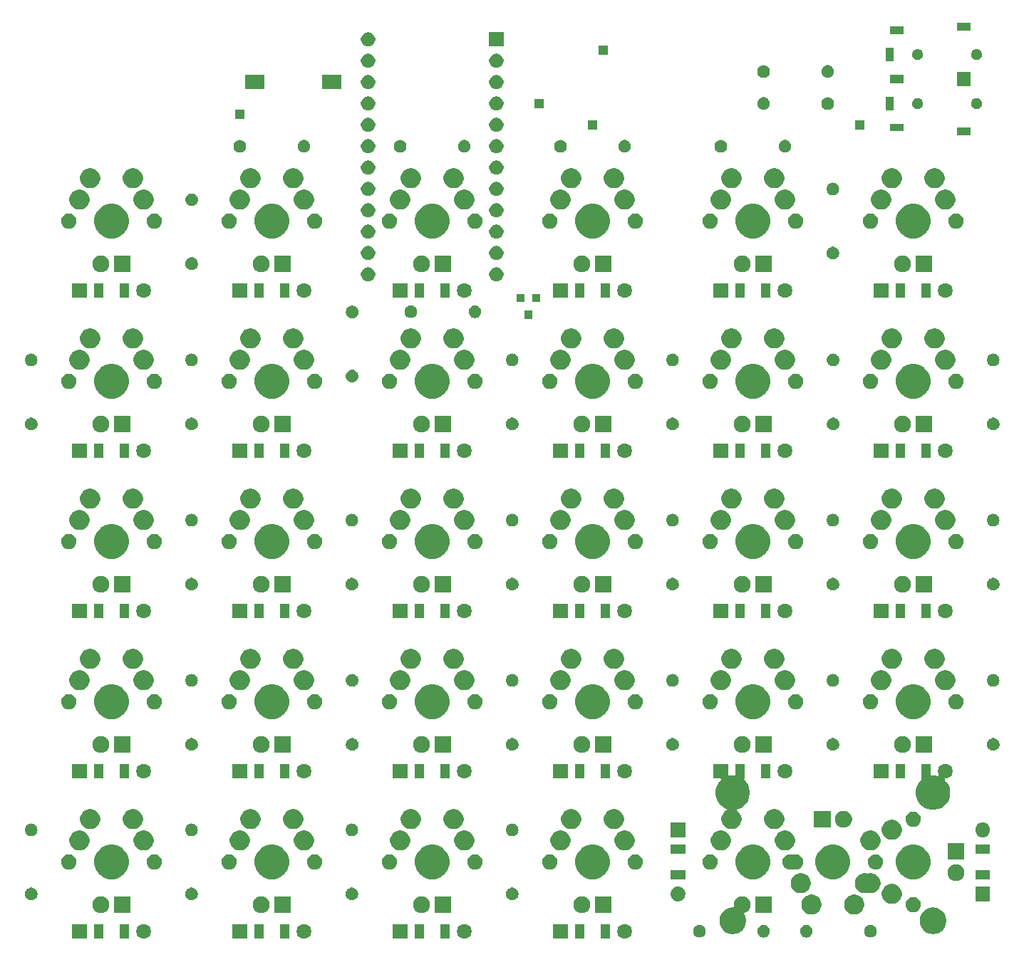
<source format=gbr>
G04 #@! TF.GenerationSoftware,KiCad,Pcbnew,(5.1.0)-1*
G04 #@! TF.CreationDate,2019-04-03T00:52:31+07:00*
G04 #@! TF.ProjectId,Nyquist,4e797175-6973-4742-9e6b-696361645f70,rev?*
G04 #@! TF.SameCoordinates,Original*
G04 #@! TF.FileFunction,Soldermask,Bot*
G04 #@! TF.FilePolarity,Negative*
%FSLAX46Y46*%
G04 Gerber Fmt 4.6, Leading zero omitted, Abs format (unit mm)*
G04 Created by KiCad (PCBNEW (5.1.0)-1) date 2019-04-03 00:52:31*
%MOMM*%
%LPD*%
G04 APERTURE LIST*
%ADD10C,0.100000*%
G04 APERTURE END LIST*
D10*
G36*
X69456500Y-129781500D02*
G01*
X67703500Y-129781500D01*
X67703500Y-128028500D01*
X69456500Y-128028500D01*
X69456500Y-129781500D01*
X69456500Y-129781500D01*
G37*
G36*
X126606500Y-129781500D02*
G01*
X124853500Y-129781500D01*
X124853500Y-128028500D01*
X126606500Y-128028500D01*
X126606500Y-129781500D01*
X126606500Y-129781500D01*
G37*
G36*
X114470997Y-128045342D02*
G01*
X114555666Y-128062183D01*
X114621738Y-128089551D01*
X114715177Y-128128255D01*
X114858736Y-128224178D01*
X114980822Y-128346264D01*
X115076745Y-128489823D01*
X115142817Y-128649335D01*
X115175180Y-128812033D01*
X115176500Y-128818672D01*
X115176500Y-128991328D01*
X115142817Y-129160666D01*
X115140841Y-129165436D01*
X115076745Y-129320177D01*
X114980822Y-129463736D01*
X114858736Y-129585822D01*
X114715177Y-129681745D01*
X114621738Y-129720449D01*
X114555666Y-129747817D01*
X114470997Y-129764659D01*
X114386329Y-129781500D01*
X114213671Y-129781500D01*
X114129003Y-129764659D01*
X114044334Y-129747817D01*
X113978262Y-129720449D01*
X113884823Y-129681745D01*
X113741264Y-129585822D01*
X113619178Y-129463736D01*
X113523255Y-129320177D01*
X113459159Y-129165436D01*
X113457183Y-129160666D01*
X113423500Y-128991328D01*
X113423500Y-128818672D01*
X113424821Y-128812033D01*
X113457183Y-128649335D01*
X113523255Y-128489823D01*
X113619178Y-128346264D01*
X113741264Y-128224178D01*
X113884823Y-128128255D01*
X113978262Y-128089551D01*
X114044334Y-128062183D01*
X114129003Y-128045342D01*
X114213671Y-128028500D01*
X114386329Y-128028500D01*
X114470997Y-128045342D01*
X114470997Y-128045342D01*
G37*
G36*
X107556500Y-129781500D02*
G01*
X105803500Y-129781500D01*
X105803500Y-128028500D01*
X107556500Y-128028500D01*
X107556500Y-129781500D01*
X107556500Y-129781500D01*
G37*
G36*
X88506500Y-129781500D02*
G01*
X86753500Y-129781500D01*
X86753500Y-128028500D01*
X88506500Y-128028500D01*
X88506500Y-129781500D01*
X88506500Y-129781500D01*
G37*
G36*
X133520997Y-128045342D02*
G01*
X133605666Y-128062183D01*
X133671738Y-128089551D01*
X133765177Y-128128255D01*
X133908736Y-128224178D01*
X134030822Y-128346264D01*
X134126745Y-128489823D01*
X134192817Y-128649335D01*
X134225180Y-128812033D01*
X134226500Y-128818672D01*
X134226500Y-128991328D01*
X134192817Y-129160666D01*
X134190841Y-129165436D01*
X134126745Y-129320177D01*
X134030822Y-129463736D01*
X133908736Y-129585822D01*
X133765177Y-129681745D01*
X133671738Y-129720449D01*
X133605666Y-129747817D01*
X133520997Y-129764659D01*
X133436329Y-129781500D01*
X133263671Y-129781500D01*
X133179003Y-129764659D01*
X133094334Y-129747817D01*
X133028262Y-129720449D01*
X132934823Y-129681745D01*
X132791264Y-129585822D01*
X132669178Y-129463736D01*
X132573255Y-129320177D01*
X132509159Y-129165436D01*
X132507183Y-129160666D01*
X132473500Y-128991328D01*
X132473500Y-128818672D01*
X132474821Y-128812033D01*
X132507183Y-128649335D01*
X132573255Y-128489823D01*
X132669178Y-128346264D01*
X132791264Y-128224178D01*
X132934823Y-128128255D01*
X133028262Y-128089551D01*
X133094334Y-128062183D01*
X133179003Y-128045342D01*
X133263671Y-128028500D01*
X133436329Y-128028500D01*
X133520997Y-128045342D01*
X133520997Y-128045342D01*
G37*
G36*
X95420997Y-128045342D02*
G01*
X95505666Y-128062183D01*
X95571738Y-128089551D01*
X95665177Y-128128255D01*
X95808736Y-128224178D01*
X95930822Y-128346264D01*
X96026745Y-128489823D01*
X96092817Y-128649335D01*
X96125180Y-128812033D01*
X96126500Y-128818672D01*
X96126500Y-128991328D01*
X96092817Y-129160666D01*
X96090841Y-129165436D01*
X96026745Y-129320177D01*
X95930822Y-129463736D01*
X95808736Y-129585822D01*
X95665177Y-129681745D01*
X95571738Y-129720449D01*
X95505666Y-129747817D01*
X95420997Y-129764659D01*
X95336329Y-129781500D01*
X95163671Y-129781500D01*
X95079003Y-129764659D01*
X94994334Y-129747817D01*
X94928262Y-129720449D01*
X94834823Y-129681745D01*
X94691264Y-129585822D01*
X94569178Y-129463736D01*
X94473255Y-129320177D01*
X94409159Y-129165436D01*
X94407183Y-129160666D01*
X94373500Y-128991328D01*
X94373500Y-128818672D01*
X94374821Y-128812033D01*
X94407183Y-128649335D01*
X94473255Y-128489823D01*
X94569178Y-128346264D01*
X94691264Y-128224178D01*
X94834823Y-128128255D01*
X94928262Y-128089551D01*
X94994334Y-128062183D01*
X95079003Y-128045342D01*
X95163671Y-128028500D01*
X95336329Y-128028500D01*
X95420997Y-128045342D01*
X95420997Y-128045342D01*
G37*
G36*
X76370997Y-128045342D02*
G01*
X76455666Y-128062183D01*
X76521738Y-128089551D01*
X76615177Y-128128255D01*
X76758736Y-128224178D01*
X76880822Y-128346264D01*
X76976745Y-128489823D01*
X77042817Y-128649335D01*
X77075180Y-128812033D01*
X77076500Y-128818672D01*
X77076500Y-128991328D01*
X77042817Y-129160666D01*
X77040841Y-129165436D01*
X76976745Y-129320177D01*
X76880822Y-129463736D01*
X76758736Y-129585822D01*
X76615177Y-129681745D01*
X76521738Y-129720449D01*
X76455666Y-129747817D01*
X76370997Y-129764659D01*
X76286329Y-129781500D01*
X76113671Y-129781500D01*
X76029003Y-129764659D01*
X75944334Y-129747817D01*
X75878262Y-129720449D01*
X75784823Y-129681745D01*
X75641264Y-129585822D01*
X75519178Y-129463736D01*
X75423255Y-129320177D01*
X75359159Y-129165436D01*
X75357183Y-129160666D01*
X75323500Y-128991328D01*
X75323500Y-128818672D01*
X75324821Y-128812033D01*
X75357183Y-128649335D01*
X75423255Y-128489823D01*
X75519178Y-128346264D01*
X75641264Y-128224178D01*
X75784823Y-128128255D01*
X75878262Y-128089551D01*
X75944334Y-128062183D01*
X76029003Y-128045342D01*
X76113671Y-128028500D01*
X76286329Y-128028500D01*
X76370997Y-128045342D01*
X76370997Y-128045342D01*
G37*
G36*
X93491000Y-129756000D02*
G01*
X92389000Y-129756000D01*
X92389000Y-128054000D01*
X93491000Y-128054000D01*
X93491000Y-129756000D01*
X93491000Y-129756000D01*
G37*
G36*
X128591000Y-129756000D02*
G01*
X127489000Y-129756000D01*
X127489000Y-128054000D01*
X128591000Y-128054000D01*
X128591000Y-129756000D01*
X128591000Y-129756000D01*
G37*
G36*
X131591000Y-129756000D02*
G01*
X130489000Y-129756000D01*
X130489000Y-128054000D01*
X131591000Y-128054000D01*
X131591000Y-129756000D01*
X131591000Y-129756000D01*
G37*
G36*
X109541000Y-129756000D02*
G01*
X108439000Y-129756000D01*
X108439000Y-128054000D01*
X109541000Y-128054000D01*
X109541000Y-129756000D01*
X109541000Y-129756000D01*
G37*
G36*
X71441000Y-129756000D02*
G01*
X70339000Y-129756000D01*
X70339000Y-128054000D01*
X71441000Y-128054000D01*
X71441000Y-129756000D01*
X71441000Y-129756000D01*
G37*
G36*
X74441000Y-129756000D02*
G01*
X73339000Y-129756000D01*
X73339000Y-128054000D01*
X74441000Y-128054000D01*
X74441000Y-129756000D01*
X74441000Y-129756000D01*
G37*
G36*
X90491000Y-129756000D02*
G01*
X89389000Y-129756000D01*
X89389000Y-128054000D01*
X90491000Y-128054000D01*
X90491000Y-129756000D01*
X90491000Y-129756000D01*
G37*
G36*
X112541000Y-129756000D02*
G01*
X111439000Y-129756000D01*
X111439000Y-128054000D01*
X112541000Y-128054000D01*
X112541000Y-129756000D01*
X112541000Y-129756000D01*
G37*
G36*
X142313665Y-128138622D02*
G01*
X142387222Y-128145867D01*
X142528786Y-128188810D01*
X142659252Y-128258546D01*
X142689040Y-128282992D01*
X142773607Y-128352393D01*
X142843008Y-128436960D01*
X142867454Y-128466748D01*
X142937190Y-128597214D01*
X142980133Y-128738778D01*
X142994633Y-128886000D01*
X142980133Y-129033222D01*
X142937190Y-129174786D01*
X142867454Y-129305252D01*
X142843008Y-129335040D01*
X142773607Y-129419607D01*
X142713004Y-129469341D01*
X142659252Y-129513454D01*
X142528786Y-129583190D01*
X142387222Y-129626133D01*
X142313665Y-129633378D01*
X142276888Y-129637000D01*
X142203112Y-129637000D01*
X142166335Y-129633378D01*
X142092778Y-129626133D01*
X141951214Y-129583190D01*
X141820748Y-129513454D01*
X141766996Y-129469341D01*
X141706393Y-129419607D01*
X141636992Y-129335040D01*
X141612546Y-129305252D01*
X141542810Y-129174786D01*
X141499867Y-129033222D01*
X141485367Y-128886000D01*
X141499867Y-128738778D01*
X141542810Y-128597214D01*
X141612546Y-128466748D01*
X141636992Y-128436960D01*
X141706393Y-128352393D01*
X141790960Y-128282992D01*
X141820748Y-128258546D01*
X141951214Y-128188810D01*
X142092778Y-128145867D01*
X142166335Y-128138622D01*
X142203112Y-128135000D01*
X142276888Y-128135000D01*
X142313665Y-128138622D01*
X142313665Y-128138622D01*
G37*
G36*
X162633665Y-128138622D02*
G01*
X162707222Y-128145867D01*
X162848786Y-128188810D01*
X162979252Y-128258546D01*
X163009040Y-128282992D01*
X163093607Y-128352393D01*
X163163008Y-128436960D01*
X163187454Y-128466748D01*
X163257190Y-128597214D01*
X163300133Y-128738778D01*
X163314633Y-128886000D01*
X163300133Y-129033222D01*
X163257190Y-129174786D01*
X163187454Y-129305252D01*
X163163008Y-129335040D01*
X163093607Y-129419607D01*
X163033004Y-129469341D01*
X162979252Y-129513454D01*
X162848786Y-129583190D01*
X162707222Y-129626133D01*
X162633665Y-129633378D01*
X162596888Y-129637000D01*
X162523112Y-129637000D01*
X162486335Y-129633378D01*
X162412778Y-129626133D01*
X162271214Y-129583190D01*
X162140748Y-129513454D01*
X162086996Y-129469341D01*
X162026393Y-129419607D01*
X161956992Y-129335040D01*
X161932546Y-129305252D01*
X161862810Y-129174786D01*
X161819867Y-129033222D01*
X161805367Y-128886000D01*
X161819867Y-128738778D01*
X161862810Y-128597214D01*
X161932546Y-128466748D01*
X161956992Y-128436960D01*
X162026393Y-128352393D01*
X162110960Y-128282992D01*
X162140748Y-128258546D01*
X162271214Y-128188810D01*
X162412778Y-128145867D01*
X162486335Y-128138622D01*
X162523112Y-128135000D01*
X162596888Y-128135000D01*
X162633665Y-128138622D01*
X162633665Y-128138622D01*
G37*
G36*
X155159059Y-128163860D02*
G01*
X155219294Y-128188810D01*
X155295732Y-128220472D01*
X155418735Y-128302660D01*
X155523340Y-128407265D01*
X155605528Y-128530268D01*
X155605529Y-128530270D01*
X155662140Y-128666941D01*
X155691000Y-128812032D01*
X155691000Y-128959968D01*
X155662140Y-129105059D01*
X155612045Y-129226000D01*
X155605528Y-129241732D01*
X155523340Y-129364735D01*
X155418735Y-129469340D01*
X155295732Y-129551528D01*
X155295731Y-129551529D01*
X155295730Y-129551529D01*
X155159059Y-129608140D01*
X155013968Y-129637000D01*
X154866032Y-129637000D01*
X154720941Y-129608140D01*
X154584270Y-129551529D01*
X154584269Y-129551529D01*
X154584268Y-129551528D01*
X154461265Y-129469340D01*
X154356660Y-129364735D01*
X154274472Y-129241732D01*
X154267956Y-129226000D01*
X154217860Y-129105059D01*
X154189000Y-128959968D01*
X154189000Y-128812032D01*
X154217860Y-128666941D01*
X154274471Y-128530270D01*
X154274472Y-128530268D01*
X154356660Y-128407265D01*
X154461265Y-128302660D01*
X154584268Y-128220472D01*
X154660707Y-128188810D01*
X154720941Y-128163860D01*
X154866032Y-128135000D01*
X155013968Y-128135000D01*
X155159059Y-128163860D01*
X155159059Y-128163860D01*
G37*
G36*
X150079059Y-128163860D02*
G01*
X150139294Y-128188810D01*
X150215732Y-128220472D01*
X150338735Y-128302660D01*
X150443340Y-128407265D01*
X150525528Y-128530268D01*
X150525529Y-128530270D01*
X150582140Y-128666941D01*
X150611000Y-128812032D01*
X150611000Y-128959968D01*
X150582140Y-129105059D01*
X150532045Y-129226000D01*
X150525528Y-129241732D01*
X150443340Y-129364735D01*
X150338735Y-129469340D01*
X150215732Y-129551528D01*
X150215731Y-129551529D01*
X150215730Y-129551529D01*
X150079059Y-129608140D01*
X149933968Y-129637000D01*
X149786032Y-129637000D01*
X149640941Y-129608140D01*
X149504270Y-129551529D01*
X149504269Y-129551529D01*
X149504268Y-129551528D01*
X149381265Y-129469340D01*
X149276660Y-129364735D01*
X149194472Y-129241732D01*
X149187956Y-129226000D01*
X149137860Y-129105059D01*
X149109000Y-128959968D01*
X149109000Y-128812032D01*
X149137860Y-128666941D01*
X149194471Y-128530270D01*
X149194472Y-128530268D01*
X149276660Y-128407265D01*
X149381265Y-128302660D01*
X149504268Y-128220472D01*
X149580707Y-128188810D01*
X149640941Y-128163860D01*
X149786032Y-128135000D01*
X149933968Y-128135000D01*
X150079059Y-128163860D01*
X150079059Y-128163860D01*
G37*
G36*
X147446425Y-124731988D02*
G01*
X147612710Y-124765063D01*
X147795336Y-124840709D01*
X147959694Y-124950530D01*
X148099470Y-125090306D01*
X148209291Y-125254664D01*
X148284937Y-125437290D01*
X148323500Y-125631164D01*
X148323500Y-125828836D01*
X148284937Y-126022710D01*
X148209291Y-126205336D01*
X148099470Y-126369694D01*
X147959694Y-126509470D01*
X147795336Y-126619291D01*
X147625424Y-126689671D01*
X147603818Y-126701219D01*
X147584876Y-126716764D01*
X147569331Y-126735706D01*
X147557780Y-126757317D01*
X147550667Y-126780766D01*
X147548265Y-126805152D01*
X147550667Y-126829538D01*
X147557780Y-126852987D01*
X147569330Y-126874594D01*
X147588633Y-126903484D01*
X147707436Y-127190298D01*
X147768000Y-127494778D01*
X147768000Y-127805222D01*
X147707436Y-128109702D01*
X147588633Y-128396516D01*
X147416159Y-128654642D01*
X147196642Y-128874159D01*
X146938516Y-129046633D01*
X146651702Y-129165436D01*
X146423083Y-129210910D01*
X146347224Y-129226000D01*
X146036776Y-129226000D01*
X145960917Y-129210910D01*
X145732298Y-129165436D01*
X145445484Y-129046633D01*
X145187358Y-128874159D01*
X144967841Y-128654642D01*
X144795367Y-128396516D01*
X144676564Y-128109702D01*
X144616000Y-127805222D01*
X144616000Y-127494778D01*
X144676564Y-127190298D01*
X144795367Y-126903484D01*
X144967841Y-126645358D01*
X145187358Y-126425841D01*
X145445484Y-126253367D01*
X145732298Y-126134564D01*
X145960917Y-126089090D01*
X146036776Y-126074000D01*
X146212955Y-126074000D01*
X146237341Y-126071598D01*
X146260790Y-126064485D01*
X146282401Y-126052934D01*
X146301343Y-126037389D01*
X146316888Y-126018447D01*
X146328439Y-125996836D01*
X146335552Y-125973387D01*
X146337954Y-125949001D01*
X146335553Y-125924624D01*
X146316500Y-125828836D01*
X146316500Y-125631164D01*
X146355063Y-125437290D01*
X146430709Y-125254664D01*
X146540530Y-125090306D01*
X146680306Y-124950530D01*
X146844664Y-124840709D01*
X147027290Y-124765063D01*
X147193575Y-124731988D01*
X147221163Y-124726500D01*
X147418837Y-124726500D01*
X147446425Y-124731988D01*
X147446425Y-124731988D01*
G37*
G36*
X170223083Y-126089090D02*
G01*
X170451702Y-126134564D01*
X170738516Y-126253367D01*
X170996642Y-126425841D01*
X171216159Y-126645358D01*
X171388633Y-126903484D01*
X171507436Y-127190298D01*
X171568000Y-127494778D01*
X171568000Y-127805222D01*
X171507436Y-128109702D01*
X171388633Y-128396516D01*
X171216159Y-128654642D01*
X170996642Y-128874159D01*
X170738516Y-129046633D01*
X170451702Y-129165436D01*
X170223083Y-129210910D01*
X170147224Y-129226000D01*
X169836776Y-129226000D01*
X169760917Y-129210910D01*
X169532298Y-129165436D01*
X169245484Y-129046633D01*
X168987358Y-128874159D01*
X168767841Y-128654642D01*
X168595367Y-128396516D01*
X168476564Y-128109702D01*
X168416000Y-127805222D01*
X168416000Y-127494778D01*
X168476564Y-127190298D01*
X168595367Y-126903484D01*
X168767841Y-126645358D01*
X168987358Y-126425841D01*
X169245484Y-126253367D01*
X169532298Y-126134564D01*
X169760917Y-126089090D01*
X169836776Y-126074000D01*
X170147224Y-126074000D01*
X170223083Y-126089090D01*
X170223083Y-126089090D01*
G37*
G36*
X160980276Y-124581884D02*
G01*
X161197569Y-124671890D01*
X161197571Y-124671891D01*
X161393130Y-124802560D01*
X161559440Y-124968870D01*
X161664117Y-125125529D01*
X161690110Y-125164431D01*
X161780116Y-125381724D01*
X161826000Y-125612400D01*
X161826000Y-125847600D01*
X161780116Y-126078276D01*
X161698546Y-126275203D01*
X161690109Y-126295571D01*
X161559440Y-126491130D01*
X161393130Y-126657440D01*
X161197571Y-126788109D01*
X161197570Y-126788110D01*
X161197569Y-126788110D01*
X160980276Y-126878116D01*
X160749600Y-126924000D01*
X160514400Y-126924000D01*
X160283724Y-126878116D01*
X160066431Y-126788110D01*
X160066430Y-126788110D01*
X160066429Y-126788109D01*
X159870870Y-126657440D01*
X159704560Y-126491130D01*
X159573891Y-126295571D01*
X159565454Y-126275203D01*
X159483884Y-126078276D01*
X159438000Y-125847600D01*
X159438000Y-125612400D01*
X159483884Y-125381724D01*
X159573890Y-125164431D01*
X159599884Y-125125529D01*
X159704560Y-124968870D01*
X159870870Y-124802560D01*
X160066429Y-124671891D01*
X160066431Y-124671890D01*
X160283724Y-124581884D01*
X160514400Y-124536000D01*
X160749600Y-124536000D01*
X160980276Y-124581884D01*
X160980276Y-124581884D01*
G37*
G36*
X155900276Y-124581884D02*
G01*
X156117569Y-124671890D01*
X156117571Y-124671891D01*
X156313130Y-124802560D01*
X156479440Y-124968870D01*
X156584117Y-125125529D01*
X156610110Y-125164431D01*
X156700116Y-125381724D01*
X156746000Y-125612400D01*
X156746000Y-125847600D01*
X156700116Y-126078276D01*
X156618546Y-126275203D01*
X156610109Y-126295571D01*
X156479440Y-126491130D01*
X156313130Y-126657440D01*
X156117571Y-126788109D01*
X156117570Y-126788110D01*
X156117569Y-126788110D01*
X155900276Y-126878116D01*
X155669600Y-126924000D01*
X155434400Y-126924000D01*
X155203724Y-126878116D01*
X154986431Y-126788110D01*
X154986430Y-126788110D01*
X154986429Y-126788109D01*
X154790870Y-126657440D01*
X154624560Y-126491130D01*
X154493891Y-126295571D01*
X154485454Y-126275203D01*
X154403884Y-126078276D01*
X154358000Y-125847600D01*
X154358000Y-125612400D01*
X154403884Y-125381724D01*
X154493890Y-125164431D01*
X154519884Y-125125529D01*
X154624560Y-124968870D01*
X154790870Y-124802560D01*
X154986429Y-124671891D01*
X154986431Y-124671890D01*
X155203724Y-124581884D01*
X155434400Y-124536000D01*
X155669600Y-124536000D01*
X155900276Y-124581884D01*
X155900276Y-124581884D01*
G37*
G36*
X71246425Y-124731988D02*
G01*
X71412710Y-124765063D01*
X71595336Y-124840709D01*
X71759694Y-124950530D01*
X71899470Y-125090306D01*
X72009291Y-125254664D01*
X72084937Y-125437290D01*
X72123500Y-125631164D01*
X72123500Y-125828836D01*
X72084937Y-126022710D01*
X72009291Y-126205336D01*
X71899470Y-126369694D01*
X71759694Y-126509470D01*
X71595336Y-126619291D01*
X71412710Y-126694937D01*
X71246425Y-126728012D01*
X71218837Y-126733500D01*
X71021163Y-126733500D01*
X70993575Y-126728012D01*
X70827290Y-126694937D01*
X70644664Y-126619291D01*
X70480306Y-126509470D01*
X70340530Y-126369694D01*
X70230709Y-126205336D01*
X70155063Y-126022710D01*
X70116500Y-125828836D01*
X70116500Y-125631164D01*
X70155063Y-125437290D01*
X70230709Y-125254664D01*
X70340530Y-125090306D01*
X70480306Y-124950530D01*
X70644664Y-124840709D01*
X70827290Y-124765063D01*
X70993575Y-124731988D01*
X71021163Y-124726500D01*
X71218837Y-124726500D01*
X71246425Y-124731988D01*
X71246425Y-124731988D01*
G37*
G36*
X131813500Y-126733500D02*
G01*
X129806500Y-126733500D01*
X129806500Y-124726500D01*
X131813500Y-124726500D01*
X131813500Y-126733500D01*
X131813500Y-126733500D01*
G37*
G36*
X128396425Y-124731988D02*
G01*
X128562710Y-124765063D01*
X128745336Y-124840709D01*
X128909694Y-124950530D01*
X129049470Y-125090306D01*
X129159291Y-125254664D01*
X129234937Y-125437290D01*
X129273500Y-125631164D01*
X129273500Y-125828836D01*
X129234937Y-126022710D01*
X129159291Y-126205336D01*
X129049470Y-126369694D01*
X128909694Y-126509470D01*
X128745336Y-126619291D01*
X128562710Y-126694937D01*
X128396425Y-126728012D01*
X128368837Y-126733500D01*
X128171163Y-126733500D01*
X128143575Y-126728012D01*
X127977290Y-126694937D01*
X127794664Y-126619291D01*
X127630306Y-126509470D01*
X127490530Y-126369694D01*
X127380709Y-126205336D01*
X127305063Y-126022710D01*
X127266500Y-125828836D01*
X127266500Y-125631164D01*
X127305063Y-125437290D01*
X127380709Y-125254664D01*
X127490530Y-125090306D01*
X127630306Y-124950530D01*
X127794664Y-124840709D01*
X127977290Y-124765063D01*
X128143575Y-124731988D01*
X128171163Y-124726500D01*
X128368837Y-124726500D01*
X128396425Y-124731988D01*
X128396425Y-124731988D01*
G37*
G36*
X112763500Y-126733500D02*
G01*
X110756500Y-126733500D01*
X110756500Y-124726500D01*
X112763500Y-124726500D01*
X112763500Y-126733500D01*
X112763500Y-126733500D01*
G37*
G36*
X109346425Y-124731988D02*
G01*
X109512710Y-124765063D01*
X109695336Y-124840709D01*
X109859694Y-124950530D01*
X109999470Y-125090306D01*
X110109291Y-125254664D01*
X110184937Y-125437290D01*
X110223500Y-125631164D01*
X110223500Y-125828836D01*
X110184937Y-126022710D01*
X110109291Y-126205336D01*
X109999470Y-126369694D01*
X109859694Y-126509470D01*
X109695336Y-126619291D01*
X109512710Y-126694937D01*
X109346425Y-126728012D01*
X109318837Y-126733500D01*
X109121163Y-126733500D01*
X109093575Y-126728012D01*
X108927290Y-126694937D01*
X108744664Y-126619291D01*
X108580306Y-126509470D01*
X108440530Y-126369694D01*
X108330709Y-126205336D01*
X108255063Y-126022710D01*
X108216500Y-125828836D01*
X108216500Y-125631164D01*
X108255063Y-125437290D01*
X108330709Y-125254664D01*
X108440530Y-125090306D01*
X108580306Y-124950530D01*
X108744664Y-124840709D01*
X108927290Y-124765063D01*
X109093575Y-124731988D01*
X109121163Y-124726500D01*
X109318837Y-124726500D01*
X109346425Y-124731988D01*
X109346425Y-124731988D01*
G37*
G36*
X90296425Y-124731988D02*
G01*
X90462710Y-124765063D01*
X90645336Y-124840709D01*
X90809694Y-124950530D01*
X90949470Y-125090306D01*
X91059291Y-125254664D01*
X91134937Y-125437290D01*
X91173500Y-125631164D01*
X91173500Y-125828836D01*
X91134937Y-126022710D01*
X91059291Y-126205336D01*
X90949470Y-126369694D01*
X90809694Y-126509470D01*
X90645336Y-126619291D01*
X90462710Y-126694937D01*
X90296425Y-126728012D01*
X90268837Y-126733500D01*
X90071163Y-126733500D01*
X90043575Y-126728012D01*
X89877290Y-126694937D01*
X89694664Y-126619291D01*
X89530306Y-126509470D01*
X89390530Y-126369694D01*
X89280709Y-126205336D01*
X89205063Y-126022710D01*
X89166500Y-125828836D01*
X89166500Y-125631164D01*
X89205063Y-125437290D01*
X89280709Y-125254664D01*
X89390530Y-125090306D01*
X89530306Y-124950530D01*
X89694664Y-124840709D01*
X89877290Y-124765063D01*
X90043575Y-124731988D01*
X90071163Y-124726500D01*
X90268837Y-124726500D01*
X90296425Y-124731988D01*
X90296425Y-124731988D01*
G37*
G36*
X93713500Y-126733500D02*
G01*
X91706500Y-126733500D01*
X91706500Y-124726500D01*
X93713500Y-124726500D01*
X93713500Y-126733500D01*
X93713500Y-126733500D01*
G37*
G36*
X150863500Y-126733500D02*
G01*
X148856500Y-126733500D01*
X148856500Y-124726500D01*
X150863500Y-124726500D01*
X150863500Y-126733500D01*
X150863500Y-126733500D01*
G37*
G36*
X74663500Y-126733500D02*
G01*
X72656500Y-126733500D01*
X72656500Y-124726500D01*
X74663500Y-124726500D01*
X74663500Y-126733500D01*
X74663500Y-126733500D01*
G37*
G36*
X167753512Y-124833927D02*
G01*
X167902812Y-124863624D01*
X168066784Y-124931544D01*
X168214354Y-125030147D01*
X168339853Y-125155646D01*
X168438456Y-125303216D01*
X168506376Y-125467188D01*
X168541000Y-125641259D01*
X168541000Y-125818741D01*
X168506376Y-125992812D01*
X168438456Y-126156784D01*
X168339853Y-126304354D01*
X168214354Y-126429853D01*
X168066784Y-126528456D01*
X167902812Y-126596376D01*
X167763732Y-126624040D01*
X167728742Y-126631000D01*
X167551258Y-126631000D01*
X167516268Y-126624040D01*
X167377188Y-126596376D01*
X167213216Y-126528456D01*
X167065646Y-126429853D01*
X166940147Y-126304354D01*
X166841544Y-126156784D01*
X166773624Y-125992812D01*
X166739000Y-125818741D01*
X166739000Y-125641259D01*
X166773624Y-125467188D01*
X166841544Y-125303216D01*
X166940147Y-125155646D01*
X167065646Y-125030147D01*
X167213216Y-124931544D01*
X167377188Y-124863624D01*
X167526488Y-124833927D01*
X167551258Y-124829000D01*
X167728742Y-124829000D01*
X167753512Y-124833927D01*
X167753512Y-124833927D01*
G37*
G36*
X165448276Y-123311884D02*
G01*
X165665569Y-123401890D01*
X165665571Y-123401891D01*
X165861130Y-123532560D01*
X166027440Y-123698870D01*
X166091320Y-123794472D01*
X166158110Y-123894431D01*
X166248116Y-124111724D01*
X166294000Y-124342400D01*
X166294000Y-124577600D01*
X166248116Y-124808276D01*
X166170242Y-124996280D01*
X166158109Y-125025571D01*
X166027440Y-125221130D01*
X165861130Y-125387440D01*
X165665571Y-125518109D01*
X165665570Y-125518110D01*
X165665569Y-125518110D01*
X165448276Y-125608116D01*
X165217600Y-125654000D01*
X164982400Y-125654000D01*
X164751724Y-125608116D01*
X164534431Y-125518110D01*
X164534430Y-125518110D01*
X164534429Y-125518109D01*
X164338870Y-125387440D01*
X164172560Y-125221130D01*
X164041891Y-125025571D01*
X164029758Y-124996280D01*
X163951884Y-124808276D01*
X163906000Y-124577600D01*
X163906000Y-124342400D01*
X163951884Y-124111724D01*
X164041890Y-123894431D01*
X164108681Y-123794472D01*
X164172560Y-123698870D01*
X164338870Y-123532560D01*
X164534429Y-123401891D01*
X164534431Y-123401890D01*
X164751724Y-123311884D01*
X164982400Y-123266000D01*
X165217600Y-123266000D01*
X165448276Y-123311884D01*
X165448276Y-123311884D01*
G37*
G36*
X139870997Y-123600341D02*
G01*
X139955666Y-123617183D01*
X140021738Y-123644551D01*
X140115177Y-123683255D01*
X140258736Y-123779178D01*
X140380822Y-123901264D01*
X140476745Y-124044823D01*
X140492989Y-124084040D01*
X140542817Y-124204334D01*
X140576500Y-124373672D01*
X140576500Y-124546328D01*
X140543945Y-124709997D01*
X140542817Y-124715665D01*
X140476745Y-124875177D01*
X140380822Y-125018736D01*
X140258736Y-125140822D01*
X140115177Y-125236745D01*
X140021738Y-125275449D01*
X139955666Y-125302817D01*
X139870997Y-125319659D01*
X139786329Y-125336500D01*
X139613671Y-125336500D01*
X139529003Y-125319659D01*
X139444334Y-125302817D01*
X139378262Y-125275449D01*
X139284823Y-125236745D01*
X139141264Y-125140822D01*
X139019178Y-125018736D01*
X138923255Y-124875177D01*
X138857183Y-124715665D01*
X138856056Y-124709997D01*
X138823500Y-124546328D01*
X138823500Y-124373672D01*
X138857183Y-124204334D01*
X138907011Y-124084040D01*
X138923255Y-124044823D01*
X139019178Y-123901264D01*
X139141264Y-123779178D01*
X139284823Y-123683255D01*
X139378262Y-123644551D01*
X139444334Y-123617183D01*
X139529003Y-123600341D01*
X139613671Y-123583500D01*
X139786329Y-123583500D01*
X139870997Y-123600341D01*
X139870997Y-123600341D01*
G37*
G36*
X176771500Y-125336500D02*
G01*
X175018500Y-125336500D01*
X175018500Y-123583500D01*
X176771500Y-123583500D01*
X176771500Y-125336500D01*
X176771500Y-125336500D01*
G37*
G36*
X101151701Y-123735203D02*
G01*
X101165059Y-123737860D01*
X101301732Y-123794472D01*
X101424735Y-123876660D01*
X101529340Y-123981265D01*
X101529341Y-123981267D01*
X101611529Y-124104270D01*
X101668140Y-124240941D01*
X101697000Y-124386032D01*
X101697000Y-124533968D01*
X101668140Y-124679059D01*
X101614617Y-124808276D01*
X101611528Y-124815732D01*
X101529340Y-124938735D01*
X101424735Y-125043340D01*
X101301732Y-125125528D01*
X101301731Y-125125529D01*
X101301730Y-125125529D01*
X101165059Y-125182140D01*
X101019968Y-125211000D01*
X100872032Y-125211000D01*
X100726941Y-125182140D01*
X100590270Y-125125529D01*
X100590269Y-125125529D01*
X100590268Y-125125528D01*
X100467265Y-125043340D01*
X100362660Y-124938735D01*
X100280472Y-124815732D01*
X100277384Y-124808276D01*
X100223860Y-124679059D01*
X100195000Y-124533968D01*
X100195000Y-124386032D01*
X100223860Y-124240941D01*
X100280471Y-124104270D01*
X100362659Y-123981267D01*
X100362660Y-123981265D01*
X100467265Y-123876660D01*
X100590268Y-123794472D01*
X100726941Y-123737860D01*
X100740299Y-123735203D01*
X100872032Y-123709000D01*
X101019968Y-123709000D01*
X101151701Y-123735203D01*
X101151701Y-123735203D01*
G37*
G36*
X63051701Y-123735203D02*
G01*
X63065059Y-123737860D01*
X63201732Y-123794472D01*
X63324735Y-123876660D01*
X63429340Y-123981265D01*
X63429341Y-123981267D01*
X63511529Y-124104270D01*
X63568140Y-124240941D01*
X63597000Y-124386032D01*
X63597000Y-124533968D01*
X63568140Y-124679059D01*
X63514617Y-124808276D01*
X63511528Y-124815732D01*
X63429340Y-124938735D01*
X63324735Y-125043340D01*
X63201732Y-125125528D01*
X63201731Y-125125529D01*
X63201730Y-125125529D01*
X63065059Y-125182140D01*
X62919968Y-125211000D01*
X62772032Y-125211000D01*
X62626941Y-125182140D01*
X62490270Y-125125529D01*
X62490269Y-125125529D01*
X62490268Y-125125528D01*
X62367265Y-125043340D01*
X62262660Y-124938735D01*
X62180472Y-124815732D01*
X62177384Y-124808276D01*
X62123860Y-124679059D01*
X62095000Y-124533968D01*
X62095000Y-124386032D01*
X62123860Y-124240941D01*
X62180471Y-124104270D01*
X62262659Y-123981267D01*
X62262660Y-123981265D01*
X62367265Y-123876660D01*
X62490268Y-123794472D01*
X62626941Y-123737860D01*
X62640299Y-123735203D01*
X62772032Y-123709000D01*
X62919968Y-123709000D01*
X63051701Y-123735203D01*
X63051701Y-123735203D01*
G37*
G36*
X120201701Y-123735203D02*
G01*
X120215059Y-123737860D01*
X120351732Y-123794472D01*
X120474735Y-123876660D01*
X120579340Y-123981265D01*
X120579341Y-123981267D01*
X120661529Y-124104270D01*
X120718140Y-124240941D01*
X120747000Y-124386032D01*
X120747000Y-124533968D01*
X120718140Y-124679059D01*
X120664617Y-124808276D01*
X120661528Y-124815732D01*
X120579340Y-124938735D01*
X120474735Y-125043340D01*
X120351732Y-125125528D01*
X120351731Y-125125529D01*
X120351730Y-125125529D01*
X120215059Y-125182140D01*
X120069968Y-125211000D01*
X119922032Y-125211000D01*
X119776941Y-125182140D01*
X119640270Y-125125529D01*
X119640269Y-125125529D01*
X119640268Y-125125528D01*
X119517265Y-125043340D01*
X119412660Y-124938735D01*
X119330472Y-124815732D01*
X119327384Y-124808276D01*
X119273860Y-124679059D01*
X119245000Y-124533968D01*
X119245000Y-124386032D01*
X119273860Y-124240941D01*
X119330471Y-124104270D01*
X119412659Y-123981267D01*
X119412660Y-123981265D01*
X119517265Y-123876660D01*
X119640268Y-123794472D01*
X119776941Y-123737860D01*
X119790299Y-123735203D01*
X119922032Y-123709000D01*
X120069968Y-123709000D01*
X120201701Y-123735203D01*
X120201701Y-123735203D01*
G37*
G36*
X82101701Y-123735203D02*
G01*
X82115059Y-123737860D01*
X82251732Y-123794472D01*
X82374735Y-123876660D01*
X82479340Y-123981265D01*
X82479341Y-123981267D01*
X82561529Y-124104270D01*
X82618140Y-124240941D01*
X82647000Y-124386032D01*
X82647000Y-124533968D01*
X82618140Y-124679059D01*
X82564617Y-124808276D01*
X82561528Y-124815732D01*
X82479340Y-124938735D01*
X82374735Y-125043340D01*
X82251732Y-125125528D01*
X82251731Y-125125529D01*
X82251730Y-125125529D01*
X82115059Y-125182140D01*
X81969968Y-125211000D01*
X81822032Y-125211000D01*
X81676941Y-125182140D01*
X81540270Y-125125529D01*
X81540269Y-125125529D01*
X81540268Y-125125528D01*
X81417265Y-125043340D01*
X81312660Y-124938735D01*
X81230472Y-124815732D01*
X81227384Y-124808276D01*
X81173860Y-124679059D01*
X81145000Y-124533968D01*
X81145000Y-124386032D01*
X81173860Y-124240941D01*
X81230471Y-124104270D01*
X81312659Y-123981267D01*
X81312660Y-123981265D01*
X81417265Y-123876660D01*
X81540268Y-123794472D01*
X81676941Y-123737860D01*
X81690299Y-123735203D01*
X81822032Y-123709000D01*
X81969968Y-123709000D01*
X82101701Y-123735203D01*
X82101701Y-123735203D01*
G37*
G36*
X162206614Y-122033199D02*
G01*
X162231000Y-122035601D01*
X162255386Y-122033199D01*
X162442400Y-121996000D01*
X162677600Y-121996000D01*
X162908276Y-122041884D01*
X163125569Y-122131890D01*
X163125571Y-122131891D01*
X163321130Y-122262560D01*
X163487440Y-122428870D01*
X163616608Y-122622182D01*
X163618110Y-122624431D01*
X163708116Y-122841724D01*
X163754000Y-123072400D01*
X163754000Y-123307600D01*
X163708116Y-123538276D01*
X163630242Y-123726280D01*
X163618109Y-123755571D01*
X163487440Y-123951130D01*
X163321130Y-124117440D01*
X163125571Y-124248109D01*
X163125570Y-124248110D01*
X163125569Y-124248110D01*
X162908276Y-124338116D01*
X162677600Y-124384000D01*
X162442400Y-124384000D01*
X162255386Y-124346801D01*
X162231000Y-124344399D01*
X162206614Y-124346801D01*
X162019600Y-124384000D01*
X161784400Y-124384000D01*
X161553724Y-124338116D01*
X161336431Y-124248110D01*
X161336430Y-124248110D01*
X161336429Y-124248109D01*
X161140870Y-124117440D01*
X160974560Y-123951130D01*
X160843891Y-123755571D01*
X160831758Y-123726280D01*
X160753884Y-123538276D01*
X160708000Y-123307600D01*
X160708000Y-123072400D01*
X160753884Y-122841724D01*
X160843890Y-122624431D01*
X160845393Y-122622182D01*
X160974560Y-122428870D01*
X161140870Y-122262560D01*
X161336429Y-122131891D01*
X161336431Y-122131890D01*
X161553724Y-122041884D01*
X161784400Y-121996000D01*
X162019600Y-121996000D01*
X162206614Y-122033199D01*
X162206614Y-122033199D01*
G37*
G36*
X154630276Y-122041884D02*
G01*
X154847569Y-122131890D01*
X154847571Y-122131891D01*
X155043130Y-122262560D01*
X155209440Y-122428870D01*
X155338608Y-122622182D01*
X155340110Y-122624431D01*
X155430116Y-122841724D01*
X155476000Y-123072400D01*
X155476000Y-123307600D01*
X155430116Y-123538276D01*
X155352242Y-123726280D01*
X155340109Y-123755571D01*
X155209440Y-123951130D01*
X155043130Y-124117440D01*
X154847571Y-124248109D01*
X154847570Y-124248110D01*
X154847569Y-124248110D01*
X154630276Y-124338116D01*
X154399600Y-124384000D01*
X154164400Y-124384000D01*
X153933724Y-124338116D01*
X153716431Y-124248110D01*
X153716430Y-124248110D01*
X153716429Y-124248109D01*
X153520870Y-124117440D01*
X153354560Y-123951130D01*
X153223891Y-123755571D01*
X153211758Y-123726280D01*
X153133884Y-123538276D01*
X153088000Y-123307600D01*
X153088000Y-123072400D01*
X153133884Y-122841724D01*
X153223890Y-122624431D01*
X153225393Y-122622182D01*
X153354560Y-122428870D01*
X153520870Y-122262560D01*
X153716429Y-122131891D01*
X153716431Y-122131890D01*
X153933724Y-122041884D01*
X154164400Y-121996000D01*
X154399600Y-121996000D01*
X154630276Y-122041884D01*
X154630276Y-122041884D01*
G37*
G36*
X172846425Y-120921988D02*
G01*
X173012710Y-120955063D01*
X173195336Y-121030709D01*
X173359694Y-121140530D01*
X173499470Y-121280306D01*
X173609291Y-121444664D01*
X173684937Y-121627290D01*
X173723500Y-121821164D01*
X173723500Y-122018836D01*
X173684937Y-122212710D01*
X173609291Y-122395336D01*
X173499470Y-122559694D01*
X173359694Y-122699470D01*
X173195336Y-122809291D01*
X173012710Y-122884937D01*
X172846425Y-122918012D01*
X172818837Y-122923500D01*
X172621163Y-122923500D01*
X172593575Y-122918012D01*
X172427290Y-122884937D01*
X172244664Y-122809291D01*
X172080306Y-122699470D01*
X171940530Y-122559694D01*
X171830709Y-122395336D01*
X171755063Y-122212710D01*
X171716500Y-122018836D01*
X171716500Y-121821164D01*
X171755063Y-121627290D01*
X171830709Y-121444664D01*
X171940530Y-121280306D01*
X172080306Y-121140530D01*
X172244664Y-121030709D01*
X172427290Y-120955063D01*
X172593575Y-120921988D01*
X172621163Y-120916500D01*
X172818837Y-120916500D01*
X172846425Y-120921988D01*
X172846425Y-120921988D01*
G37*
G36*
X149188254Y-118677818D02*
G01*
X149561511Y-118832426D01*
X149561513Y-118832427D01*
X149868336Y-119037440D01*
X149897436Y-119056884D01*
X150183116Y-119342564D01*
X150407574Y-119678489D01*
X150562182Y-120051746D01*
X150641000Y-120447993D01*
X150641000Y-120852007D01*
X150562182Y-121248254D01*
X150416898Y-121599000D01*
X150407573Y-121621513D01*
X150183116Y-121957436D01*
X149897436Y-122243116D01*
X149561513Y-122467573D01*
X149561512Y-122467574D01*
X149561511Y-122467574D01*
X149188254Y-122622182D01*
X148792007Y-122701000D01*
X148387993Y-122701000D01*
X147991746Y-122622182D01*
X147618489Y-122467574D01*
X147618488Y-122467574D01*
X147618487Y-122467573D01*
X147282564Y-122243116D01*
X146996884Y-121957436D01*
X146772427Y-121621513D01*
X146763102Y-121599000D01*
X146617818Y-121248254D01*
X146539000Y-120852007D01*
X146539000Y-120447993D01*
X146617818Y-120051746D01*
X146772426Y-119678489D01*
X146996884Y-119342564D01*
X147282564Y-119056884D01*
X147311664Y-119037440D01*
X147618487Y-118832427D01*
X147618489Y-118832426D01*
X147991746Y-118677818D01*
X148387993Y-118599000D01*
X148792007Y-118599000D01*
X149188254Y-118677818D01*
X149188254Y-118677818D01*
G37*
G36*
X72988254Y-118677818D02*
G01*
X73361511Y-118832426D01*
X73361513Y-118832427D01*
X73668336Y-119037440D01*
X73697436Y-119056884D01*
X73983116Y-119342564D01*
X74207574Y-119678489D01*
X74362182Y-120051746D01*
X74441000Y-120447993D01*
X74441000Y-120852007D01*
X74362182Y-121248254D01*
X74216898Y-121599000D01*
X74207573Y-121621513D01*
X73983116Y-121957436D01*
X73697436Y-122243116D01*
X73361513Y-122467573D01*
X73361512Y-122467574D01*
X73361511Y-122467574D01*
X72988254Y-122622182D01*
X72592007Y-122701000D01*
X72187993Y-122701000D01*
X71791746Y-122622182D01*
X71418489Y-122467574D01*
X71418488Y-122467574D01*
X71418487Y-122467573D01*
X71082564Y-122243116D01*
X70796884Y-121957436D01*
X70572427Y-121621513D01*
X70563102Y-121599000D01*
X70417818Y-121248254D01*
X70339000Y-120852007D01*
X70339000Y-120447993D01*
X70417818Y-120051746D01*
X70572426Y-119678489D01*
X70796884Y-119342564D01*
X71082564Y-119056884D01*
X71111664Y-119037440D01*
X71418487Y-118832427D01*
X71418489Y-118832426D01*
X71791746Y-118677818D01*
X72187993Y-118599000D01*
X72592007Y-118599000D01*
X72988254Y-118677818D01*
X72988254Y-118677818D01*
G37*
G36*
X158690254Y-118677818D02*
G01*
X159063511Y-118832426D01*
X159063513Y-118832427D01*
X159370336Y-119037440D01*
X159399436Y-119056884D01*
X159685116Y-119342564D01*
X159909574Y-119678489D01*
X160064182Y-120051746D01*
X160143000Y-120447993D01*
X160143000Y-120852007D01*
X160064182Y-121248254D01*
X159918898Y-121599000D01*
X159909573Y-121621513D01*
X159685116Y-121957436D01*
X159399436Y-122243116D01*
X159063513Y-122467573D01*
X159063512Y-122467574D01*
X159063511Y-122467574D01*
X158690254Y-122622182D01*
X158294007Y-122701000D01*
X157889993Y-122701000D01*
X157493746Y-122622182D01*
X157120489Y-122467574D01*
X157120488Y-122467574D01*
X157120487Y-122467573D01*
X156784564Y-122243116D01*
X156498884Y-121957436D01*
X156274427Y-121621513D01*
X156265102Y-121599000D01*
X156119818Y-121248254D01*
X156041000Y-120852007D01*
X156041000Y-120447993D01*
X156119818Y-120051746D01*
X156274426Y-119678489D01*
X156498884Y-119342564D01*
X156784564Y-119056884D01*
X156813664Y-119037440D01*
X157120487Y-118832427D01*
X157120489Y-118832426D01*
X157493746Y-118677818D01*
X157889993Y-118599000D01*
X158294007Y-118599000D01*
X158690254Y-118677818D01*
X158690254Y-118677818D01*
G37*
G36*
X92038254Y-118677818D02*
G01*
X92411511Y-118832426D01*
X92411513Y-118832427D01*
X92718336Y-119037440D01*
X92747436Y-119056884D01*
X93033116Y-119342564D01*
X93257574Y-119678489D01*
X93412182Y-120051746D01*
X93491000Y-120447993D01*
X93491000Y-120852007D01*
X93412182Y-121248254D01*
X93266898Y-121599000D01*
X93257573Y-121621513D01*
X93033116Y-121957436D01*
X92747436Y-122243116D01*
X92411513Y-122467573D01*
X92411512Y-122467574D01*
X92411511Y-122467574D01*
X92038254Y-122622182D01*
X91642007Y-122701000D01*
X91237993Y-122701000D01*
X90841746Y-122622182D01*
X90468489Y-122467574D01*
X90468488Y-122467574D01*
X90468487Y-122467573D01*
X90132564Y-122243116D01*
X89846884Y-121957436D01*
X89622427Y-121621513D01*
X89613102Y-121599000D01*
X89467818Y-121248254D01*
X89389000Y-120852007D01*
X89389000Y-120447993D01*
X89467818Y-120051746D01*
X89622426Y-119678489D01*
X89846884Y-119342564D01*
X90132564Y-119056884D01*
X90161664Y-119037440D01*
X90468487Y-118832427D01*
X90468489Y-118832426D01*
X90841746Y-118677818D01*
X91237993Y-118599000D01*
X91642007Y-118599000D01*
X92038254Y-118677818D01*
X92038254Y-118677818D01*
G37*
G36*
X168238254Y-118677818D02*
G01*
X168611511Y-118832426D01*
X168611513Y-118832427D01*
X168918336Y-119037440D01*
X168947436Y-119056884D01*
X169233116Y-119342564D01*
X169457574Y-119678489D01*
X169612182Y-120051746D01*
X169691000Y-120447993D01*
X169691000Y-120852007D01*
X169612182Y-121248254D01*
X169466898Y-121599000D01*
X169457573Y-121621513D01*
X169233116Y-121957436D01*
X168947436Y-122243116D01*
X168611513Y-122467573D01*
X168611512Y-122467574D01*
X168611511Y-122467574D01*
X168238254Y-122622182D01*
X167842007Y-122701000D01*
X167437993Y-122701000D01*
X167041746Y-122622182D01*
X166668489Y-122467574D01*
X166668488Y-122467574D01*
X166668487Y-122467573D01*
X166332564Y-122243116D01*
X166046884Y-121957436D01*
X165822427Y-121621513D01*
X165813102Y-121599000D01*
X165667818Y-121248254D01*
X165589000Y-120852007D01*
X165589000Y-120447993D01*
X165667818Y-120051746D01*
X165822426Y-119678489D01*
X166046884Y-119342564D01*
X166332564Y-119056884D01*
X166361664Y-119037440D01*
X166668487Y-118832427D01*
X166668489Y-118832426D01*
X167041746Y-118677818D01*
X167437993Y-118599000D01*
X167842007Y-118599000D01*
X168238254Y-118677818D01*
X168238254Y-118677818D01*
G37*
G36*
X140551000Y-122701000D02*
G01*
X138849000Y-122701000D01*
X138849000Y-121599000D01*
X140551000Y-121599000D01*
X140551000Y-122701000D01*
X140551000Y-122701000D01*
G37*
G36*
X111088254Y-118677818D02*
G01*
X111461511Y-118832426D01*
X111461513Y-118832427D01*
X111768336Y-119037440D01*
X111797436Y-119056884D01*
X112083116Y-119342564D01*
X112307574Y-119678489D01*
X112462182Y-120051746D01*
X112541000Y-120447993D01*
X112541000Y-120852007D01*
X112462182Y-121248254D01*
X112316898Y-121599000D01*
X112307573Y-121621513D01*
X112083116Y-121957436D01*
X111797436Y-122243116D01*
X111461513Y-122467573D01*
X111461512Y-122467574D01*
X111461511Y-122467574D01*
X111088254Y-122622182D01*
X110692007Y-122701000D01*
X110287993Y-122701000D01*
X109891746Y-122622182D01*
X109518489Y-122467574D01*
X109518488Y-122467574D01*
X109518487Y-122467573D01*
X109182564Y-122243116D01*
X108896884Y-121957436D01*
X108672427Y-121621513D01*
X108663102Y-121599000D01*
X108517818Y-121248254D01*
X108439000Y-120852007D01*
X108439000Y-120447993D01*
X108517818Y-120051746D01*
X108672426Y-119678489D01*
X108896884Y-119342564D01*
X109182564Y-119056884D01*
X109211664Y-119037440D01*
X109518487Y-118832427D01*
X109518489Y-118832426D01*
X109891746Y-118677818D01*
X110287993Y-118599000D01*
X110692007Y-118599000D01*
X111088254Y-118677818D01*
X111088254Y-118677818D01*
G37*
G36*
X130138254Y-118677818D02*
G01*
X130511511Y-118832426D01*
X130511513Y-118832427D01*
X130818336Y-119037440D01*
X130847436Y-119056884D01*
X131133116Y-119342564D01*
X131357574Y-119678489D01*
X131512182Y-120051746D01*
X131591000Y-120447993D01*
X131591000Y-120852007D01*
X131512182Y-121248254D01*
X131366898Y-121599000D01*
X131357573Y-121621513D01*
X131133116Y-121957436D01*
X130847436Y-122243116D01*
X130511513Y-122467573D01*
X130511512Y-122467574D01*
X130511511Y-122467574D01*
X130138254Y-122622182D01*
X129742007Y-122701000D01*
X129337993Y-122701000D01*
X128941746Y-122622182D01*
X128568489Y-122467574D01*
X128568488Y-122467574D01*
X128568487Y-122467573D01*
X128232564Y-122243116D01*
X127946884Y-121957436D01*
X127722427Y-121621513D01*
X127713102Y-121599000D01*
X127567818Y-121248254D01*
X127489000Y-120852007D01*
X127489000Y-120447993D01*
X127567818Y-120051746D01*
X127722426Y-119678489D01*
X127946884Y-119342564D01*
X128232564Y-119056884D01*
X128261664Y-119037440D01*
X128568487Y-118832427D01*
X128568489Y-118832426D01*
X128941746Y-118677818D01*
X129337993Y-118599000D01*
X129742007Y-118599000D01*
X130138254Y-118677818D01*
X130138254Y-118677818D01*
G37*
G36*
X176746000Y-122701000D02*
G01*
X175044000Y-122701000D01*
X175044000Y-121599000D01*
X176746000Y-121599000D01*
X176746000Y-122701000D01*
X176746000Y-122701000D01*
G37*
G36*
X115683512Y-119753927D02*
G01*
X115832812Y-119783624D01*
X115996784Y-119851544D01*
X116144354Y-119950147D01*
X116269853Y-120075646D01*
X116368456Y-120223216D01*
X116436376Y-120387188D01*
X116471000Y-120561259D01*
X116471000Y-120738741D01*
X116436376Y-120912812D01*
X116368456Y-121076784D01*
X116269853Y-121224354D01*
X116144354Y-121349853D01*
X115996784Y-121448456D01*
X115832812Y-121516376D01*
X115683512Y-121546073D01*
X115658742Y-121551000D01*
X115481258Y-121551000D01*
X115456488Y-121546073D01*
X115307188Y-121516376D01*
X115143216Y-121448456D01*
X114995646Y-121349853D01*
X114870147Y-121224354D01*
X114771544Y-121076784D01*
X114703624Y-120912812D01*
X114669000Y-120738741D01*
X114669000Y-120561259D01*
X114703624Y-120387188D01*
X114771544Y-120223216D01*
X114870147Y-120075646D01*
X114995646Y-119950147D01*
X115143216Y-119851544D01*
X115307188Y-119783624D01*
X115456488Y-119753927D01*
X115481258Y-119749000D01*
X115658742Y-119749000D01*
X115683512Y-119753927D01*
X115683512Y-119753927D01*
G37*
G36*
X143623512Y-119753927D02*
G01*
X143772812Y-119783624D01*
X143936784Y-119851544D01*
X144084354Y-119950147D01*
X144209853Y-120075646D01*
X144308456Y-120223216D01*
X144376376Y-120387188D01*
X144411000Y-120561259D01*
X144411000Y-120738741D01*
X144376376Y-120912812D01*
X144308456Y-121076784D01*
X144209853Y-121224354D01*
X144084354Y-121349853D01*
X143936784Y-121448456D01*
X143772812Y-121516376D01*
X143623512Y-121546073D01*
X143598742Y-121551000D01*
X143421258Y-121551000D01*
X143396488Y-121546073D01*
X143247188Y-121516376D01*
X143083216Y-121448456D01*
X142935646Y-121349853D01*
X142810147Y-121224354D01*
X142711544Y-121076784D01*
X142643624Y-120912812D01*
X142609000Y-120738741D01*
X142609000Y-120561259D01*
X142643624Y-120387188D01*
X142711544Y-120223216D01*
X142810147Y-120075646D01*
X142935646Y-119950147D01*
X143083216Y-119851544D01*
X143247188Y-119783624D01*
X143396488Y-119753927D01*
X143421258Y-119749000D01*
X143598742Y-119749000D01*
X143623512Y-119753927D01*
X143623512Y-119753927D01*
G37*
G36*
X134733512Y-119753927D02*
G01*
X134882812Y-119783624D01*
X135046784Y-119851544D01*
X135194354Y-119950147D01*
X135319853Y-120075646D01*
X135418456Y-120223216D01*
X135486376Y-120387188D01*
X135521000Y-120561259D01*
X135521000Y-120738741D01*
X135486376Y-120912812D01*
X135418456Y-121076784D01*
X135319853Y-121224354D01*
X135194354Y-121349853D01*
X135046784Y-121448456D01*
X134882812Y-121516376D01*
X134733512Y-121546073D01*
X134708742Y-121551000D01*
X134531258Y-121551000D01*
X134506488Y-121546073D01*
X134357188Y-121516376D01*
X134193216Y-121448456D01*
X134045646Y-121349853D01*
X133920147Y-121224354D01*
X133821544Y-121076784D01*
X133753624Y-120912812D01*
X133719000Y-120738741D01*
X133719000Y-120561259D01*
X133753624Y-120387188D01*
X133821544Y-120223216D01*
X133920147Y-120075646D01*
X134045646Y-119950147D01*
X134193216Y-119851544D01*
X134357188Y-119783624D01*
X134506488Y-119753927D01*
X134531258Y-119749000D01*
X134708742Y-119749000D01*
X134733512Y-119753927D01*
X134733512Y-119753927D01*
G37*
G36*
X67423512Y-119753927D02*
G01*
X67572812Y-119783624D01*
X67736784Y-119851544D01*
X67884354Y-119950147D01*
X68009853Y-120075646D01*
X68108456Y-120223216D01*
X68176376Y-120387188D01*
X68211000Y-120561259D01*
X68211000Y-120738741D01*
X68176376Y-120912812D01*
X68108456Y-121076784D01*
X68009853Y-121224354D01*
X67884354Y-121349853D01*
X67736784Y-121448456D01*
X67572812Y-121516376D01*
X67423512Y-121546073D01*
X67398742Y-121551000D01*
X67221258Y-121551000D01*
X67196488Y-121546073D01*
X67047188Y-121516376D01*
X66883216Y-121448456D01*
X66735646Y-121349853D01*
X66610147Y-121224354D01*
X66511544Y-121076784D01*
X66443624Y-120912812D01*
X66409000Y-120738741D01*
X66409000Y-120561259D01*
X66443624Y-120387188D01*
X66511544Y-120223216D01*
X66610147Y-120075646D01*
X66735646Y-119950147D01*
X66883216Y-119851544D01*
X67047188Y-119783624D01*
X67196488Y-119753927D01*
X67221258Y-119749000D01*
X67398742Y-119749000D01*
X67423512Y-119753927D01*
X67423512Y-119753927D01*
G37*
G36*
X77583512Y-119753927D02*
G01*
X77732812Y-119783624D01*
X77896784Y-119851544D01*
X78044354Y-119950147D01*
X78169853Y-120075646D01*
X78268456Y-120223216D01*
X78336376Y-120387188D01*
X78371000Y-120561259D01*
X78371000Y-120738741D01*
X78336376Y-120912812D01*
X78268456Y-121076784D01*
X78169853Y-121224354D01*
X78044354Y-121349853D01*
X77896784Y-121448456D01*
X77732812Y-121516376D01*
X77583512Y-121546073D01*
X77558742Y-121551000D01*
X77381258Y-121551000D01*
X77356488Y-121546073D01*
X77207188Y-121516376D01*
X77043216Y-121448456D01*
X76895646Y-121349853D01*
X76770147Y-121224354D01*
X76671544Y-121076784D01*
X76603624Y-120912812D01*
X76569000Y-120738741D01*
X76569000Y-120561259D01*
X76603624Y-120387188D01*
X76671544Y-120223216D01*
X76770147Y-120075646D01*
X76895646Y-119950147D01*
X77043216Y-119851544D01*
X77207188Y-119783624D01*
X77356488Y-119753927D01*
X77381258Y-119749000D01*
X77558742Y-119749000D01*
X77583512Y-119753927D01*
X77583512Y-119753927D01*
G37*
G36*
X124573512Y-119753927D02*
G01*
X124722812Y-119783624D01*
X124886784Y-119851544D01*
X125034354Y-119950147D01*
X125159853Y-120075646D01*
X125258456Y-120223216D01*
X125326376Y-120387188D01*
X125361000Y-120561259D01*
X125361000Y-120738741D01*
X125326376Y-120912812D01*
X125258456Y-121076784D01*
X125159853Y-121224354D01*
X125034354Y-121349853D01*
X124886784Y-121448456D01*
X124722812Y-121516376D01*
X124573512Y-121546073D01*
X124548742Y-121551000D01*
X124371258Y-121551000D01*
X124346488Y-121546073D01*
X124197188Y-121516376D01*
X124033216Y-121448456D01*
X123885646Y-121349853D01*
X123760147Y-121224354D01*
X123661544Y-121076784D01*
X123593624Y-120912812D01*
X123559000Y-120738741D01*
X123559000Y-120561259D01*
X123593624Y-120387188D01*
X123661544Y-120223216D01*
X123760147Y-120075646D01*
X123885646Y-119950147D01*
X124033216Y-119851544D01*
X124197188Y-119783624D01*
X124346488Y-119753927D01*
X124371258Y-119749000D01*
X124548742Y-119749000D01*
X124573512Y-119753927D01*
X124573512Y-119753927D01*
G37*
G36*
X105523512Y-119753927D02*
G01*
X105672812Y-119783624D01*
X105836784Y-119851544D01*
X105984354Y-119950147D01*
X106109853Y-120075646D01*
X106208456Y-120223216D01*
X106276376Y-120387188D01*
X106311000Y-120561259D01*
X106311000Y-120738741D01*
X106276376Y-120912812D01*
X106208456Y-121076784D01*
X106109853Y-121224354D01*
X105984354Y-121349853D01*
X105836784Y-121448456D01*
X105672812Y-121516376D01*
X105523512Y-121546073D01*
X105498742Y-121551000D01*
X105321258Y-121551000D01*
X105296488Y-121546073D01*
X105147188Y-121516376D01*
X104983216Y-121448456D01*
X104835646Y-121349853D01*
X104710147Y-121224354D01*
X104611544Y-121076784D01*
X104543624Y-120912812D01*
X104509000Y-120738741D01*
X104509000Y-120561259D01*
X104543624Y-120387188D01*
X104611544Y-120223216D01*
X104710147Y-120075646D01*
X104835646Y-119950147D01*
X104983216Y-119851544D01*
X105147188Y-119783624D01*
X105296488Y-119753927D01*
X105321258Y-119749000D01*
X105498742Y-119749000D01*
X105523512Y-119753927D01*
X105523512Y-119753927D01*
G37*
G36*
X86473512Y-119753927D02*
G01*
X86622812Y-119783624D01*
X86786784Y-119851544D01*
X86934354Y-119950147D01*
X87059853Y-120075646D01*
X87158456Y-120223216D01*
X87226376Y-120387188D01*
X87261000Y-120561259D01*
X87261000Y-120738741D01*
X87226376Y-120912812D01*
X87158456Y-121076784D01*
X87059853Y-121224354D01*
X86934354Y-121349853D01*
X86786784Y-121448456D01*
X86622812Y-121516376D01*
X86473512Y-121546073D01*
X86448742Y-121551000D01*
X86271258Y-121551000D01*
X86246488Y-121546073D01*
X86097188Y-121516376D01*
X85933216Y-121448456D01*
X85785646Y-121349853D01*
X85660147Y-121224354D01*
X85561544Y-121076784D01*
X85493624Y-120912812D01*
X85459000Y-120738741D01*
X85459000Y-120561259D01*
X85493624Y-120387188D01*
X85561544Y-120223216D01*
X85660147Y-120075646D01*
X85785646Y-119950147D01*
X85933216Y-119851544D01*
X86097188Y-119783624D01*
X86246488Y-119753927D01*
X86271258Y-119749000D01*
X86448742Y-119749000D01*
X86473512Y-119753927D01*
X86473512Y-119753927D01*
G37*
G36*
X163285512Y-119753927D02*
G01*
X163434812Y-119783624D01*
X163598784Y-119851544D01*
X163746354Y-119950147D01*
X163871853Y-120075646D01*
X163970456Y-120223216D01*
X164038376Y-120387188D01*
X164073000Y-120561259D01*
X164073000Y-120738741D01*
X164038376Y-120912812D01*
X163970456Y-121076784D01*
X163871853Y-121224354D01*
X163746354Y-121349853D01*
X163598784Y-121448456D01*
X163434812Y-121516376D01*
X163285512Y-121546073D01*
X163260742Y-121551000D01*
X163083258Y-121551000D01*
X163058488Y-121546073D01*
X162909188Y-121516376D01*
X162745216Y-121448456D01*
X162597646Y-121349853D01*
X162472147Y-121224354D01*
X162373544Y-121076784D01*
X162305624Y-120912812D01*
X162271000Y-120738741D01*
X162271000Y-120561259D01*
X162305624Y-120387188D01*
X162373544Y-120223216D01*
X162472147Y-120075646D01*
X162597646Y-119950147D01*
X162745216Y-119851544D01*
X162909188Y-119783624D01*
X163058488Y-119753927D01*
X163083258Y-119749000D01*
X163260742Y-119749000D01*
X163285512Y-119753927D01*
X163285512Y-119753927D01*
G37*
G36*
X153143963Y-119757597D02*
G01*
X153274812Y-119783624D01*
X153293170Y-119791228D01*
X153316615Y-119798340D01*
X153341001Y-119800742D01*
X153365387Y-119798340D01*
X153388830Y-119791228D01*
X153407188Y-119783624D01*
X153538037Y-119757597D01*
X153581258Y-119749000D01*
X153758742Y-119749000D01*
X153783512Y-119753927D01*
X153932812Y-119783624D01*
X154096784Y-119851544D01*
X154244354Y-119950147D01*
X154369853Y-120075646D01*
X154468456Y-120223216D01*
X154536376Y-120387188D01*
X154571000Y-120561259D01*
X154571000Y-120738741D01*
X154536376Y-120912812D01*
X154468456Y-121076784D01*
X154369853Y-121224354D01*
X154244354Y-121349853D01*
X154096784Y-121448456D01*
X153932812Y-121516376D01*
X153783512Y-121546073D01*
X153758742Y-121551000D01*
X153581258Y-121551000D01*
X153538037Y-121542403D01*
X153407188Y-121516376D01*
X153388830Y-121508772D01*
X153365385Y-121501660D01*
X153340999Y-121499258D01*
X153316613Y-121501660D01*
X153293170Y-121508772D01*
X153274812Y-121516376D01*
X153143963Y-121542403D01*
X153100742Y-121551000D01*
X152923258Y-121551000D01*
X152898488Y-121546073D01*
X152749188Y-121516376D01*
X152585216Y-121448456D01*
X152437646Y-121349853D01*
X152312147Y-121224354D01*
X152213544Y-121076784D01*
X152145624Y-120912812D01*
X152111000Y-120738741D01*
X152111000Y-120561259D01*
X152145624Y-120387188D01*
X152213544Y-120223216D01*
X152312147Y-120075646D01*
X152437646Y-119950147D01*
X152585216Y-119851544D01*
X152749188Y-119783624D01*
X152898488Y-119753927D01*
X152923258Y-119749000D01*
X153100742Y-119749000D01*
X153143963Y-119757597D01*
X153143963Y-119757597D01*
G37*
G36*
X96633512Y-119753927D02*
G01*
X96782812Y-119783624D01*
X96946784Y-119851544D01*
X97094354Y-119950147D01*
X97219853Y-120075646D01*
X97318456Y-120223216D01*
X97386376Y-120387188D01*
X97421000Y-120561259D01*
X97421000Y-120738741D01*
X97386376Y-120912812D01*
X97318456Y-121076784D01*
X97219853Y-121224354D01*
X97094354Y-121349853D01*
X96946784Y-121448456D01*
X96782812Y-121516376D01*
X96633512Y-121546073D01*
X96608742Y-121551000D01*
X96431258Y-121551000D01*
X96406488Y-121546073D01*
X96257188Y-121516376D01*
X96093216Y-121448456D01*
X95945646Y-121349853D01*
X95820147Y-121224354D01*
X95721544Y-121076784D01*
X95653624Y-120912812D01*
X95619000Y-120738741D01*
X95619000Y-120561259D01*
X95653624Y-120387188D01*
X95721544Y-120223216D01*
X95820147Y-120075646D01*
X95945646Y-119950147D01*
X96093216Y-119851544D01*
X96257188Y-119783624D01*
X96406488Y-119753927D01*
X96431258Y-119749000D01*
X96608742Y-119749000D01*
X96633512Y-119753927D01*
X96633512Y-119753927D01*
G37*
G36*
X173723500Y-120383500D02*
G01*
X171716500Y-120383500D01*
X171716500Y-118376500D01*
X173723500Y-118376500D01*
X173723500Y-120383500D01*
X173723500Y-120383500D01*
G37*
G36*
X176746000Y-119701000D02*
G01*
X175044000Y-119701000D01*
X175044000Y-118599000D01*
X176746000Y-118599000D01*
X176746000Y-119701000D01*
X176746000Y-119701000D01*
G37*
G36*
X140551000Y-119701000D02*
G01*
X138849000Y-119701000D01*
X138849000Y-118599000D01*
X140551000Y-118599000D01*
X140551000Y-119701000D01*
X140551000Y-119701000D01*
G37*
G36*
X126078276Y-116961884D02*
G01*
X126295569Y-117051890D01*
X126295571Y-117051891D01*
X126491130Y-117182560D01*
X126657440Y-117348870D01*
X126736676Y-117467454D01*
X126788110Y-117544431D01*
X126878116Y-117761724D01*
X126924000Y-117992400D01*
X126924000Y-118227600D01*
X126878116Y-118458276D01*
X126819826Y-118599000D01*
X126788109Y-118675571D01*
X126657440Y-118871130D01*
X126491130Y-119037440D01*
X126295571Y-119168109D01*
X126295570Y-119168110D01*
X126295569Y-119168110D01*
X126078276Y-119258116D01*
X125847600Y-119304000D01*
X125612400Y-119304000D01*
X125381724Y-119258116D01*
X125164431Y-119168110D01*
X125164430Y-119168110D01*
X125164429Y-119168109D01*
X124968870Y-119037440D01*
X124802560Y-118871130D01*
X124671891Y-118675571D01*
X124640174Y-118599000D01*
X124581884Y-118458276D01*
X124536000Y-118227600D01*
X124536000Y-117992400D01*
X124581884Y-117761724D01*
X124671890Y-117544431D01*
X124723325Y-117467454D01*
X124802560Y-117348870D01*
X124968870Y-117182560D01*
X125164429Y-117051891D01*
X125164431Y-117051890D01*
X125381724Y-116961884D01*
X125612400Y-116916000D01*
X125847600Y-116916000D01*
X126078276Y-116961884D01*
X126078276Y-116961884D01*
G37*
G36*
X152748276Y-116961884D02*
G01*
X152965569Y-117051890D01*
X152965571Y-117051891D01*
X153161130Y-117182560D01*
X153327440Y-117348870D01*
X153406676Y-117467454D01*
X153458110Y-117544431D01*
X153548116Y-117761724D01*
X153594000Y-117992400D01*
X153594000Y-118227600D01*
X153548116Y-118458276D01*
X153489826Y-118599000D01*
X153458109Y-118675571D01*
X153327440Y-118871130D01*
X153161130Y-119037440D01*
X152965571Y-119168109D01*
X152965570Y-119168110D01*
X152965569Y-119168110D01*
X152748276Y-119258116D01*
X152517600Y-119304000D01*
X152282400Y-119304000D01*
X152051724Y-119258116D01*
X151834431Y-119168110D01*
X151834430Y-119168110D01*
X151834429Y-119168109D01*
X151638870Y-119037440D01*
X151472560Y-118871130D01*
X151341891Y-118675571D01*
X151310174Y-118599000D01*
X151251884Y-118458276D01*
X151206000Y-118227600D01*
X151206000Y-117992400D01*
X151251884Y-117761724D01*
X151341890Y-117544431D01*
X151393325Y-117467454D01*
X151472560Y-117348870D01*
X151638870Y-117182560D01*
X151834429Y-117051891D01*
X151834431Y-117051890D01*
X152051724Y-116961884D01*
X152282400Y-116916000D01*
X152517600Y-116916000D01*
X152748276Y-116961884D01*
X152748276Y-116961884D01*
G37*
G36*
X68928276Y-116961884D02*
G01*
X69145569Y-117051890D01*
X69145571Y-117051891D01*
X69341130Y-117182560D01*
X69507440Y-117348870D01*
X69586676Y-117467454D01*
X69638110Y-117544431D01*
X69728116Y-117761724D01*
X69774000Y-117992400D01*
X69774000Y-118227600D01*
X69728116Y-118458276D01*
X69669826Y-118599000D01*
X69638109Y-118675571D01*
X69507440Y-118871130D01*
X69341130Y-119037440D01*
X69145571Y-119168109D01*
X69145570Y-119168110D01*
X69145569Y-119168110D01*
X68928276Y-119258116D01*
X68697600Y-119304000D01*
X68462400Y-119304000D01*
X68231724Y-119258116D01*
X68014431Y-119168110D01*
X68014430Y-119168110D01*
X68014429Y-119168109D01*
X67818870Y-119037440D01*
X67652560Y-118871130D01*
X67521891Y-118675571D01*
X67490174Y-118599000D01*
X67431884Y-118458276D01*
X67386000Y-118227600D01*
X67386000Y-117992400D01*
X67431884Y-117761724D01*
X67521890Y-117544431D01*
X67573325Y-117467454D01*
X67652560Y-117348870D01*
X67818870Y-117182560D01*
X68014429Y-117051891D01*
X68014431Y-117051890D01*
X68231724Y-116961884D01*
X68462400Y-116916000D01*
X68697600Y-116916000D01*
X68928276Y-116961884D01*
X68928276Y-116961884D01*
G37*
G36*
X145128276Y-116961884D02*
G01*
X145345569Y-117051890D01*
X145345571Y-117051891D01*
X145541130Y-117182560D01*
X145707440Y-117348870D01*
X145786676Y-117467454D01*
X145838110Y-117544431D01*
X145928116Y-117761724D01*
X145974000Y-117992400D01*
X145974000Y-118227600D01*
X145928116Y-118458276D01*
X145869826Y-118599000D01*
X145838109Y-118675571D01*
X145707440Y-118871130D01*
X145541130Y-119037440D01*
X145345571Y-119168109D01*
X145345570Y-119168110D01*
X145345569Y-119168110D01*
X145128276Y-119258116D01*
X144897600Y-119304000D01*
X144662400Y-119304000D01*
X144431724Y-119258116D01*
X144214431Y-119168110D01*
X144214430Y-119168110D01*
X144214429Y-119168109D01*
X144018870Y-119037440D01*
X143852560Y-118871130D01*
X143721891Y-118675571D01*
X143690174Y-118599000D01*
X143631884Y-118458276D01*
X143586000Y-118227600D01*
X143586000Y-117992400D01*
X143631884Y-117761724D01*
X143721890Y-117544431D01*
X143773325Y-117467454D01*
X143852560Y-117348870D01*
X144018870Y-117182560D01*
X144214429Y-117051891D01*
X144214431Y-117051890D01*
X144431724Y-116961884D01*
X144662400Y-116916000D01*
X144897600Y-116916000D01*
X145128276Y-116961884D01*
X145128276Y-116961884D01*
G37*
G36*
X95598276Y-116961884D02*
G01*
X95815569Y-117051890D01*
X95815571Y-117051891D01*
X96011130Y-117182560D01*
X96177440Y-117348870D01*
X96256676Y-117467454D01*
X96308110Y-117544431D01*
X96398116Y-117761724D01*
X96444000Y-117992400D01*
X96444000Y-118227600D01*
X96398116Y-118458276D01*
X96339826Y-118599000D01*
X96308109Y-118675571D01*
X96177440Y-118871130D01*
X96011130Y-119037440D01*
X95815571Y-119168109D01*
X95815570Y-119168110D01*
X95815569Y-119168110D01*
X95598276Y-119258116D01*
X95367600Y-119304000D01*
X95132400Y-119304000D01*
X94901724Y-119258116D01*
X94684431Y-119168110D01*
X94684430Y-119168110D01*
X94684429Y-119168109D01*
X94488870Y-119037440D01*
X94322560Y-118871130D01*
X94191891Y-118675571D01*
X94160174Y-118599000D01*
X94101884Y-118458276D01*
X94056000Y-118227600D01*
X94056000Y-117992400D01*
X94101884Y-117761724D01*
X94191890Y-117544431D01*
X94243325Y-117467454D01*
X94322560Y-117348870D01*
X94488870Y-117182560D01*
X94684429Y-117051891D01*
X94684431Y-117051890D01*
X94901724Y-116961884D01*
X95132400Y-116916000D01*
X95367600Y-116916000D01*
X95598276Y-116961884D01*
X95598276Y-116961884D01*
G37*
G36*
X87978276Y-116961884D02*
G01*
X88195569Y-117051890D01*
X88195571Y-117051891D01*
X88391130Y-117182560D01*
X88557440Y-117348870D01*
X88636676Y-117467454D01*
X88688110Y-117544431D01*
X88778116Y-117761724D01*
X88824000Y-117992400D01*
X88824000Y-118227600D01*
X88778116Y-118458276D01*
X88719826Y-118599000D01*
X88688109Y-118675571D01*
X88557440Y-118871130D01*
X88391130Y-119037440D01*
X88195571Y-119168109D01*
X88195570Y-119168110D01*
X88195569Y-119168110D01*
X87978276Y-119258116D01*
X87747600Y-119304000D01*
X87512400Y-119304000D01*
X87281724Y-119258116D01*
X87064431Y-119168110D01*
X87064430Y-119168110D01*
X87064429Y-119168109D01*
X86868870Y-119037440D01*
X86702560Y-118871130D01*
X86571891Y-118675571D01*
X86540174Y-118599000D01*
X86481884Y-118458276D01*
X86436000Y-118227600D01*
X86436000Y-117992400D01*
X86481884Y-117761724D01*
X86571890Y-117544431D01*
X86623325Y-117467454D01*
X86702560Y-117348870D01*
X86868870Y-117182560D01*
X87064429Y-117051891D01*
X87064431Y-117051890D01*
X87281724Y-116961884D01*
X87512400Y-116916000D01*
X87747600Y-116916000D01*
X87978276Y-116961884D01*
X87978276Y-116961884D01*
G37*
G36*
X107028276Y-116961884D02*
G01*
X107245569Y-117051890D01*
X107245571Y-117051891D01*
X107441130Y-117182560D01*
X107607440Y-117348870D01*
X107686676Y-117467454D01*
X107738110Y-117544431D01*
X107828116Y-117761724D01*
X107874000Y-117992400D01*
X107874000Y-118227600D01*
X107828116Y-118458276D01*
X107769826Y-118599000D01*
X107738109Y-118675571D01*
X107607440Y-118871130D01*
X107441130Y-119037440D01*
X107245571Y-119168109D01*
X107245570Y-119168110D01*
X107245569Y-119168110D01*
X107028276Y-119258116D01*
X106797600Y-119304000D01*
X106562400Y-119304000D01*
X106331724Y-119258116D01*
X106114431Y-119168110D01*
X106114430Y-119168110D01*
X106114429Y-119168109D01*
X105918870Y-119037440D01*
X105752560Y-118871130D01*
X105621891Y-118675571D01*
X105590174Y-118599000D01*
X105531884Y-118458276D01*
X105486000Y-118227600D01*
X105486000Y-117992400D01*
X105531884Y-117761724D01*
X105621890Y-117544431D01*
X105673325Y-117467454D01*
X105752560Y-117348870D01*
X105918870Y-117182560D01*
X106114429Y-117051891D01*
X106114431Y-117051890D01*
X106331724Y-116961884D01*
X106562400Y-116916000D01*
X106797600Y-116916000D01*
X107028276Y-116961884D01*
X107028276Y-116961884D01*
G37*
G36*
X114648276Y-116961884D02*
G01*
X114865569Y-117051890D01*
X114865571Y-117051891D01*
X115061130Y-117182560D01*
X115227440Y-117348870D01*
X115306676Y-117467454D01*
X115358110Y-117544431D01*
X115448116Y-117761724D01*
X115494000Y-117992400D01*
X115494000Y-118227600D01*
X115448116Y-118458276D01*
X115389826Y-118599000D01*
X115358109Y-118675571D01*
X115227440Y-118871130D01*
X115061130Y-119037440D01*
X114865571Y-119168109D01*
X114865570Y-119168110D01*
X114865569Y-119168110D01*
X114648276Y-119258116D01*
X114417600Y-119304000D01*
X114182400Y-119304000D01*
X113951724Y-119258116D01*
X113734431Y-119168110D01*
X113734430Y-119168110D01*
X113734429Y-119168109D01*
X113538870Y-119037440D01*
X113372560Y-118871130D01*
X113241891Y-118675571D01*
X113210174Y-118599000D01*
X113151884Y-118458276D01*
X113106000Y-118227600D01*
X113106000Y-117992400D01*
X113151884Y-117761724D01*
X113241890Y-117544431D01*
X113293325Y-117467454D01*
X113372560Y-117348870D01*
X113538870Y-117182560D01*
X113734429Y-117051891D01*
X113734431Y-117051890D01*
X113951724Y-116961884D01*
X114182400Y-116916000D01*
X114417600Y-116916000D01*
X114648276Y-116961884D01*
X114648276Y-116961884D01*
G37*
G36*
X133698276Y-116961884D02*
G01*
X133915569Y-117051890D01*
X133915571Y-117051891D01*
X134111130Y-117182560D01*
X134277440Y-117348870D01*
X134356676Y-117467454D01*
X134408110Y-117544431D01*
X134498116Y-117761724D01*
X134544000Y-117992400D01*
X134544000Y-118227600D01*
X134498116Y-118458276D01*
X134439826Y-118599000D01*
X134408109Y-118675571D01*
X134277440Y-118871130D01*
X134111130Y-119037440D01*
X133915571Y-119168109D01*
X133915570Y-119168110D01*
X133915569Y-119168110D01*
X133698276Y-119258116D01*
X133467600Y-119304000D01*
X133232400Y-119304000D01*
X133001724Y-119258116D01*
X132784431Y-119168110D01*
X132784430Y-119168110D01*
X132784429Y-119168109D01*
X132588870Y-119037440D01*
X132422560Y-118871130D01*
X132291891Y-118675571D01*
X132260174Y-118599000D01*
X132201884Y-118458276D01*
X132156000Y-118227600D01*
X132156000Y-117992400D01*
X132201884Y-117761724D01*
X132291890Y-117544431D01*
X132343325Y-117467454D01*
X132422560Y-117348870D01*
X132588870Y-117182560D01*
X132784429Y-117051891D01*
X132784431Y-117051890D01*
X133001724Y-116961884D01*
X133232400Y-116916000D01*
X133467600Y-116916000D01*
X133698276Y-116961884D01*
X133698276Y-116961884D01*
G37*
G36*
X76548276Y-116961884D02*
G01*
X76765569Y-117051890D01*
X76765571Y-117051891D01*
X76961130Y-117182560D01*
X77127440Y-117348870D01*
X77206676Y-117467454D01*
X77258110Y-117544431D01*
X77348116Y-117761724D01*
X77394000Y-117992400D01*
X77394000Y-118227600D01*
X77348116Y-118458276D01*
X77289826Y-118599000D01*
X77258109Y-118675571D01*
X77127440Y-118871130D01*
X76961130Y-119037440D01*
X76765571Y-119168109D01*
X76765570Y-119168110D01*
X76765569Y-119168110D01*
X76548276Y-119258116D01*
X76317600Y-119304000D01*
X76082400Y-119304000D01*
X75851724Y-119258116D01*
X75634431Y-119168110D01*
X75634430Y-119168110D01*
X75634429Y-119168109D01*
X75438870Y-119037440D01*
X75272560Y-118871130D01*
X75141891Y-118675571D01*
X75110174Y-118599000D01*
X75051884Y-118458276D01*
X75006000Y-118227600D01*
X75006000Y-117992400D01*
X75051884Y-117761724D01*
X75141890Y-117544431D01*
X75193325Y-117467454D01*
X75272560Y-117348870D01*
X75438870Y-117182560D01*
X75634429Y-117051891D01*
X75634431Y-117051890D01*
X75851724Y-116961884D01*
X76082400Y-116916000D01*
X76317600Y-116916000D01*
X76548276Y-116961884D01*
X76548276Y-116961884D01*
G37*
G36*
X162908276Y-116961884D02*
G01*
X163125569Y-117051890D01*
X163125571Y-117051891D01*
X163321130Y-117182560D01*
X163487440Y-117348870D01*
X163566676Y-117467454D01*
X163618110Y-117544431D01*
X163708116Y-117761724D01*
X163754000Y-117992400D01*
X163754000Y-118227600D01*
X163708116Y-118458276D01*
X163649826Y-118599000D01*
X163618109Y-118675571D01*
X163487440Y-118871130D01*
X163321130Y-119037440D01*
X163125571Y-119168109D01*
X163125570Y-119168110D01*
X163125569Y-119168110D01*
X162908276Y-119258116D01*
X162677600Y-119304000D01*
X162442400Y-119304000D01*
X162211724Y-119258116D01*
X161994431Y-119168110D01*
X161994430Y-119168110D01*
X161994429Y-119168109D01*
X161798870Y-119037440D01*
X161632560Y-118871130D01*
X161501891Y-118675571D01*
X161470174Y-118599000D01*
X161411884Y-118458276D01*
X161366000Y-118227600D01*
X161366000Y-117992400D01*
X161411884Y-117761724D01*
X161501890Y-117544431D01*
X161553325Y-117467454D01*
X161632560Y-117348870D01*
X161798870Y-117182560D01*
X161994429Y-117051891D01*
X161994431Y-117051890D01*
X162211724Y-116961884D01*
X162442400Y-116916000D01*
X162677600Y-116916000D01*
X162908276Y-116961884D01*
X162908276Y-116961884D01*
G37*
G36*
X165448276Y-115691884D02*
G01*
X165665569Y-115781890D01*
X165665571Y-115781891D01*
X165861130Y-115912560D01*
X166027440Y-116078870D01*
X166155051Y-116269852D01*
X166158110Y-116274431D01*
X166248116Y-116491724D01*
X166294000Y-116722400D01*
X166294000Y-116957600D01*
X166248116Y-117188276D01*
X166171349Y-117373607D01*
X166158109Y-117405571D01*
X166027440Y-117601130D01*
X165861130Y-117767440D01*
X165665571Y-117898109D01*
X165665570Y-117898110D01*
X165665569Y-117898110D01*
X165448276Y-117988116D01*
X165217600Y-118034000D01*
X164982400Y-118034000D01*
X164751724Y-117988116D01*
X164534431Y-117898110D01*
X164534430Y-117898110D01*
X164534429Y-117898109D01*
X164338870Y-117767440D01*
X164172560Y-117601130D01*
X164041891Y-117405571D01*
X164028651Y-117373607D01*
X163951884Y-117188276D01*
X163906000Y-116957600D01*
X163906000Y-116722400D01*
X163951884Y-116491724D01*
X164041890Y-116274431D01*
X164044950Y-116269852D01*
X164172560Y-116078870D01*
X164338870Y-115912560D01*
X164534429Y-115781891D01*
X164534431Y-115781890D01*
X164751724Y-115691884D01*
X164982400Y-115646000D01*
X165217600Y-115646000D01*
X165448276Y-115691884D01*
X165448276Y-115691884D01*
G37*
G36*
X176065997Y-115980341D02*
G01*
X176150666Y-115997183D01*
X176216738Y-116024551D01*
X176310177Y-116063255D01*
X176453736Y-116159178D01*
X176575822Y-116281264D01*
X176671745Y-116424823D01*
X176676530Y-116436376D01*
X176737817Y-116584334D01*
X176771500Y-116753672D01*
X176771500Y-116926328D01*
X176738945Y-117089997D01*
X176737817Y-117095665D01*
X176671745Y-117255177D01*
X176575822Y-117398736D01*
X176453736Y-117520822D01*
X176310177Y-117616745D01*
X176216738Y-117655449D01*
X176150666Y-117682817D01*
X176065997Y-117699659D01*
X175981329Y-117716500D01*
X175808671Y-117716500D01*
X175724003Y-117699659D01*
X175639334Y-117682817D01*
X175573262Y-117655449D01*
X175479823Y-117616745D01*
X175336264Y-117520822D01*
X175214178Y-117398736D01*
X175118255Y-117255177D01*
X175052183Y-117095665D01*
X175051056Y-117089997D01*
X175018500Y-116926328D01*
X175018500Y-116753672D01*
X175052183Y-116584334D01*
X175113470Y-116436376D01*
X175118255Y-116424823D01*
X175214178Y-116281264D01*
X175336264Y-116159178D01*
X175479823Y-116063255D01*
X175573262Y-116024551D01*
X175639334Y-115997183D01*
X175724003Y-115980341D01*
X175808671Y-115963500D01*
X175981329Y-115963500D01*
X176065997Y-115980341D01*
X176065997Y-115980341D01*
G37*
G36*
X140576500Y-117716500D02*
G01*
X138823500Y-117716500D01*
X138823500Y-115963500D01*
X140576500Y-115963500D01*
X140576500Y-117716500D01*
X140576500Y-117716500D01*
G37*
G36*
X101019665Y-116092622D02*
G01*
X101093222Y-116099867D01*
X101234786Y-116142810D01*
X101365252Y-116212546D01*
X101395040Y-116236992D01*
X101479607Y-116306393D01*
X101549008Y-116390960D01*
X101573454Y-116420748D01*
X101643190Y-116551214D01*
X101686133Y-116692778D01*
X101700633Y-116840000D01*
X101686133Y-116987222D01*
X101643190Y-117128786D01*
X101573454Y-117259252D01*
X101549008Y-117289040D01*
X101479607Y-117373607D01*
X101395040Y-117443008D01*
X101365252Y-117467454D01*
X101234786Y-117537190D01*
X101093222Y-117580133D01*
X101019665Y-117587378D01*
X100982888Y-117591000D01*
X100909112Y-117591000D01*
X100872335Y-117587378D01*
X100798778Y-117580133D01*
X100657214Y-117537190D01*
X100526748Y-117467454D01*
X100496960Y-117443008D01*
X100412393Y-117373607D01*
X100342992Y-117289040D01*
X100318546Y-117259252D01*
X100248810Y-117128786D01*
X100205867Y-116987222D01*
X100191367Y-116840000D01*
X100205867Y-116692778D01*
X100248810Y-116551214D01*
X100318546Y-116420748D01*
X100342992Y-116390960D01*
X100412393Y-116306393D01*
X100496960Y-116236992D01*
X100526748Y-116212546D01*
X100657214Y-116142810D01*
X100798778Y-116099867D01*
X100872335Y-116092622D01*
X100909112Y-116089000D01*
X100982888Y-116089000D01*
X101019665Y-116092622D01*
X101019665Y-116092622D01*
G37*
G36*
X120069665Y-116092622D02*
G01*
X120143222Y-116099867D01*
X120284786Y-116142810D01*
X120415252Y-116212546D01*
X120445040Y-116236992D01*
X120529607Y-116306393D01*
X120599008Y-116390960D01*
X120623454Y-116420748D01*
X120693190Y-116551214D01*
X120736133Y-116692778D01*
X120750633Y-116840000D01*
X120736133Y-116987222D01*
X120693190Y-117128786D01*
X120623454Y-117259252D01*
X120599008Y-117289040D01*
X120529607Y-117373607D01*
X120445040Y-117443008D01*
X120415252Y-117467454D01*
X120284786Y-117537190D01*
X120143222Y-117580133D01*
X120069665Y-117587378D01*
X120032888Y-117591000D01*
X119959112Y-117591000D01*
X119922335Y-117587378D01*
X119848778Y-117580133D01*
X119707214Y-117537190D01*
X119576748Y-117467454D01*
X119546960Y-117443008D01*
X119462393Y-117373607D01*
X119392992Y-117289040D01*
X119368546Y-117259252D01*
X119298810Y-117128786D01*
X119255867Y-116987222D01*
X119241367Y-116840000D01*
X119255867Y-116692778D01*
X119298810Y-116551214D01*
X119368546Y-116420748D01*
X119392992Y-116390960D01*
X119462393Y-116306393D01*
X119546960Y-116236992D01*
X119576748Y-116212546D01*
X119707214Y-116142810D01*
X119848778Y-116099867D01*
X119922335Y-116092622D01*
X119959112Y-116089000D01*
X120032888Y-116089000D01*
X120069665Y-116092622D01*
X120069665Y-116092622D01*
G37*
G36*
X81969665Y-116092622D02*
G01*
X82043222Y-116099867D01*
X82184786Y-116142810D01*
X82315252Y-116212546D01*
X82345040Y-116236992D01*
X82429607Y-116306393D01*
X82499008Y-116390960D01*
X82523454Y-116420748D01*
X82593190Y-116551214D01*
X82636133Y-116692778D01*
X82650633Y-116840000D01*
X82636133Y-116987222D01*
X82593190Y-117128786D01*
X82523454Y-117259252D01*
X82499008Y-117289040D01*
X82429607Y-117373607D01*
X82345040Y-117443008D01*
X82315252Y-117467454D01*
X82184786Y-117537190D01*
X82043222Y-117580133D01*
X81969665Y-117587378D01*
X81932888Y-117591000D01*
X81859112Y-117591000D01*
X81822335Y-117587378D01*
X81748778Y-117580133D01*
X81607214Y-117537190D01*
X81476748Y-117467454D01*
X81446960Y-117443008D01*
X81362393Y-117373607D01*
X81292992Y-117289040D01*
X81268546Y-117259252D01*
X81198810Y-117128786D01*
X81155867Y-116987222D01*
X81141367Y-116840000D01*
X81155867Y-116692778D01*
X81198810Y-116551214D01*
X81268546Y-116420748D01*
X81292992Y-116390960D01*
X81362393Y-116306393D01*
X81446960Y-116236992D01*
X81476748Y-116212546D01*
X81607214Y-116142810D01*
X81748778Y-116099867D01*
X81822335Y-116092622D01*
X81859112Y-116089000D01*
X81932888Y-116089000D01*
X81969665Y-116092622D01*
X81969665Y-116092622D01*
G37*
G36*
X62919665Y-116092622D02*
G01*
X62993222Y-116099867D01*
X63134786Y-116142810D01*
X63265252Y-116212546D01*
X63295040Y-116236992D01*
X63379607Y-116306393D01*
X63449008Y-116390960D01*
X63473454Y-116420748D01*
X63543190Y-116551214D01*
X63586133Y-116692778D01*
X63600633Y-116840000D01*
X63586133Y-116987222D01*
X63543190Y-117128786D01*
X63473454Y-117259252D01*
X63449008Y-117289040D01*
X63379607Y-117373607D01*
X63295040Y-117443008D01*
X63265252Y-117467454D01*
X63134786Y-117537190D01*
X62993222Y-117580133D01*
X62919665Y-117587378D01*
X62882888Y-117591000D01*
X62809112Y-117591000D01*
X62772335Y-117587378D01*
X62698778Y-117580133D01*
X62557214Y-117537190D01*
X62426748Y-117467454D01*
X62396960Y-117443008D01*
X62312393Y-117373607D01*
X62242992Y-117289040D01*
X62218546Y-117259252D01*
X62148810Y-117128786D01*
X62105867Y-116987222D01*
X62091367Y-116840000D01*
X62105867Y-116692778D01*
X62148810Y-116551214D01*
X62218546Y-116420748D01*
X62242992Y-116390960D01*
X62312393Y-116306393D01*
X62396960Y-116236992D01*
X62426748Y-116212546D01*
X62557214Y-116142810D01*
X62698778Y-116099867D01*
X62772335Y-116092622D01*
X62809112Y-116089000D01*
X62882888Y-116089000D01*
X62919665Y-116092622D01*
X62919665Y-116092622D01*
G37*
G36*
X127348276Y-114421884D02*
G01*
X127565569Y-114511890D01*
X127565571Y-114511891D01*
X127761130Y-114642560D01*
X127927440Y-114808870D01*
X128008583Y-114930308D01*
X128058110Y-115004431D01*
X128148116Y-115221724D01*
X128194000Y-115452400D01*
X128194000Y-115687600D01*
X128148116Y-115918276D01*
X128072898Y-116099867D01*
X128058109Y-116135571D01*
X127927440Y-116331130D01*
X127761130Y-116497440D01*
X127565571Y-116628109D01*
X127565570Y-116628110D01*
X127565569Y-116628110D01*
X127348276Y-116718116D01*
X127117600Y-116764000D01*
X126882400Y-116764000D01*
X126651724Y-116718116D01*
X126434431Y-116628110D01*
X126434430Y-116628110D01*
X126434429Y-116628109D01*
X126238870Y-116497440D01*
X126072560Y-116331130D01*
X125941891Y-116135571D01*
X125927102Y-116099867D01*
X125851884Y-115918276D01*
X125806000Y-115687600D01*
X125806000Y-115452400D01*
X125851884Y-115221724D01*
X125941890Y-115004431D01*
X125991418Y-114930308D01*
X126072560Y-114808870D01*
X126238870Y-114642560D01*
X126434429Y-114511891D01*
X126434431Y-114511890D01*
X126651724Y-114421884D01*
X126882400Y-114376000D01*
X127117600Y-114376000D01*
X127348276Y-114421884D01*
X127348276Y-114421884D01*
G37*
G36*
X94328276Y-114421884D02*
G01*
X94545569Y-114511890D01*
X94545571Y-114511891D01*
X94741130Y-114642560D01*
X94907440Y-114808870D01*
X94988583Y-114930308D01*
X95038110Y-115004431D01*
X95128116Y-115221724D01*
X95174000Y-115452400D01*
X95174000Y-115687600D01*
X95128116Y-115918276D01*
X95052898Y-116099867D01*
X95038109Y-116135571D01*
X94907440Y-116331130D01*
X94741130Y-116497440D01*
X94545571Y-116628109D01*
X94545570Y-116628110D01*
X94545569Y-116628110D01*
X94328276Y-116718116D01*
X94097600Y-116764000D01*
X93862400Y-116764000D01*
X93631724Y-116718116D01*
X93414431Y-116628110D01*
X93414430Y-116628110D01*
X93414429Y-116628109D01*
X93218870Y-116497440D01*
X93052560Y-116331130D01*
X92921891Y-116135571D01*
X92907102Y-116099867D01*
X92831884Y-115918276D01*
X92786000Y-115687600D01*
X92786000Y-115452400D01*
X92831884Y-115221724D01*
X92921890Y-115004431D01*
X92971418Y-114930308D01*
X93052560Y-114808870D01*
X93218870Y-114642560D01*
X93414429Y-114511891D01*
X93414431Y-114511890D01*
X93631724Y-114421884D01*
X93862400Y-114376000D01*
X94097600Y-114376000D01*
X94328276Y-114421884D01*
X94328276Y-114421884D01*
G37*
G36*
X108298276Y-114421884D02*
G01*
X108515569Y-114511890D01*
X108515571Y-114511891D01*
X108711130Y-114642560D01*
X108877440Y-114808870D01*
X108958583Y-114930308D01*
X109008110Y-115004431D01*
X109098116Y-115221724D01*
X109144000Y-115452400D01*
X109144000Y-115687600D01*
X109098116Y-115918276D01*
X109022898Y-116099867D01*
X109008109Y-116135571D01*
X108877440Y-116331130D01*
X108711130Y-116497440D01*
X108515571Y-116628109D01*
X108515570Y-116628110D01*
X108515569Y-116628110D01*
X108298276Y-116718116D01*
X108067600Y-116764000D01*
X107832400Y-116764000D01*
X107601724Y-116718116D01*
X107384431Y-116628110D01*
X107384430Y-116628110D01*
X107384429Y-116628109D01*
X107188870Y-116497440D01*
X107022560Y-116331130D01*
X106891891Y-116135571D01*
X106877102Y-116099867D01*
X106801884Y-115918276D01*
X106756000Y-115687600D01*
X106756000Y-115452400D01*
X106801884Y-115221724D01*
X106891890Y-115004431D01*
X106941418Y-114930308D01*
X107022560Y-114808870D01*
X107188870Y-114642560D01*
X107384429Y-114511891D01*
X107384431Y-114511890D01*
X107601724Y-114421884D01*
X107832400Y-114376000D01*
X108067600Y-114376000D01*
X108298276Y-114421884D01*
X108298276Y-114421884D01*
G37*
G36*
X113378276Y-114421884D02*
G01*
X113595569Y-114511890D01*
X113595571Y-114511891D01*
X113791130Y-114642560D01*
X113957440Y-114808870D01*
X114038583Y-114930308D01*
X114088110Y-115004431D01*
X114178116Y-115221724D01*
X114224000Y-115452400D01*
X114224000Y-115687600D01*
X114178116Y-115918276D01*
X114102898Y-116099867D01*
X114088109Y-116135571D01*
X113957440Y-116331130D01*
X113791130Y-116497440D01*
X113595571Y-116628109D01*
X113595570Y-116628110D01*
X113595569Y-116628110D01*
X113378276Y-116718116D01*
X113147600Y-116764000D01*
X112912400Y-116764000D01*
X112681724Y-116718116D01*
X112464431Y-116628110D01*
X112464430Y-116628110D01*
X112464429Y-116628109D01*
X112268870Y-116497440D01*
X112102560Y-116331130D01*
X111971891Y-116135571D01*
X111957102Y-116099867D01*
X111881884Y-115918276D01*
X111836000Y-115687600D01*
X111836000Y-115452400D01*
X111881884Y-115221724D01*
X111971890Y-115004431D01*
X112021418Y-114930308D01*
X112102560Y-114808870D01*
X112268870Y-114642560D01*
X112464429Y-114511891D01*
X112464431Y-114511890D01*
X112681724Y-114421884D01*
X112912400Y-114376000D01*
X113147600Y-114376000D01*
X113378276Y-114421884D01*
X113378276Y-114421884D01*
G37*
G36*
X132428276Y-114421884D02*
G01*
X132645569Y-114511890D01*
X132645571Y-114511891D01*
X132841130Y-114642560D01*
X133007440Y-114808870D01*
X133088583Y-114930308D01*
X133138110Y-115004431D01*
X133228116Y-115221724D01*
X133274000Y-115452400D01*
X133274000Y-115687600D01*
X133228116Y-115918276D01*
X133152898Y-116099867D01*
X133138109Y-116135571D01*
X133007440Y-116331130D01*
X132841130Y-116497440D01*
X132645571Y-116628109D01*
X132645570Y-116628110D01*
X132645569Y-116628110D01*
X132428276Y-116718116D01*
X132197600Y-116764000D01*
X131962400Y-116764000D01*
X131731724Y-116718116D01*
X131514431Y-116628110D01*
X131514430Y-116628110D01*
X131514429Y-116628109D01*
X131318870Y-116497440D01*
X131152560Y-116331130D01*
X131021891Y-116135571D01*
X131007102Y-116099867D01*
X130931884Y-115918276D01*
X130886000Y-115687600D01*
X130886000Y-115452400D01*
X130931884Y-115221724D01*
X131021890Y-115004431D01*
X131071418Y-114930308D01*
X131152560Y-114808870D01*
X131318870Y-114642560D01*
X131514429Y-114511891D01*
X131514431Y-114511890D01*
X131731724Y-114421884D01*
X131962400Y-114376000D01*
X132197600Y-114376000D01*
X132428276Y-114421884D01*
X132428276Y-114421884D01*
G37*
G36*
X145656500Y-110273024D02*
G01*
X145658902Y-110297410D01*
X145666015Y-110320859D01*
X145677566Y-110342470D01*
X145693111Y-110361412D01*
X145712053Y-110376957D01*
X145733664Y-110388508D01*
X145757113Y-110395621D01*
X145781499Y-110398023D01*
X145805885Y-110395621D01*
X145989993Y-110359000D01*
X146398482Y-110359000D01*
X146414008Y-110360528D01*
X146438394Y-110358125D01*
X146461842Y-110351010D01*
X146483452Y-110339458D01*
X146502394Y-110323912D01*
X146517938Y-110304969D01*
X146529488Y-110283358D01*
X146536600Y-110259908D01*
X146539000Y-110235529D01*
X146539000Y-109004000D01*
X147641000Y-109004000D01*
X147641000Y-110716312D01*
X147620881Y-110727066D01*
X147601939Y-110742611D01*
X147586394Y-110761553D01*
X147574843Y-110783164D01*
X147567730Y-110806613D01*
X147565328Y-110830999D01*
X147567730Y-110855385D01*
X147574843Y-110878834D01*
X147586394Y-110900445D01*
X147601939Y-110919387D01*
X147785116Y-111102564D01*
X148009574Y-111438489D01*
X148164182Y-111811746D01*
X148243000Y-112207993D01*
X148243000Y-112612007D01*
X148164182Y-113008254D01*
X148009574Y-113381511D01*
X148009573Y-113381513D01*
X147785116Y-113717436D01*
X147499436Y-114003116D01*
X147163513Y-114227573D01*
X147163512Y-114227574D01*
X147163511Y-114227574D01*
X146779193Y-114386764D01*
X146778605Y-114386942D01*
X146756992Y-114398488D01*
X146738047Y-114414029D01*
X146722497Y-114432968D01*
X146710941Y-114454576D01*
X146703822Y-114478023D01*
X146701415Y-114502409D01*
X146703811Y-114526795D01*
X146710919Y-114550246D01*
X146722465Y-114571859D01*
X146738006Y-114590804D01*
X146756968Y-114606370D01*
X146811130Y-114642560D01*
X146977440Y-114808870D01*
X147058583Y-114930308D01*
X147108110Y-115004431D01*
X147198116Y-115221724D01*
X147244000Y-115452400D01*
X147244000Y-115687600D01*
X147198116Y-115918276D01*
X147122898Y-116099867D01*
X147108109Y-116135571D01*
X146977440Y-116331130D01*
X146811130Y-116497440D01*
X146615571Y-116628109D01*
X146615570Y-116628110D01*
X146615569Y-116628110D01*
X146398276Y-116718116D01*
X146167600Y-116764000D01*
X145932400Y-116764000D01*
X145701724Y-116718116D01*
X145484431Y-116628110D01*
X145484430Y-116628110D01*
X145484429Y-116628109D01*
X145288870Y-116497440D01*
X145122560Y-116331130D01*
X144991891Y-116135571D01*
X144977102Y-116099867D01*
X144901884Y-115918276D01*
X144856000Y-115687600D01*
X144856000Y-115452400D01*
X144901884Y-115221724D01*
X144991890Y-115004431D01*
X145041418Y-114930308D01*
X145122560Y-114808870D01*
X145288870Y-114642560D01*
X145451656Y-114533789D01*
X145470596Y-114518246D01*
X145486141Y-114499304D01*
X145497692Y-114477693D01*
X145504805Y-114454244D01*
X145507207Y-114429858D01*
X145504805Y-114405472D01*
X145497692Y-114382023D01*
X145486141Y-114360412D01*
X145470596Y-114341470D01*
X145451654Y-114325925D01*
X145430043Y-114314374D01*
X145220489Y-114227574D01*
X145220488Y-114227574D01*
X145220487Y-114227573D01*
X144884564Y-114003116D01*
X144598884Y-113717436D01*
X144374427Y-113381513D01*
X144374426Y-113381511D01*
X144219818Y-113008254D01*
X144141000Y-112612007D01*
X144141000Y-112207993D01*
X144219818Y-111811746D01*
X144374426Y-111438489D01*
X144598884Y-111102564D01*
X144756561Y-110944887D01*
X144772106Y-110925945D01*
X144783657Y-110904334D01*
X144790770Y-110880885D01*
X144793172Y-110856499D01*
X144790770Y-110832113D01*
X144783657Y-110808664D01*
X144772106Y-110787053D01*
X144756561Y-110768111D01*
X144737619Y-110752566D01*
X144716008Y-110741015D01*
X144692559Y-110733902D01*
X144668173Y-110731500D01*
X143903500Y-110731500D01*
X143903500Y-108978500D01*
X145656500Y-108978500D01*
X145656500Y-110273024D01*
X145656500Y-110273024D01*
G37*
G36*
X151478276Y-114421884D02*
G01*
X151695569Y-114511890D01*
X151695571Y-114511891D01*
X151891130Y-114642560D01*
X152057440Y-114808870D01*
X152138583Y-114930308D01*
X152188110Y-115004431D01*
X152278116Y-115221724D01*
X152324000Y-115452400D01*
X152324000Y-115687600D01*
X152278116Y-115918276D01*
X152202898Y-116099867D01*
X152188109Y-116135571D01*
X152057440Y-116331130D01*
X151891130Y-116497440D01*
X151695571Y-116628109D01*
X151695570Y-116628110D01*
X151695569Y-116628110D01*
X151478276Y-116718116D01*
X151247600Y-116764000D01*
X151012400Y-116764000D01*
X150781724Y-116718116D01*
X150564431Y-116628110D01*
X150564430Y-116628110D01*
X150564429Y-116628109D01*
X150368870Y-116497440D01*
X150202560Y-116331130D01*
X150071891Y-116135571D01*
X150057102Y-116099867D01*
X149981884Y-115918276D01*
X149936000Y-115687600D01*
X149936000Y-115452400D01*
X149981884Y-115221724D01*
X150071890Y-115004431D01*
X150121418Y-114930308D01*
X150202560Y-114808870D01*
X150368870Y-114642560D01*
X150564429Y-114511891D01*
X150564431Y-114511890D01*
X150781724Y-114421884D01*
X151012400Y-114376000D01*
X151247600Y-114376000D01*
X151478276Y-114421884D01*
X151478276Y-114421884D01*
G37*
G36*
X70198276Y-114421884D02*
G01*
X70415569Y-114511890D01*
X70415571Y-114511891D01*
X70611130Y-114642560D01*
X70777440Y-114808870D01*
X70858583Y-114930308D01*
X70908110Y-115004431D01*
X70998116Y-115221724D01*
X71044000Y-115452400D01*
X71044000Y-115687600D01*
X70998116Y-115918276D01*
X70922898Y-116099867D01*
X70908109Y-116135571D01*
X70777440Y-116331130D01*
X70611130Y-116497440D01*
X70415571Y-116628109D01*
X70415570Y-116628110D01*
X70415569Y-116628110D01*
X70198276Y-116718116D01*
X69967600Y-116764000D01*
X69732400Y-116764000D01*
X69501724Y-116718116D01*
X69284431Y-116628110D01*
X69284430Y-116628110D01*
X69284429Y-116628109D01*
X69088870Y-116497440D01*
X68922560Y-116331130D01*
X68791891Y-116135571D01*
X68777102Y-116099867D01*
X68701884Y-115918276D01*
X68656000Y-115687600D01*
X68656000Y-115452400D01*
X68701884Y-115221724D01*
X68791890Y-115004431D01*
X68841418Y-114930308D01*
X68922560Y-114808870D01*
X69088870Y-114642560D01*
X69284429Y-114511891D01*
X69284431Y-114511890D01*
X69501724Y-114421884D01*
X69732400Y-114376000D01*
X69967600Y-114376000D01*
X70198276Y-114421884D01*
X70198276Y-114421884D01*
G37*
G36*
X89248276Y-114421884D02*
G01*
X89465569Y-114511890D01*
X89465571Y-114511891D01*
X89661130Y-114642560D01*
X89827440Y-114808870D01*
X89908583Y-114930308D01*
X89958110Y-115004431D01*
X90048116Y-115221724D01*
X90094000Y-115452400D01*
X90094000Y-115687600D01*
X90048116Y-115918276D01*
X89972898Y-116099867D01*
X89958109Y-116135571D01*
X89827440Y-116331130D01*
X89661130Y-116497440D01*
X89465571Y-116628109D01*
X89465570Y-116628110D01*
X89465569Y-116628110D01*
X89248276Y-116718116D01*
X89017600Y-116764000D01*
X88782400Y-116764000D01*
X88551724Y-116718116D01*
X88334431Y-116628110D01*
X88334430Y-116628110D01*
X88334429Y-116628109D01*
X88138870Y-116497440D01*
X87972560Y-116331130D01*
X87841891Y-116135571D01*
X87827102Y-116099867D01*
X87751884Y-115918276D01*
X87706000Y-115687600D01*
X87706000Y-115452400D01*
X87751884Y-115221724D01*
X87841890Y-115004431D01*
X87891418Y-114930308D01*
X87972560Y-114808870D01*
X88138870Y-114642560D01*
X88334429Y-114511891D01*
X88334431Y-114511890D01*
X88551724Y-114421884D01*
X88782400Y-114376000D01*
X89017600Y-114376000D01*
X89248276Y-114421884D01*
X89248276Y-114421884D01*
G37*
G36*
X75278276Y-114421884D02*
G01*
X75495569Y-114511890D01*
X75495571Y-114511891D01*
X75691130Y-114642560D01*
X75857440Y-114808870D01*
X75938583Y-114930308D01*
X75988110Y-115004431D01*
X76078116Y-115221724D01*
X76124000Y-115452400D01*
X76124000Y-115687600D01*
X76078116Y-115918276D01*
X76002898Y-116099867D01*
X75988109Y-116135571D01*
X75857440Y-116331130D01*
X75691130Y-116497440D01*
X75495571Y-116628109D01*
X75495570Y-116628110D01*
X75495569Y-116628110D01*
X75278276Y-116718116D01*
X75047600Y-116764000D01*
X74812400Y-116764000D01*
X74581724Y-116718116D01*
X74364431Y-116628110D01*
X74364430Y-116628110D01*
X74364429Y-116628109D01*
X74168870Y-116497440D01*
X74002560Y-116331130D01*
X73871891Y-116135571D01*
X73857102Y-116099867D01*
X73781884Y-115918276D01*
X73736000Y-115687600D01*
X73736000Y-115452400D01*
X73781884Y-115221724D01*
X73871890Y-115004431D01*
X73921418Y-114930308D01*
X74002560Y-114808870D01*
X74168870Y-114642560D01*
X74364429Y-114511891D01*
X74364431Y-114511890D01*
X74581724Y-114421884D01*
X74812400Y-114376000D01*
X75047600Y-114376000D01*
X75278276Y-114421884D01*
X75278276Y-114421884D01*
G37*
G36*
X159487778Y-114571859D02*
G01*
X159654710Y-114605063D01*
X159837336Y-114680709D01*
X160001694Y-114790530D01*
X160141470Y-114930306D01*
X160251291Y-115094664D01*
X160326937Y-115277290D01*
X160365500Y-115471164D01*
X160365500Y-115668836D01*
X160326937Y-115862710D01*
X160251291Y-116045336D01*
X160141470Y-116209694D01*
X160001694Y-116349470D01*
X159837336Y-116459291D01*
X159654710Y-116534937D01*
X159488425Y-116568012D01*
X159460837Y-116573500D01*
X159263163Y-116573500D01*
X159235575Y-116568012D01*
X159069290Y-116534937D01*
X158886664Y-116459291D01*
X158722306Y-116349470D01*
X158582530Y-116209694D01*
X158472709Y-116045336D01*
X158397063Y-115862710D01*
X158358500Y-115668836D01*
X158358500Y-115471164D01*
X158397063Y-115277290D01*
X158472709Y-115094664D01*
X158582530Y-114930306D01*
X158722306Y-114790530D01*
X158886664Y-114680709D01*
X159069290Y-114605063D01*
X159236222Y-114571859D01*
X159263163Y-114566500D01*
X159460837Y-114566500D01*
X159487778Y-114571859D01*
X159487778Y-114571859D01*
G37*
G36*
X157825500Y-116573500D02*
G01*
X155818500Y-116573500D01*
X155818500Y-114566500D01*
X157825500Y-114566500D01*
X157825500Y-116573500D01*
X157825500Y-116573500D01*
G37*
G36*
X167753512Y-114673927D02*
G01*
X167902812Y-114703624D01*
X168066784Y-114771544D01*
X168214354Y-114870147D01*
X168339853Y-114995646D01*
X168438456Y-115143216D01*
X168506376Y-115307188D01*
X168541000Y-115481259D01*
X168541000Y-115658741D01*
X168506376Y-115832812D01*
X168438456Y-115996784D01*
X168339853Y-116144354D01*
X168214354Y-116269853D01*
X168066784Y-116368456D01*
X167902812Y-116436376D01*
X167763732Y-116464040D01*
X167728742Y-116471000D01*
X167551258Y-116471000D01*
X167516268Y-116464040D01*
X167377188Y-116436376D01*
X167213216Y-116368456D01*
X167065646Y-116269853D01*
X166940147Y-116144354D01*
X166841544Y-115996784D01*
X166773624Y-115832812D01*
X166739000Y-115658741D01*
X166739000Y-115481259D01*
X166773624Y-115307188D01*
X166841544Y-115143216D01*
X166940147Y-114995646D01*
X167065646Y-114870147D01*
X167213216Y-114771544D01*
X167377188Y-114703624D01*
X167526488Y-114673927D01*
X167551258Y-114669000D01*
X167728742Y-114669000D01*
X167753512Y-114673927D01*
X167753512Y-114673927D01*
G37*
G36*
X171620997Y-108995341D02*
G01*
X171705666Y-109012183D01*
X171771738Y-109039551D01*
X171865177Y-109078255D01*
X172008736Y-109174178D01*
X172130822Y-109296264D01*
X172226745Y-109439823D01*
X172292817Y-109599335D01*
X172326500Y-109768671D01*
X172326500Y-109941329D01*
X172292817Y-110110665D01*
X172226745Y-110270177D01*
X172130822Y-110413736D01*
X172008736Y-110535822D01*
X171865177Y-110631745D01*
X171771738Y-110670449D01*
X171705666Y-110697817D01*
X171620997Y-110714658D01*
X171536329Y-110731500D01*
X171515827Y-110731500D01*
X171491441Y-110733902D01*
X171467992Y-110741015D01*
X171446381Y-110752566D01*
X171427439Y-110768111D01*
X171411894Y-110787053D01*
X171400343Y-110808664D01*
X171393230Y-110832113D01*
X171390828Y-110856499D01*
X171393230Y-110880885D01*
X171400343Y-110904334D01*
X171411894Y-110925945D01*
X171427439Y-110944887D01*
X171585116Y-111102564D01*
X171809574Y-111438489D01*
X171964182Y-111811746D01*
X172043000Y-112207993D01*
X172043000Y-112612007D01*
X171964182Y-113008254D01*
X171809574Y-113381511D01*
X171809573Y-113381513D01*
X171585116Y-113717436D01*
X171299436Y-114003116D01*
X170963513Y-114227573D01*
X170963512Y-114227574D01*
X170963511Y-114227574D01*
X170590254Y-114382182D01*
X170194007Y-114461000D01*
X169789993Y-114461000D01*
X169393746Y-114382182D01*
X169020489Y-114227574D01*
X169020488Y-114227574D01*
X169020487Y-114227573D01*
X168684564Y-114003116D01*
X168398884Y-113717436D01*
X168174427Y-113381513D01*
X168174426Y-113381511D01*
X168019818Y-113008254D01*
X167941000Y-112612007D01*
X167941000Y-112207993D01*
X168019818Y-111811746D01*
X168174426Y-111438489D01*
X168398884Y-111102564D01*
X168582061Y-110919387D01*
X168597606Y-110900445D01*
X168609157Y-110878834D01*
X168616270Y-110855385D01*
X168618672Y-110830999D01*
X168616270Y-110806613D01*
X168609157Y-110783164D01*
X168597606Y-110761553D01*
X168589000Y-110751066D01*
X168589000Y-109004000D01*
X169691000Y-109004000D01*
X169691000Y-110234001D01*
X169693402Y-110258387D01*
X169700515Y-110281836D01*
X169712066Y-110303447D01*
X169727611Y-110322389D01*
X169746553Y-110337934D01*
X169768164Y-110349485D01*
X169791613Y-110356598D01*
X169815999Y-110359000D01*
X170194007Y-110359000D01*
X170527019Y-110425240D01*
X170551405Y-110427642D01*
X170575791Y-110425240D01*
X170599240Y-110418127D01*
X170620851Y-110406576D01*
X170639793Y-110391031D01*
X170655338Y-110372089D01*
X170666889Y-110350478D01*
X170674002Y-110327029D01*
X170676404Y-110302643D01*
X170674002Y-110278257D01*
X170666889Y-110254808D01*
X170607183Y-110110665D01*
X170573500Y-109941329D01*
X170573500Y-109768671D01*
X170607183Y-109599335D01*
X170673255Y-109439823D01*
X170769178Y-109296264D01*
X170891264Y-109174178D01*
X171034823Y-109078255D01*
X171128262Y-109039551D01*
X171194334Y-109012183D01*
X171279003Y-108995341D01*
X171363671Y-108978500D01*
X171536329Y-108978500D01*
X171620997Y-108995341D01*
X171620997Y-108995341D01*
G37*
G36*
X133520997Y-108995341D02*
G01*
X133605666Y-109012183D01*
X133671738Y-109039551D01*
X133765177Y-109078255D01*
X133908736Y-109174178D01*
X134030822Y-109296264D01*
X134126745Y-109439823D01*
X134192817Y-109599335D01*
X134226500Y-109768671D01*
X134226500Y-109941329D01*
X134192817Y-110110665D01*
X134126745Y-110270177D01*
X134030822Y-110413736D01*
X133908736Y-110535822D01*
X133765177Y-110631745D01*
X133671738Y-110670449D01*
X133605666Y-110697817D01*
X133520997Y-110714658D01*
X133436329Y-110731500D01*
X133263671Y-110731500D01*
X133179003Y-110714658D01*
X133094334Y-110697817D01*
X133028262Y-110670449D01*
X132934823Y-110631745D01*
X132791264Y-110535822D01*
X132669178Y-110413736D01*
X132573255Y-110270177D01*
X132507183Y-110110665D01*
X132473500Y-109941329D01*
X132473500Y-109768671D01*
X132507183Y-109599335D01*
X132573255Y-109439823D01*
X132669178Y-109296264D01*
X132791264Y-109174178D01*
X132934823Y-109078255D01*
X133028262Y-109039551D01*
X133094334Y-109012183D01*
X133179003Y-108995341D01*
X133263671Y-108978500D01*
X133436329Y-108978500D01*
X133520997Y-108995341D01*
X133520997Y-108995341D01*
G37*
G36*
X114470997Y-108995341D02*
G01*
X114555666Y-109012183D01*
X114621738Y-109039551D01*
X114715177Y-109078255D01*
X114858736Y-109174178D01*
X114980822Y-109296264D01*
X115076745Y-109439823D01*
X115142817Y-109599335D01*
X115176500Y-109768671D01*
X115176500Y-109941329D01*
X115142817Y-110110665D01*
X115076745Y-110270177D01*
X114980822Y-110413736D01*
X114858736Y-110535822D01*
X114715177Y-110631745D01*
X114621738Y-110670449D01*
X114555666Y-110697817D01*
X114470997Y-110714658D01*
X114386329Y-110731500D01*
X114213671Y-110731500D01*
X114129003Y-110714658D01*
X114044334Y-110697817D01*
X113978262Y-110670449D01*
X113884823Y-110631745D01*
X113741264Y-110535822D01*
X113619178Y-110413736D01*
X113523255Y-110270177D01*
X113457183Y-110110665D01*
X113423500Y-109941329D01*
X113423500Y-109768671D01*
X113457183Y-109599335D01*
X113523255Y-109439823D01*
X113619178Y-109296264D01*
X113741264Y-109174178D01*
X113884823Y-109078255D01*
X113978262Y-109039551D01*
X114044334Y-109012183D01*
X114129003Y-108995341D01*
X114213671Y-108978500D01*
X114386329Y-108978500D01*
X114470997Y-108995341D01*
X114470997Y-108995341D01*
G37*
G36*
X107556500Y-110731500D02*
G01*
X105803500Y-110731500D01*
X105803500Y-108978500D01*
X107556500Y-108978500D01*
X107556500Y-110731500D01*
X107556500Y-110731500D01*
G37*
G36*
X88506500Y-110731500D02*
G01*
X86753500Y-110731500D01*
X86753500Y-108978500D01*
X88506500Y-108978500D01*
X88506500Y-110731500D01*
X88506500Y-110731500D01*
G37*
G36*
X95420997Y-108995341D02*
G01*
X95505666Y-109012183D01*
X95571738Y-109039551D01*
X95665177Y-109078255D01*
X95808736Y-109174178D01*
X95930822Y-109296264D01*
X96026745Y-109439823D01*
X96092817Y-109599335D01*
X96126500Y-109768671D01*
X96126500Y-109941329D01*
X96092817Y-110110665D01*
X96026745Y-110270177D01*
X95930822Y-110413736D01*
X95808736Y-110535822D01*
X95665177Y-110631745D01*
X95571738Y-110670449D01*
X95505666Y-110697817D01*
X95420997Y-110714658D01*
X95336329Y-110731500D01*
X95163671Y-110731500D01*
X95079003Y-110714658D01*
X94994334Y-110697817D01*
X94928262Y-110670449D01*
X94834823Y-110631745D01*
X94691264Y-110535822D01*
X94569178Y-110413736D01*
X94473255Y-110270177D01*
X94407183Y-110110665D01*
X94373500Y-109941329D01*
X94373500Y-109768671D01*
X94407183Y-109599335D01*
X94473255Y-109439823D01*
X94569178Y-109296264D01*
X94691264Y-109174178D01*
X94834823Y-109078255D01*
X94928262Y-109039551D01*
X94994334Y-109012183D01*
X95079003Y-108995341D01*
X95163671Y-108978500D01*
X95336329Y-108978500D01*
X95420997Y-108995341D01*
X95420997Y-108995341D01*
G37*
G36*
X76370997Y-108995341D02*
G01*
X76455666Y-109012183D01*
X76521738Y-109039551D01*
X76615177Y-109078255D01*
X76758736Y-109174178D01*
X76880822Y-109296264D01*
X76976745Y-109439823D01*
X77042817Y-109599335D01*
X77076500Y-109768671D01*
X77076500Y-109941329D01*
X77042817Y-110110665D01*
X76976745Y-110270177D01*
X76880822Y-110413736D01*
X76758736Y-110535822D01*
X76615177Y-110631745D01*
X76521738Y-110670449D01*
X76455666Y-110697817D01*
X76370997Y-110714658D01*
X76286329Y-110731500D01*
X76113671Y-110731500D01*
X76029003Y-110714658D01*
X75944334Y-110697817D01*
X75878262Y-110670449D01*
X75784823Y-110631745D01*
X75641264Y-110535822D01*
X75519178Y-110413736D01*
X75423255Y-110270177D01*
X75357183Y-110110665D01*
X75323500Y-109941329D01*
X75323500Y-109768671D01*
X75357183Y-109599335D01*
X75423255Y-109439823D01*
X75519178Y-109296264D01*
X75641264Y-109174178D01*
X75784823Y-109078255D01*
X75878262Y-109039551D01*
X75944334Y-109012183D01*
X76029003Y-108995341D01*
X76113671Y-108978500D01*
X76286329Y-108978500D01*
X76370997Y-108995341D01*
X76370997Y-108995341D01*
G37*
G36*
X69456500Y-110731500D02*
G01*
X67703500Y-110731500D01*
X67703500Y-108978500D01*
X69456500Y-108978500D01*
X69456500Y-110731500D01*
X69456500Y-110731500D01*
G37*
G36*
X126606500Y-110731500D02*
G01*
X124853500Y-110731500D01*
X124853500Y-108978500D01*
X126606500Y-108978500D01*
X126606500Y-110731500D01*
X126606500Y-110731500D01*
G37*
G36*
X152570997Y-108995341D02*
G01*
X152655666Y-109012183D01*
X152721738Y-109039551D01*
X152815177Y-109078255D01*
X152958736Y-109174178D01*
X153080822Y-109296264D01*
X153176745Y-109439823D01*
X153242817Y-109599335D01*
X153276500Y-109768671D01*
X153276500Y-109941329D01*
X153242817Y-110110665D01*
X153176745Y-110270177D01*
X153080822Y-110413736D01*
X152958736Y-110535822D01*
X152815177Y-110631745D01*
X152721738Y-110670449D01*
X152655666Y-110697817D01*
X152570997Y-110714658D01*
X152486329Y-110731500D01*
X152313671Y-110731500D01*
X152229003Y-110714658D01*
X152144334Y-110697817D01*
X152078262Y-110670449D01*
X151984823Y-110631745D01*
X151841264Y-110535822D01*
X151719178Y-110413736D01*
X151623255Y-110270177D01*
X151557183Y-110110665D01*
X151523500Y-109941329D01*
X151523500Y-109768671D01*
X151557183Y-109599335D01*
X151623255Y-109439823D01*
X151719178Y-109296264D01*
X151841264Y-109174178D01*
X151984823Y-109078255D01*
X152078262Y-109039551D01*
X152144334Y-109012183D01*
X152229003Y-108995341D01*
X152313671Y-108978500D01*
X152486329Y-108978500D01*
X152570997Y-108995341D01*
X152570997Y-108995341D01*
G37*
G36*
X164706500Y-110731500D02*
G01*
X162953500Y-110731500D01*
X162953500Y-108978500D01*
X164706500Y-108978500D01*
X164706500Y-110731500D01*
X164706500Y-110731500D01*
G37*
G36*
X71441000Y-110706000D02*
G01*
X70339000Y-110706000D01*
X70339000Y-109004000D01*
X71441000Y-109004000D01*
X71441000Y-110706000D01*
X71441000Y-110706000D01*
G37*
G36*
X131591000Y-110706000D02*
G01*
X130489000Y-110706000D01*
X130489000Y-109004000D01*
X131591000Y-109004000D01*
X131591000Y-110706000D01*
X131591000Y-110706000D01*
G37*
G36*
X90491000Y-110706000D02*
G01*
X89389000Y-110706000D01*
X89389000Y-109004000D01*
X90491000Y-109004000D01*
X90491000Y-110706000D01*
X90491000Y-110706000D01*
G37*
G36*
X93491000Y-110706000D02*
G01*
X92389000Y-110706000D01*
X92389000Y-109004000D01*
X93491000Y-109004000D01*
X93491000Y-110706000D01*
X93491000Y-110706000D01*
G37*
G36*
X112541000Y-110706000D02*
G01*
X111439000Y-110706000D01*
X111439000Y-109004000D01*
X112541000Y-109004000D01*
X112541000Y-110706000D01*
X112541000Y-110706000D01*
G37*
G36*
X128591000Y-110706000D02*
G01*
X127489000Y-110706000D01*
X127489000Y-109004000D01*
X128591000Y-109004000D01*
X128591000Y-110706000D01*
X128591000Y-110706000D01*
G37*
G36*
X109541000Y-110706000D02*
G01*
X108439000Y-110706000D01*
X108439000Y-109004000D01*
X109541000Y-109004000D01*
X109541000Y-110706000D01*
X109541000Y-110706000D01*
G37*
G36*
X166691000Y-110706000D02*
G01*
X165589000Y-110706000D01*
X165589000Y-109004000D01*
X166691000Y-109004000D01*
X166691000Y-110706000D01*
X166691000Y-110706000D01*
G37*
G36*
X74441000Y-110706000D02*
G01*
X73339000Y-110706000D01*
X73339000Y-109004000D01*
X74441000Y-109004000D01*
X74441000Y-110706000D01*
X74441000Y-110706000D01*
G37*
G36*
X150641000Y-110706000D02*
G01*
X149539000Y-110706000D01*
X149539000Y-109004000D01*
X150641000Y-109004000D01*
X150641000Y-110706000D01*
X150641000Y-110706000D01*
G37*
G36*
X147446425Y-105681988D02*
G01*
X147612710Y-105715063D01*
X147795336Y-105790709D01*
X147959694Y-105900530D01*
X148099470Y-106040306D01*
X148209291Y-106204664D01*
X148284937Y-106387290D01*
X148323500Y-106581164D01*
X148323500Y-106778836D01*
X148284937Y-106972710D01*
X148209291Y-107155336D01*
X148099470Y-107319694D01*
X147959694Y-107459470D01*
X147795336Y-107569291D01*
X147612710Y-107644937D01*
X147446425Y-107678012D01*
X147418837Y-107683500D01*
X147221163Y-107683500D01*
X147193575Y-107678012D01*
X147027290Y-107644937D01*
X146844664Y-107569291D01*
X146680306Y-107459470D01*
X146540530Y-107319694D01*
X146430709Y-107155336D01*
X146355063Y-106972710D01*
X146316500Y-106778836D01*
X146316500Y-106581164D01*
X146355063Y-106387290D01*
X146430709Y-106204664D01*
X146540530Y-106040306D01*
X146680306Y-105900530D01*
X146844664Y-105790709D01*
X147027290Y-105715063D01*
X147193575Y-105681988D01*
X147221163Y-105676500D01*
X147418837Y-105676500D01*
X147446425Y-105681988D01*
X147446425Y-105681988D01*
G37*
G36*
X150863500Y-107683500D02*
G01*
X148856500Y-107683500D01*
X148856500Y-105676500D01*
X150863500Y-105676500D01*
X150863500Y-107683500D01*
X150863500Y-107683500D01*
G37*
G36*
X112763500Y-107683500D02*
G01*
X110756500Y-107683500D01*
X110756500Y-105676500D01*
X112763500Y-105676500D01*
X112763500Y-107683500D01*
X112763500Y-107683500D01*
G37*
G36*
X74663500Y-107683500D02*
G01*
X72656500Y-107683500D01*
X72656500Y-105676500D01*
X74663500Y-105676500D01*
X74663500Y-107683500D01*
X74663500Y-107683500D01*
G37*
G36*
X131813500Y-107683500D02*
G01*
X129806500Y-107683500D01*
X129806500Y-105676500D01*
X131813500Y-105676500D01*
X131813500Y-107683500D01*
X131813500Y-107683500D01*
G37*
G36*
X109346425Y-105681988D02*
G01*
X109512710Y-105715063D01*
X109695336Y-105790709D01*
X109859694Y-105900530D01*
X109999470Y-106040306D01*
X110109291Y-106204664D01*
X110184937Y-106387290D01*
X110223500Y-106581164D01*
X110223500Y-106778836D01*
X110184937Y-106972710D01*
X110109291Y-107155336D01*
X109999470Y-107319694D01*
X109859694Y-107459470D01*
X109695336Y-107569291D01*
X109512710Y-107644937D01*
X109346425Y-107678012D01*
X109318837Y-107683500D01*
X109121163Y-107683500D01*
X109093575Y-107678012D01*
X108927290Y-107644937D01*
X108744664Y-107569291D01*
X108580306Y-107459470D01*
X108440530Y-107319694D01*
X108330709Y-107155336D01*
X108255063Y-106972710D01*
X108216500Y-106778836D01*
X108216500Y-106581164D01*
X108255063Y-106387290D01*
X108330709Y-106204664D01*
X108440530Y-106040306D01*
X108580306Y-105900530D01*
X108744664Y-105790709D01*
X108927290Y-105715063D01*
X109093575Y-105681988D01*
X109121163Y-105676500D01*
X109318837Y-105676500D01*
X109346425Y-105681988D01*
X109346425Y-105681988D01*
G37*
G36*
X166496425Y-105681988D02*
G01*
X166662710Y-105715063D01*
X166845336Y-105790709D01*
X167009694Y-105900530D01*
X167149470Y-106040306D01*
X167259291Y-106204664D01*
X167334937Y-106387290D01*
X167373500Y-106581164D01*
X167373500Y-106778836D01*
X167334937Y-106972710D01*
X167259291Y-107155336D01*
X167149470Y-107319694D01*
X167009694Y-107459470D01*
X166845336Y-107569291D01*
X166662710Y-107644937D01*
X166496425Y-107678012D01*
X166468837Y-107683500D01*
X166271163Y-107683500D01*
X166243575Y-107678012D01*
X166077290Y-107644937D01*
X165894664Y-107569291D01*
X165730306Y-107459470D01*
X165590530Y-107319694D01*
X165480709Y-107155336D01*
X165405063Y-106972710D01*
X165366500Y-106778836D01*
X165366500Y-106581164D01*
X165405063Y-106387290D01*
X165480709Y-106204664D01*
X165590530Y-106040306D01*
X165730306Y-105900530D01*
X165894664Y-105790709D01*
X166077290Y-105715063D01*
X166243575Y-105681988D01*
X166271163Y-105676500D01*
X166468837Y-105676500D01*
X166496425Y-105681988D01*
X166496425Y-105681988D01*
G37*
G36*
X90296425Y-105681988D02*
G01*
X90462710Y-105715063D01*
X90645336Y-105790709D01*
X90809694Y-105900530D01*
X90949470Y-106040306D01*
X91059291Y-106204664D01*
X91134937Y-106387290D01*
X91173500Y-106581164D01*
X91173500Y-106778836D01*
X91134937Y-106972710D01*
X91059291Y-107155336D01*
X90949470Y-107319694D01*
X90809694Y-107459470D01*
X90645336Y-107569291D01*
X90462710Y-107644937D01*
X90296425Y-107678012D01*
X90268837Y-107683500D01*
X90071163Y-107683500D01*
X90043575Y-107678012D01*
X89877290Y-107644937D01*
X89694664Y-107569291D01*
X89530306Y-107459470D01*
X89390530Y-107319694D01*
X89280709Y-107155336D01*
X89205063Y-106972710D01*
X89166500Y-106778836D01*
X89166500Y-106581164D01*
X89205063Y-106387290D01*
X89280709Y-106204664D01*
X89390530Y-106040306D01*
X89530306Y-105900530D01*
X89694664Y-105790709D01*
X89877290Y-105715063D01*
X90043575Y-105681988D01*
X90071163Y-105676500D01*
X90268837Y-105676500D01*
X90296425Y-105681988D01*
X90296425Y-105681988D01*
G37*
G36*
X71246425Y-105681988D02*
G01*
X71412710Y-105715063D01*
X71595336Y-105790709D01*
X71759694Y-105900530D01*
X71899470Y-106040306D01*
X72009291Y-106204664D01*
X72084937Y-106387290D01*
X72123500Y-106581164D01*
X72123500Y-106778836D01*
X72084937Y-106972710D01*
X72009291Y-107155336D01*
X71899470Y-107319694D01*
X71759694Y-107459470D01*
X71595336Y-107569291D01*
X71412710Y-107644937D01*
X71246425Y-107678012D01*
X71218837Y-107683500D01*
X71021163Y-107683500D01*
X70993575Y-107678012D01*
X70827290Y-107644937D01*
X70644664Y-107569291D01*
X70480306Y-107459470D01*
X70340530Y-107319694D01*
X70230709Y-107155336D01*
X70155063Y-106972710D01*
X70116500Y-106778836D01*
X70116500Y-106581164D01*
X70155063Y-106387290D01*
X70230709Y-106204664D01*
X70340530Y-106040306D01*
X70480306Y-105900530D01*
X70644664Y-105790709D01*
X70827290Y-105715063D01*
X70993575Y-105681988D01*
X71021163Y-105676500D01*
X71218837Y-105676500D01*
X71246425Y-105681988D01*
X71246425Y-105681988D01*
G37*
G36*
X93713500Y-107683500D02*
G01*
X91706500Y-107683500D01*
X91706500Y-105676500D01*
X93713500Y-105676500D01*
X93713500Y-107683500D01*
X93713500Y-107683500D01*
G37*
G36*
X169913500Y-107683500D02*
G01*
X167906500Y-107683500D01*
X167906500Y-105676500D01*
X169913500Y-105676500D01*
X169913500Y-107683500D01*
X169913500Y-107683500D01*
G37*
G36*
X128396425Y-105681988D02*
G01*
X128562710Y-105715063D01*
X128745336Y-105790709D01*
X128909694Y-105900530D01*
X129049470Y-106040306D01*
X129159291Y-106204664D01*
X129234937Y-106387290D01*
X129273500Y-106581164D01*
X129273500Y-106778836D01*
X129234937Y-106972710D01*
X129159291Y-107155336D01*
X129049470Y-107319694D01*
X128909694Y-107459470D01*
X128745336Y-107569291D01*
X128562710Y-107644937D01*
X128396425Y-107678012D01*
X128368837Y-107683500D01*
X128171163Y-107683500D01*
X128143575Y-107678012D01*
X127977290Y-107644937D01*
X127794664Y-107569291D01*
X127630306Y-107459470D01*
X127490530Y-107319694D01*
X127380709Y-107155336D01*
X127305063Y-106972710D01*
X127266500Y-106778836D01*
X127266500Y-106581164D01*
X127305063Y-106387290D01*
X127380709Y-106204664D01*
X127490530Y-106040306D01*
X127630306Y-105900530D01*
X127794664Y-105790709D01*
X127977290Y-105715063D01*
X128143575Y-105681988D01*
X128171163Y-105676500D01*
X128368837Y-105676500D01*
X128396425Y-105681988D01*
X128396425Y-105681988D01*
G37*
G36*
X120215059Y-105957860D02*
G01*
X120351732Y-106014472D01*
X120474735Y-106096660D01*
X120579340Y-106201265D01*
X120579341Y-106201267D01*
X120661529Y-106324270D01*
X120718140Y-106460941D01*
X120747000Y-106606032D01*
X120747000Y-106753968D01*
X120742053Y-106778837D01*
X120718140Y-106899059D01*
X120661528Y-107035732D01*
X120579340Y-107158735D01*
X120474735Y-107263340D01*
X120351732Y-107345528D01*
X120351731Y-107345529D01*
X120351730Y-107345529D01*
X120215059Y-107402140D01*
X120069968Y-107431000D01*
X119922032Y-107431000D01*
X119776941Y-107402140D01*
X119640270Y-107345529D01*
X119640269Y-107345529D01*
X119640268Y-107345528D01*
X119517265Y-107263340D01*
X119412660Y-107158735D01*
X119330472Y-107035732D01*
X119273860Y-106899059D01*
X119249947Y-106778837D01*
X119245000Y-106753968D01*
X119245000Y-106606032D01*
X119273860Y-106460941D01*
X119330471Y-106324270D01*
X119412659Y-106201267D01*
X119412660Y-106201265D01*
X119517265Y-106096660D01*
X119640268Y-106014472D01*
X119776941Y-105957860D01*
X119922032Y-105929000D01*
X120069968Y-105929000D01*
X120215059Y-105957860D01*
X120215059Y-105957860D01*
G37*
G36*
X177365059Y-105957860D02*
G01*
X177501732Y-106014472D01*
X177624735Y-106096660D01*
X177729340Y-106201265D01*
X177729341Y-106201267D01*
X177811529Y-106324270D01*
X177868140Y-106460941D01*
X177897000Y-106606032D01*
X177897000Y-106753968D01*
X177892053Y-106778837D01*
X177868140Y-106899059D01*
X177811528Y-107035732D01*
X177729340Y-107158735D01*
X177624735Y-107263340D01*
X177501732Y-107345528D01*
X177501731Y-107345529D01*
X177501730Y-107345529D01*
X177365059Y-107402140D01*
X177219968Y-107431000D01*
X177072032Y-107431000D01*
X176926941Y-107402140D01*
X176790270Y-107345529D01*
X176790269Y-107345529D01*
X176790268Y-107345528D01*
X176667265Y-107263340D01*
X176562660Y-107158735D01*
X176480472Y-107035732D01*
X176423860Y-106899059D01*
X176399947Y-106778837D01*
X176395000Y-106753968D01*
X176395000Y-106606032D01*
X176423860Y-106460941D01*
X176480471Y-106324270D01*
X176562659Y-106201267D01*
X176562660Y-106201265D01*
X176667265Y-106096660D01*
X176790268Y-106014472D01*
X176926941Y-105957860D01*
X177072032Y-105929000D01*
X177219968Y-105929000D01*
X177365059Y-105957860D01*
X177365059Y-105957860D01*
G37*
G36*
X82115059Y-105957860D02*
G01*
X82251732Y-106014472D01*
X82374735Y-106096660D01*
X82479340Y-106201265D01*
X82479341Y-106201267D01*
X82561529Y-106324270D01*
X82618140Y-106460941D01*
X82647000Y-106606032D01*
X82647000Y-106753968D01*
X82642053Y-106778837D01*
X82618140Y-106899059D01*
X82561528Y-107035732D01*
X82479340Y-107158735D01*
X82374735Y-107263340D01*
X82251732Y-107345528D01*
X82251731Y-107345529D01*
X82251730Y-107345529D01*
X82115059Y-107402140D01*
X81969968Y-107431000D01*
X81822032Y-107431000D01*
X81676941Y-107402140D01*
X81540270Y-107345529D01*
X81540269Y-107345529D01*
X81540268Y-107345528D01*
X81417265Y-107263340D01*
X81312660Y-107158735D01*
X81230472Y-107035732D01*
X81173860Y-106899059D01*
X81149947Y-106778837D01*
X81145000Y-106753968D01*
X81145000Y-106606032D01*
X81173860Y-106460941D01*
X81230471Y-106324270D01*
X81312659Y-106201267D01*
X81312660Y-106201265D01*
X81417265Y-106096660D01*
X81540268Y-106014472D01*
X81676941Y-105957860D01*
X81822032Y-105929000D01*
X81969968Y-105929000D01*
X82115059Y-105957860D01*
X82115059Y-105957860D01*
G37*
G36*
X101203059Y-105957860D02*
G01*
X101339732Y-106014472D01*
X101462735Y-106096660D01*
X101567340Y-106201265D01*
X101567341Y-106201267D01*
X101649529Y-106324270D01*
X101706140Y-106460941D01*
X101735000Y-106606032D01*
X101735000Y-106753968D01*
X101730053Y-106778837D01*
X101706140Y-106899059D01*
X101649528Y-107035732D01*
X101567340Y-107158735D01*
X101462735Y-107263340D01*
X101339732Y-107345528D01*
X101339731Y-107345529D01*
X101339730Y-107345529D01*
X101203059Y-107402140D01*
X101057968Y-107431000D01*
X100910032Y-107431000D01*
X100764941Y-107402140D01*
X100628270Y-107345529D01*
X100628269Y-107345529D01*
X100628268Y-107345528D01*
X100505265Y-107263340D01*
X100400660Y-107158735D01*
X100318472Y-107035732D01*
X100261860Y-106899059D01*
X100237947Y-106778837D01*
X100233000Y-106753968D01*
X100233000Y-106606032D01*
X100261860Y-106460941D01*
X100318471Y-106324270D01*
X100400659Y-106201267D01*
X100400660Y-106201265D01*
X100505265Y-106096660D01*
X100628268Y-106014472D01*
X100764941Y-105957860D01*
X100910032Y-105929000D01*
X101057968Y-105929000D01*
X101203059Y-105957860D01*
X101203059Y-105957860D01*
G37*
G36*
X139265059Y-105957860D02*
G01*
X139401732Y-106014472D01*
X139524735Y-106096660D01*
X139629340Y-106201265D01*
X139629341Y-106201267D01*
X139711529Y-106324270D01*
X139768140Y-106460941D01*
X139797000Y-106606032D01*
X139797000Y-106753968D01*
X139792053Y-106778837D01*
X139768140Y-106899059D01*
X139711528Y-107035732D01*
X139629340Y-107158735D01*
X139524735Y-107263340D01*
X139401732Y-107345528D01*
X139401731Y-107345529D01*
X139401730Y-107345529D01*
X139265059Y-107402140D01*
X139119968Y-107431000D01*
X138972032Y-107431000D01*
X138826941Y-107402140D01*
X138690270Y-107345529D01*
X138690269Y-107345529D01*
X138690268Y-107345528D01*
X138567265Y-107263340D01*
X138462660Y-107158735D01*
X138380472Y-107035732D01*
X138323860Y-106899059D01*
X138299947Y-106778837D01*
X138295000Y-106753968D01*
X138295000Y-106606032D01*
X138323860Y-106460941D01*
X138380471Y-106324270D01*
X138462659Y-106201267D01*
X138462660Y-106201265D01*
X138567265Y-106096660D01*
X138690268Y-106014472D01*
X138826941Y-105957860D01*
X138972032Y-105929000D01*
X139119968Y-105929000D01*
X139265059Y-105957860D01*
X139265059Y-105957860D01*
G37*
G36*
X158315059Y-105957860D02*
G01*
X158451732Y-106014472D01*
X158574735Y-106096660D01*
X158679340Y-106201265D01*
X158679341Y-106201267D01*
X158761529Y-106324270D01*
X158818140Y-106460941D01*
X158847000Y-106606032D01*
X158847000Y-106753968D01*
X158842053Y-106778837D01*
X158818140Y-106899059D01*
X158761528Y-107035732D01*
X158679340Y-107158735D01*
X158574735Y-107263340D01*
X158451732Y-107345528D01*
X158451731Y-107345529D01*
X158451730Y-107345529D01*
X158315059Y-107402140D01*
X158169968Y-107431000D01*
X158022032Y-107431000D01*
X157876941Y-107402140D01*
X157740270Y-107345529D01*
X157740269Y-107345529D01*
X157740268Y-107345528D01*
X157617265Y-107263340D01*
X157512660Y-107158735D01*
X157430472Y-107035732D01*
X157373860Y-106899059D01*
X157349947Y-106778837D01*
X157345000Y-106753968D01*
X157345000Y-106606032D01*
X157373860Y-106460941D01*
X157430471Y-106324270D01*
X157512659Y-106201267D01*
X157512660Y-106201265D01*
X157617265Y-106096660D01*
X157740268Y-106014472D01*
X157876941Y-105957860D01*
X158022032Y-105929000D01*
X158169968Y-105929000D01*
X158315059Y-105957860D01*
X158315059Y-105957860D01*
G37*
G36*
X168238254Y-99627818D02*
G01*
X168611511Y-99782426D01*
X168611513Y-99782427D01*
X168918336Y-99987440D01*
X168947436Y-100006884D01*
X169233116Y-100292564D01*
X169457574Y-100628489D01*
X169612182Y-101001746D01*
X169691000Y-101397993D01*
X169691000Y-101802007D01*
X169612182Y-102198254D01*
X169457574Y-102571511D01*
X169457573Y-102571513D01*
X169233116Y-102907436D01*
X168947436Y-103193116D01*
X168611513Y-103417573D01*
X168611512Y-103417574D01*
X168611511Y-103417574D01*
X168238254Y-103572182D01*
X167842007Y-103651000D01*
X167437993Y-103651000D01*
X167041746Y-103572182D01*
X166668489Y-103417574D01*
X166668488Y-103417574D01*
X166668487Y-103417573D01*
X166332564Y-103193116D01*
X166046884Y-102907436D01*
X165822427Y-102571513D01*
X165822426Y-102571511D01*
X165667818Y-102198254D01*
X165589000Y-101802007D01*
X165589000Y-101397993D01*
X165667818Y-101001746D01*
X165822426Y-100628489D01*
X166046884Y-100292564D01*
X166332564Y-100006884D01*
X166361664Y-99987440D01*
X166668487Y-99782427D01*
X166668489Y-99782426D01*
X167041746Y-99627818D01*
X167437993Y-99549000D01*
X167842007Y-99549000D01*
X168238254Y-99627818D01*
X168238254Y-99627818D01*
G37*
G36*
X149188254Y-99627818D02*
G01*
X149561511Y-99782426D01*
X149561513Y-99782427D01*
X149868336Y-99987440D01*
X149897436Y-100006884D01*
X150183116Y-100292564D01*
X150407574Y-100628489D01*
X150562182Y-101001746D01*
X150641000Y-101397993D01*
X150641000Y-101802007D01*
X150562182Y-102198254D01*
X150407574Y-102571511D01*
X150407573Y-102571513D01*
X150183116Y-102907436D01*
X149897436Y-103193116D01*
X149561513Y-103417573D01*
X149561512Y-103417574D01*
X149561511Y-103417574D01*
X149188254Y-103572182D01*
X148792007Y-103651000D01*
X148387993Y-103651000D01*
X147991746Y-103572182D01*
X147618489Y-103417574D01*
X147618488Y-103417574D01*
X147618487Y-103417573D01*
X147282564Y-103193116D01*
X146996884Y-102907436D01*
X146772427Y-102571513D01*
X146772426Y-102571511D01*
X146617818Y-102198254D01*
X146539000Y-101802007D01*
X146539000Y-101397993D01*
X146617818Y-101001746D01*
X146772426Y-100628489D01*
X146996884Y-100292564D01*
X147282564Y-100006884D01*
X147311664Y-99987440D01*
X147618487Y-99782427D01*
X147618489Y-99782426D01*
X147991746Y-99627818D01*
X148387993Y-99549000D01*
X148792007Y-99549000D01*
X149188254Y-99627818D01*
X149188254Y-99627818D01*
G37*
G36*
X130138254Y-99627818D02*
G01*
X130511511Y-99782426D01*
X130511513Y-99782427D01*
X130818336Y-99987440D01*
X130847436Y-100006884D01*
X131133116Y-100292564D01*
X131357574Y-100628489D01*
X131512182Y-101001746D01*
X131591000Y-101397993D01*
X131591000Y-101802007D01*
X131512182Y-102198254D01*
X131357574Y-102571511D01*
X131357573Y-102571513D01*
X131133116Y-102907436D01*
X130847436Y-103193116D01*
X130511513Y-103417573D01*
X130511512Y-103417574D01*
X130511511Y-103417574D01*
X130138254Y-103572182D01*
X129742007Y-103651000D01*
X129337993Y-103651000D01*
X128941746Y-103572182D01*
X128568489Y-103417574D01*
X128568488Y-103417574D01*
X128568487Y-103417573D01*
X128232564Y-103193116D01*
X127946884Y-102907436D01*
X127722427Y-102571513D01*
X127722426Y-102571511D01*
X127567818Y-102198254D01*
X127489000Y-101802007D01*
X127489000Y-101397993D01*
X127567818Y-101001746D01*
X127722426Y-100628489D01*
X127946884Y-100292564D01*
X128232564Y-100006884D01*
X128261664Y-99987440D01*
X128568487Y-99782427D01*
X128568489Y-99782426D01*
X128941746Y-99627818D01*
X129337993Y-99549000D01*
X129742007Y-99549000D01*
X130138254Y-99627818D01*
X130138254Y-99627818D01*
G37*
G36*
X92038254Y-99627818D02*
G01*
X92411511Y-99782426D01*
X92411513Y-99782427D01*
X92718336Y-99987440D01*
X92747436Y-100006884D01*
X93033116Y-100292564D01*
X93257574Y-100628489D01*
X93412182Y-101001746D01*
X93491000Y-101397993D01*
X93491000Y-101802007D01*
X93412182Y-102198254D01*
X93257574Y-102571511D01*
X93257573Y-102571513D01*
X93033116Y-102907436D01*
X92747436Y-103193116D01*
X92411513Y-103417573D01*
X92411512Y-103417574D01*
X92411511Y-103417574D01*
X92038254Y-103572182D01*
X91642007Y-103651000D01*
X91237993Y-103651000D01*
X90841746Y-103572182D01*
X90468489Y-103417574D01*
X90468488Y-103417574D01*
X90468487Y-103417573D01*
X90132564Y-103193116D01*
X89846884Y-102907436D01*
X89622427Y-102571513D01*
X89622426Y-102571511D01*
X89467818Y-102198254D01*
X89389000Y-101802007D01*
X89389000Y-101397993D01*
X89467818Y-101001746D01*
X89622426Y-100628489D01*
X89846884Y-100292564D01*
X90132564Y-100006884D01*
X90161664Y-99987440D01*
X90468487Y-99782427D01*
X90468489Y-99782426D01*
X90841746Y-99627818D01*
X91237993Y-99549000D01*
X91642007Y-99549000D01*
X92038254Y-99627818D01*
X92038254Y-99627818D01*
G37*
G36*
X111088254Y-99627818D02*
G01*
X111461511Y-99782426D01*
X111461513Y-99782427D01*
X111768336Y-99987440D01*
X111797436Y-100006884D01*
X112083116Y-100292564D01*
X112307574Y-100628489D01*
X112462182Y-101001746D01*
X112541000Y-101397993D01*
X112541000Y-101802007D01*
X112462182Y-102198254D01*
X112307574Y-102571511D01*
X112307573Y-102571513D01*
X112083116Y-102907436D01*
X111797436Y-103193116D01*
X111461513Y-103417573D01*
X111461512Y-103417574D01*
X111461511Y-103417574D01*
X111088254Y-103572182D01*
X110692007Y-103651000D01*
X110287993Y-103651000D01*
X109891746Y-103572182D01*
X109518489Y-103417574D01*
X109518488Y-103417574D01*
X109518487Y-103417573D01*
X109182564Y-103193116D01*
X108896884Y-102907436D01*
X108672427Y-102571513D01*
X108672426Y-102571511D01*
X108517818Y-102198254D01*
X108439000Y-101802007D01*
X108439000Y-101397993D01*
X108517818Y-101001746D01*
X108672426Y-100628489D01*
X108896884Y-100292564D01*
X109182564Y-100006884D01*
X109211664Y-99987440D01*
X109518487Y-99782427D01*
X109518489Y-99782426D01*
X109891746Y-99627818D01*
X110287993Y-99549000D01*
X110692007Y-99549000D01*
X111088254Y-99627818D01*
X111088254Y-99627818D01*
G37*
G36*
X72988254Y-99627818D02*
G01*
X73361511Y-99782426D01*
X73361513Y-99782427D01*
X73668336Y-99987440D01*
X73697436Y-100006884D01*
X73983116Y-100292564D01*
X74207574Y-100628489D01*
X74362182Y-101001746D01*
X74441000Y-101397993D01*
X74441000Y-101802007D01*
X74362182Y-102198254D01*
X74207574Y-102571511D01*
X74207573Y-102571513D01*
X73983116Y-102907436D01*
X73697436Y-103193116D01*
X73361513Y-103417573D01*
X73361512Y-103417574D01*
X73361511Y-103417574D01*
X72988254Y-103572182D01*
X72592007Y-103651000D01*
X72187993Y-103651000D01*
X71791746Y-103572182D01*
X71418489Y-103417574D01*
X71418488Y-103417574D01*
X71418487Y-103417573D01*
X71082564Y-103193116D01*
X70796884Y-102907436D01*
X70572427Y-102571513D01*
X70572426Y-102571511D01*
X70417818Y-102198254D01*
X70339000Y-101802007D01*
X70339000Y-101397993D01*
X70417818Y-101001746D01*
X70572426Y-100628489D01*
X70796884Y-100292564D01*
X71082564Y-100006884D01*
X71111664Y-99987440D01*
X71418487Y-99782427D01*
X71418489Y-99782426D01*
X71791746Y-99627818D01*
X72187993Y-99549000D01*
X72592007Y-99549000D01*
X72988254Y-99627818D01*
X72988254Y-99627818D01*
G37*
G36*
X67423512Y-100703927D02*
G01*
X67572812Y-100733624D01*
X67736784Y-100801544D01*
X67884354Y-100900147D01*
X68009853Y-101025646D01*
X68108456Y-101173216D01*
X68176376Y-101337188D01*
X68211000Y-101511259D01*
X68211000Y-101688741D01*
X68176376Y-101862812D01*
X68108456Y-102026784D01*
X68009853Y-102174354D01*
X67884354Y-102299853D01*
X67736784Y-102398456D01*
X67572812Y-102466376D01*
X67423512Y-102496073D01*
X67398742Y-102501000D01*
X67221258Y-102501000D01*
X67196488Y-102496073D01*
X67047188Y-102466376D01*
X66883216Y-102398456D01*
X66735646Y-102299853D01*
X66610147Y-102174354D01*
X66511544Y-102026784D01*
X66443624Y-101862812D01*
X66409000Y-101688741D01*
X66409000Y-101511259D01*
X66443624Y-101337188D01*
X66511544Y-101173216D01*
X66610147Y-101025646D01*
X66735646Y-100900147D01*
X66883216Y-100801544D01*
X67047188Y-100733624D01*
X67196488Y-100703927D01*
X67221258Y-100699000D01*
X67398742Y-100699000D01*
X67423512Y-100703927D01*
X67423512Y-100703927D01*
G37*
G36*
X162673512Y-100703927D02*
G01*
X162822812Y-100733624D01*
X162986784Y-100801544D01*
X163134354Y-100900147D01*
X163259853Y-101025646D01*
X163358456Y-101173216D01*
X163426376Y-101337188D01*
X163461000Y-101511259D01*
X163461000Y-101688741D01*
X163426376Y-101862812D01*
X163358456Y-102026784D01*
X163259853Y-102174354D01*
X163134354Y-102299853D01*
X162986784Y-102398456D01*
X162822812Y-102466376D01*
X162673512Y-102496073D01*
X162648742Y-102501000D01*
X162471258Y-102501000D01*
X162446488Y-102496073D01*
X162297188Y-102466376D01*
X162133216Y-102398456D01*
X161985646Y-102299853D01*
X161860147Y-102174354D01*
X161761544Y-102026784D01*
X161693624Y-101862812D01*
X161659000Y-101688741D01*
X161659000Y-101511259D01*
X161693624Y-101337188D01*
X161761544Y-101173216D01*
X161860147Y-101025646D01*
X161985646Y-100900147D01*
X162133216Y-100801544D01*
X162297188Y-100733624D01*
X162446488Y-100703927D01*
X162471258Y-100699000D01*
X162648742Y-100699000D01*
X162673512Y-100703927D01*
X162673512Y-100703927D01*
G37*
G36*
X153783512Y-100703927D02*
G01*
X153932812Y-100733624D01*
X154096784Y-100801544D01*
X154244354Y-100900147D01*
X154369853Y-101025646D01*
X154468456Y-101173216D01*
X154536376Y-101337188D01*
X154571000Y-101511259D01*
X154571000Y-101688741D01*
X154536376Y-101862812D01*
X154468456Y-102026784D01*
X154369853Y-102174354D01*
X154244354Y-102299853D01*
X154096784Y-102398456D01*
X153932812Y-102466376D01*
X153783512Y-102496073D01*
X153758742Y-102501000D01*
X153581258Y-102501000D01*
X153556488Y-102496073D01*
X153407188Y-102466376D01*
X153243216Y-102398456D01*
X153095646Y-102299853D01*
X152970147Y-102174354D01*
X152871544Y-102026784D01*
X152803624Y-101862812D01*
X152769000Y-101688741D01*
X152769000Y-101511259D01*
X152803624Y-101337188D01*
X152871544Y-101173216D01*
X152970147Y-101025646D01*
X153095646Y-100900147D01*
X153243216Y-100801544D01*
X153407188Y-100733624D01*
X153556488Y-100703927D01*
X153581258Y-100699000D01*
X153758742Y-100699000D01*
X153783512Y-100703927D01*
X153783512Y-100703927D01*
G37*
G36*
X143623512Y-100703927D02*
G01*
X143772812Y-100733624D01*
X143936784Y-100801544D01*
X144084354Y-100900147D01*
X144209853Y-101025646D01*
X144308456Y-101173216D01*
X144376376Y-101337188D01*
X144411000Y-101511259D01*
X144411000Y-101688741D01*
X144376376Y-101862812D01*
X144308456Y-102026784D01*
X144209853Y-102174354D01*
X144084354Y-102299853D01*
X143936784Y-102398456D01*
X143772812Y-102466376D01*
X143623512Y-102496073D01*
X143598742Y-102501000D01*
X143421258Y-102501000D01*
X143396488Y-102496073D01*
X143247188Y-102466376D01*
X143083216Y-102398456D01*
X142935646Y-102299853D01*
X142810147Y-102174354D01*
X142711544Y-102026784D01*
X142643624Y-101862812D01*
X142609000Y-101688741D01*
X142609000Y-101511259D01*
X142643624Y-101337188D01*
X142711544Y-101173216D01*
X142810147Y-101025646D01*
X142935646Y-100900147D01*
X143083216Y-100801544D01*
X143247188Y-100733624D01*
X143396488Y-100703927D01*
X143421258Y-100699000D01*
X143598742Y-100699000D01*
X143623512Y-100703927D01*
X143623512Y-100703927D01*
G37*
G36*
X134733512Y-100703927D02*
G01*
X134882812Y-100733624D01*
X135046784Y-100801544D01*
X135194354Y-100900147D01*
X135319853Y-101025646D01*
X135418456Y-101173216D01*
X135486376Y-101337188D01*
X135521000Y-101511259D01*
X135521000Y-101688741D01*
X135486376Y-101862812D01*
X135418456Y-102026784D01*
X135319853Y-102174354D01*
X135194354Y-102299853D01*
X135046784Y-102398456D01*
X134882812Y-102466376D01*
X134733512Y-102496073D01*
X134708742Y-102501000D01*
X134531258Y-102501000D01*
X134506488Y-102496073D01*
X134357188Y-102466376D01*
X134193216Y-102398456D01*
X134045646Y-102299853D01*
X133920147Y-102174354D01*
X133821544Y-102026784D01*
X133753624Y-101862812D01*
X133719000Y-101688741D01*
X133719000Y-101511259D01*
X133753624Y-101337188D01*
X133821544Y-101173216D01*
X133920147Y-101025646D01*
X134045646Y-100900147D01*
X134193216Y-100801544D01*
X134357188Y-100733624D01*
X134506488Y-100703927D01*
X134531258Y-100699000D01*
X134708742Y-100699000D01*
X134733512Y-100703927D01*
X134733512Y-100703927D01*
G37*
G36*
X96633512Y-100703927D02*
G01*
X96782812Y-100733624D01*
X96946784Y-100801544D01*
X97094354Y-100900147D01*
X97219853Y-101025646D01*
X97318456Y-101173216D01*
X97386376Y-101337188D01*
X97421000Y-101511259D01*
X97421000Y-101688741D01*
X97386376Y-101862812D01*
X97318456Y-102026784D01*
X97219853Y-102174354D01*
X97094354Y-102299853D01*
X96946784Y-102398456D01*
X96782812Y-102466376D01*
X96633512Y-102496073D01*
X96608742Y-102501000D01*
X96431258Y-102501000D01*
X96406488Y-102496073D01*
X96257188Y-102466376D01*
X96093216Y-102398456D01*
X95945646Y-102299853D01*
X95820147Y-102174354D01*
X95721544Y-102026784D01*
X95653624Y-101862812D01*
X95619000Y-101688741D01*
X95619000Y-101511259D01*
X95653624Y-101337188D01*
X95721544Y-101173216D01*
X95820147Y-101025646D01*
X95945646Y-100900147D01*
X96093216Y-100801544D01*
X96257188Y-100733624D01*
X96406488Y-100703927D01*
X96431258Y-100699000D01*
X96608742Y-100699000D01*
X96633512Y-100703927D01*
X96633512Y-100703927D01*
G37*
G36*
X86473512Y-100703927D02*
G01*
X86622812Y-100733624D01*
X86786784Y-100801544D01*
X86934354Y-100900147D01*
X87059853Y-101025646D01*
X87158456Y-101173216D01*
X87226376Y-101337188D01*
X87261000Y-101511259D01*
X87261000Y-101688741D01*
X87226376Y-101862812D01*
X87158456Y-102026784D01*
X87059853Y-102174354D01*
X86934354Y-102299853D01*
X86786784Y-102398456D01*
X86622812Y-102466376D01*
X86473512Y-102496073D01*
X86448742Y-102501000D01*
X86271258Y-102501000D01*
X86246488Y-102496073D01*
X86097188Y-102466376D01*
X85933216Y-102398456D01*
X85785646Y-102299853D01*
X85660147Y-102174354D01*
X85561544Y-102026784D01*
X85493624Y-101862812D01*
X85459000Y-101688741D01*
X85459000Y-101511259D01*
X85493624Y-101337188D01*
X85561544Y-101173216D01*
X85660147Y-101025646D01*
X85785646Y-100900147D01*
X85933216Y-100801544D01*
X86097188Y-100733624D01*
X86246488Y-100703927D01*
X86271258Y-100699000D01*
X86448742Y-100699000D01*
X86473512Y-100703927D01*
X86473512Y-100703927D01*
G37*
G36*
X77583512Y-100703927D02*
G01*
X77732812Y-100733624D01*
X77896784Y-100801544D01*
X78044354Y-100900147D01*
X78169853Y-101025646D01*
X78268456Y-101173216D01*
X78336376Y-101337188D01*
X78371000Y-101511259D01*
X78371000Y-101688741D01*
X78336376Y-101862812D01*
X78268456Y-102026784D01*
X78169853Y-102174354D01*
X78044354Y-102299853D01*
X77896784Y-102398456D01*
X77732812Y-102466376D01*
X77583512Y-102496073D01*
X77558742Y-102501000D01*
X77381258Y-102501000D01*
X77356488Y-102496073D01*
X77207188Y-102466376D01*
X77043216Y-102398456D01*
X76895646Y-102299853D01*
X76770147Y-102174354D01*
X76671544Y-102026784D01*
X76603624Y-101862812D01*
X76569000Y-101688741D01*
X76569000Y-101511259D01*
X76603624Y-101337188D01*
X76671544Y-101173216D01*
X76770147Y-101025646D01*
X76895646Y-100900147D01*
X77043216Y-100801544D01*
X77207188Y-100733624D01*
X77356488Y-100703927D01*
X77381258Y-100699000D01*
X77558742Y-100699000D01*
X77583512Y-100703927D01*
X77583512Y-100703927D01*
G37*
G36*
X124573512Y-100703927D02*
G01*
X124722812Y-100733624D01*
X124886784Y-100801544D01*
X125034354Y-100900147D01*
X125159853Y-101025646D01*
X125258456Y-101173216D01*
X125326376Y-101337188D01*
X125361000Y-101511259D01*
X125361000Y-101688741D01*
X125326376Y-101862812D01*
X125258456Y-102026784D01*
X125159853Y-102174354D01*
X125034354Y-102299853D01*
X124886784Y-102398456D01*
X124722812Y-102466376D01*
X124573512Y-102496073D01*
X124548742Y-102501000D01*
X124371258Y-102501000D01*
X124346488Y-102496073D01*
X124197188Y-102466376D01*
X124033216Y-102398456D01*
X123885646Y-102299853D01*
X123760147Y-102174354D01*
X123661544Y-102026784D01*
X123593624Y-101862812D01*
X123559000Y-101688741D01*
X123559000Y-101511259D01*
X123593624Y-101337188D01*
X123661544Y-101173216D01*
X123760147Y-101025646D01*
X123885646Y-100900147D01*
X124033216Y-100801544D01*
X124197188Y-100733624D01*
X124346488Y-100703927D01*
X124371258Y-100699000D01*
X124548742Y-100699000D01*
X124573512Y-100703927D01*
X124573512Y-100703927D01*
G37*
G36*
X105523512Y-100703927D02*
G01*
X105672812Y-100733624D01*
X105836784Y-100801544D01*
X105984354Y-100900147D01*
X106109853Y-101025646D01*
X106208456Y-101173216D01*
X106276376Y-101337188D01*
X106311000Y-101511259D01*
X106311000Y-101688741D01*
X106276376Y-101862812D01*
X106208456Y-102026784D01*
X106109853Y-102174354D01*
X105984354Y-102299853D01*
X105836784Y-102398456D01*
X105672812Y-102466376D01*
X105523512Y-102496073D01*
X105498742Y-102501000D01*
X105321258Y-102501000D01*
X105296488Y-102496073D01*
X105147188Y-102466376D01*
X104983216Y-102398456D01*
X104835646Y-102299853D01*
X104710147Y-102174354D01*
X104611544Y-102026784D01*
X104543624Y-101862812D01*
X104509000Y-101688741D01*
X104509000Y-101511259D01*
X104543624Y-101337188D01*
X104611544Y-101173216D01*
X104710147Y-101025646D01*
X104835646Y-100900147D01*
X104983216Y-100801544D01*
X105147188Y-100733624D01*
X105296488Y-100703927D01*
X105321258Y-100699000D01*
X105498742Y-100699000D01*
X105523512Y-100703927D01*
X105523512Y-100703927D01*
G37*
G36*
X115683512Y-100703927D02*
G01*
X115832812Y-100733624D01*
X115996784Y-100801544D01*
X116144354Y-100900147D01*
X116269853Y-101025646D01*
X116368456Y-101173216D01*
X116436376Y-101337188D01*
X116471000Y-101511259D01*
X116471000Y-101688741D01*
X116436376Y-101862812D01*
X116368456Y-102026784D01*
X116269853Y-102174354D01*
X116144354Y-102299853D01*
X115996784Y-102398456D01*
X115832812Y-102466376D01*
X115683512Y-102496073D01*
X115658742Y-102501000D01*
X115481258Y-102501000D01*
X115456488Y-102496073D01*
X115307188Y-102466376D01*
X115143216Y-102398456D01*
X114995646Y-102299853D01*
X114870147Y-102174354D01*
X114771544Y-102026784D01*
X114703624Y-101862812D01*
X114669000Y-101688741D01*
X114669000Y-101511259D01*
X114703624Y-101337188D01*
X114771544Y-101173216D01*
X114870147Y-101025646D01*
X114995646Y-100900147D01*
X115143216Y-100801544D01*
X115307188Y-100733624D01*
X115456488Y-100703927D01*
X115481258Y-100699000D01*
X115658742Y-100699000D01*
X115683512Y-100703927D01*
X115683512Y-100703927D01*
G37*
G36*
X172833512Y-100703927D02*
G01*
X172982812Y-100733624D01*
X173146784Y-100801544D01*
X173294354Y-100900147D01*
X173419853Y-101025646D01*
X173518456Y-101173216D01*
X173586376Y-101337188D01*
X173621000Y-101511259D01*
X173621000Y-101688741D01*
X173586376Y-101862812D01*
X173518456Y-102026784D01*
X173419853Y-102174354D01*
X173294354Y-102299853D01*
X173146784Y-102398456D01*
X172982812Y-102466376D01*
X172833512Y-102496073D01*
X172808742Y-102501000D01*
X172631258Y-102501000D01*
X172606488Y-102496073D01*
X172457188Y-102466376D01*
X172293216Y-102398456D01*
X172145646Y-102299853D01*
X172020147Y-102174354D01*
X171921544Y-102026784D01*
X171853624Y-101862812D01*
X171819000Y-101688741D01*
X171819000Y-101511259D01*
X171853624Y-101337188D01*
X171921544Y-101173216D01*
X172020147Y-101025646D01*
X172145646Y-100900147D01*
X172293216Y-100801544D01*
X172457188Y-100733624D01*
X172606488Y-100703927D01*
X172631258Y-100699000D01*
X172808742Y-100699000D01*
X172833512Y-100703927D01*
X172833512Y-100703927D01*
G37*
G36*
X171798276Y-97911884D02*
G01*
X172015569Y-98001890D01*
X172015571Y-98001891D01*
X172211130Y-98132560D01*
X172377440Y-98298870D01*
X172420164Y-98362810D01*
X172508110Y-98494431D01*
X172598116Y-98711724D01*
X172644000Y-98942400D01*
X172644000Y-99177600D01*
X172598116Y-99408276D01*
X172521349Y-99593607D01*
X172508109Y-99625571D01*
X172377440Y-99821130D01*
X172211130Y-99987440D01*
X172015571Y-100118109D01*
X172015570Y-100118110D01*
X172015569Y-100118110D01*
X171798276Y-100208116D01*
X171567600Y-100254000D01*
X171332400Y-100254000D01*
X171101724Y-100208116D01*
X170884431Y-100118110D01*
X170884430Y-100118110D01*
X170884429Y-100118109D01*
X170688870Y-99987440D01*
X170522560Y-99821130D01*
X170391891Y-99625571D01*
X170378651Y-99593607D01*
X170301884Y-99408276D01*
X170256000Y-99177600D01*
X170256000Y-98942400D01*
X170301884Y-98711724D01*
X170391890Y-98494431D01*
X170479837Y-98362810D01*
X170522560Y-98298870D01*
X170688870Y-98132560D01*
X170884429Y-98001891D01*
X170884431Y-98001890D01*
X171101724Y-97911884D01*
X171332400Y-97866000D01*
X171567600Y-97866000D01*
X171798276Y-97911884D01*
X171798276Y-97911884D01*
G37*
G36*
X68928276Y-97911884D02*
G01*
X69145569Y-98001890D01*
X69145571Y-98001891D01*
X69341130Y-98132560D01*
X69507440Y-98298870D01*
X69550164Y-98362810D01*
X69638110Y-98494431D01*
X69728116Y-98711724D01*
X69774000Y-98942400D01*
X69774000Y-99177600D01*
X69728116Y-99408276D01*
X69651349Y-99593607D01*
X69638109Y-99625571D01*
X69507440Y-99821130D01*
X69341130Y-99987440D01*
X69145571Y-100118109D01*
X69145570Y-100118110D01*
X69145569Y-100118110D01*
X68928276Y-100208116D01*
X68697600Y-100254000D01*
X68462400Y-100254000D01*
X68231724Y-100208116D01*
X68014431Y-100118110D01*
X68014430Y-100118110D01*
X68014429Y-100118109D01*
X67818870Y-99987440D01*
X67652560Y-99821130D01*
X67521891Y-99625571D01*
X67508651Y-99593607D01*
X67431884Y-99408276D01*
X67386000Y-99177600D01*
X67386000Y-98942400D01*
X67431884Y-98711724D01*
X67521890Y-98494431D01*
X67609837Y-98362810D01*
X67652560Y-98298870D01*
X67818870Y-98132560D01*
X68014429Y-98001891D01*
X68014431Y-98001890D01*
X68231724Y-97911884D01*
X68462400Y-97866000D01*
X68697600Y-97866000D01*
X68928276Y-97911884D01*
X68928276Y-97911884D01*
G37*
G36*
X76548276Y-97911884D02*
G01*
X76765569Y-98001890D01*
X76765571Y-98001891D01*
X76961130Y-98132560D01*
X77127440Y-98298870D01*
X77170164Y-98362810D01*
X77258110Y-98494431D01*
X77348116Y-98711724D01*
X77394000Y-98942400D01*
X77394000Y-99177600D01*
X77348116Y-99408276D01*
X77271349Y-99593607D01*
X77258109Y-99625571D01*
X77127440Y-99821130D01*
X76961130Y-99987440D01*
X76765571Y-100118109D01*
X76765570Y-100118110D01*
X76765569Y-100118110D01*
X76548276Y-100208116D01*
X76317600Y-100254000D01*
X76082400Y-100254000D01*
X75851724Y-100208116D01*
X75634431Y-100118110D01*
X75634430Y-100118110D01*
X75634429Y-100118109D01*
X75438870Y-99987440D01*
X75272560Y-99821130D01*
X75141891Y-99625571D01*
X75128651Y-99593607D01*
X75051884Y-99408276D01*
X75006000Y-99177600D01*
X75006000Y-98942400D01*
X75051884Y-98711724D01*
X75141890Y-98494431D01*
X75229837Y-98362810D01*
X75272560Y-98298870D01*
X75438870Y-98132560D01*
X75634429Y-98001891D01*
X75634431Y-98001890D01*
X75851724Y-97911884D01*
X76082400Y-97866000D01*
X76317600Y-97866000D01*
X76548276Y-97911884D01*
X76548276Y-97911884D01*
G37*
G36*
X107028276Y-97911884D02*
G01*
X107245569Y-98001890D01*
X107245571Y-98001891D01*
X107441130Y-98132560D01*
X107607440Y-98298870D01*
X107650164Y-98362810D01*
X107738110Y-98494431D01*
X107828116Y-98711724D01*
X107874000Y-98942400D01*
X107874000Y-99177600D01*
X107828116Y-99408276D01*
X107751349Y-99593607D01*
X107738109Y-99625571D01*
X107607440Y-99821130D01*
X107441130Y-99987440D01*
X107245571Y-100118109D01*
X107245570Y-100118110D01*
X107245569Y-100118110D01*
X107028276Y-100208116D01*
X106797600Y-100254000D01*
X106562400Y-100254000D01*
X106331724Y-100208116D01*
X106114431Y-100118110D01*
X106114430Y-100118110D01*
X106114429Y-100118109D01*
X105918870Y-99987440D01*
X105752560Y-99821130D01*
X105621891Y-99625571D01*
X105608651Y-99593607D01*
X105531884Y-99408276D01*
X105486000Y-99177600D01*
X105486000Y-98942400D01*
X105531884Y-98711724D01*
X105621890Y-98494431D01*
X105709837Y-98362810D01*
X105752560Y-98298870D01*
X105918870Y-98132560D01*
X106114429Y-98001891D01*
X106114431Y-98001890D01*
X106331724Y-97911884D01*
X106562400Y-97866000D01*
X106797600Y-97866000D01*
X107028276Y-97911884D01*
X107028276Y-97911884D01*
G37*
G36*
X114648276Y-97911884D02*
G01*
X114865569Y-98001890D01*
X114865571Y-98001891D01*
X115061130Y-98132560D01*
X115227440Y-98298870D01*
X115270164Y-98362810D01*
X115358110Y-98494431D01*
X115448116Y-98711724D01*
X115494000Y-98942400D01*
X115494000Y-99177600D01*
X115448116Y-99408276D01*
X115371349Y-99593607D01*
X115358109Y-99625571D01*
X115227440Y-99821130D01*
X115061130Y-99987440D01*
X114865571Y-100118109D01*
X114865570Y-100118110D01*
X114865569Y-100118110D01*
X114648276Y-100208116D01*
X114417600Y-100254000D01*
X114182400Y-100254000D01*
X113951724Y-100208116D01*
X113734431Y-100118110D01*
X113734430Y-100118110D01*
X113734429Y-100118109D01*
X113538870Y-99987440D01*
X113372560Y-99821130D01*
X113241891Y-99625571D01*
X113228651Y-99593607D01*
X113151884Y-99408276D01*
X113106000Y-99177600D01*
X113106000Y-98942400D01*
X113151884Y-98711724D01*
X113241890Y-98494431D01*
X113329837Y-98362810D01*
X113372560Y-98298870D01*
X113538870Y-98132560D01*
X113734429Y-98001891D01*
X113734431Y-98001890D01*
X113951724Y-97911884D01*
X114182400Y-97866000D01*
X114417600Y-97866000D01*
X114648276Y-97911884D01*
X114648276Y-97911884D01*
G37*
G36*
X87978276Y-97911884D02*
G01*
X88195569Y-98001890D01*
X88195571Y-98001891D01*
X88391130Y-98132560D01*
X88557440Y-98298870D01*
X88600164Y-98362810D01*
X88688110Y-98494431D01*
X88778116Y-98711724D01*
X88824000Y-98942400D01*
X88824000Y-99177600D01*
X88778116Y-99408276D01*
X88701349Y-99593607D01*
X88688109Y-99625571D01*
X88557440Y-99821130D01*
X88391130Y-99987440D01*
X88195571Y-100118109D01*
X88195570Y-100118110D01*
X88195569Y-100118110D01*
X87978276Y-100208116D01*
X87747600Y-100254000D01*
X87512400Y-100254000D01*
X87281724Y-100208116D01*
X87064431Y-100118110D01*
X87064430Y-100118110D01*
X87064429Y-100118109D01*
X86868870Y-99987440D01*
X86702560Y-99821130D01*
X86571891Y-99625571D01*
X86558651Y-99593607D01*
X86481884Y-99408276D01*
X86436000Y-99177600D01*
X86436000Y-98942400D01*
X86481884Y-98711724D01*
X86571890Y-98494431D01*
X86659837Y-98362810D01*
X86702560Y-98298870D01*
X86868870Y-98132560D01*
X87064429Y-98001891D01*
X87064431Y-98001890D01*
X87281724Y-97911884D01*
X87512400Y-97866000D01*
X87747600Y-97866000D01*
X87978276Y-97911884D01*
X87978276Y-97911884D01*
G37*
G36*
X133698276Y-97911884D02*
G01*
X133915569Y-98001890D01*
X133915571Y-98001891D01*
X134111130Y-98132560D01*
X134277440Y-98298870D01*
X134320164Y-98362810D01*
X134408110Y-98494431D01*
X134498116Y-98711724D01*
X134544000Y-98942400D01*
X134544000Y-99177600D01*
X134498116Y-99408276D01*
X134421349Y-99593607D01*
X134408109Y-99625571D01*
X134277440Y-99821130D01*
X134111130Y-99987440D01*
X133915571Y-100118109D01*
X133915570Y-100118110D01*
X133915569Y-100118110D01*
X133698276Y-100208116D01*
X133467600Y-100254000D01*
X133232400Y-100254000D01*
X133001724Y-100208116D01*
X132784431Y-100118110D01*
X132784430Y-100118110D01*
X132784429Y-100118109D01*
X132588870Y-99987440D01*
X132422560Y-99821130D01*
X132291891Y-99625571D01*
X132278651Y-99593607D01*
X132201884Y-99408276D01*
X132156000Y-99177600D01*
X132156000Y-98942400D01*
X132201884Y-98711724D01*
X132291890Y-98494431D01*
X132379837Y-98362810D01*
X132422560Y-98298870D01*
X132588870Y-98132560D01*
X132784429Y-98001891D01*
X132784431Y-98001890D01*
X133001724Y-97911884D01*
X133232400Y-97866000D01*
X133467600Y-97866000D01*
X133698276Y-97911884D01*
X133698276Y-97911884D01*
G37*
G36*
X164178276Y-97911884D02*
G01*
X164395569Y-98001890D01*
X164395571Y-98001891D01*
X164591130Y-98132560D01*
X164757440Y-98298870D01*
X164800164Y-98362810D01*
X164888110Y-98494431D01*
X164978116Y-98711724D01*
X165024000Y-98942400D01*
X165024000Y-99177600D01*
X164978116Y-99408276D01*
X164901349Y-99593607D01*
X164888109Y-99625571D01*
X164757440Y-99821130D01*
X164591130Y-99987440D01*
X164395571Y-100118109D01*
X164395570Y-100118110D01*
X164395569Y-100118110D01*
X164178276Y-100208116D01*
X163947600Y-100254000D01*
X163712400Y-100254000D01*
X163481724Y-100208116D01*
X163264431Y-100118110D01*
X163264430Y-100118110D01*
X163264429Y-100118109D01*
X163068870Y-99987440D01*
X162902560Y-99821130D01*
X162771891Y-99625571D01*
X162758651Y-99593607D01*
X162681884Y-99408276D01*
X162636000Y-99177600D01*
X162636000Y-98942400D01*
X162681884Y-98711724D01*
X162771890Y-98494431D01*
X162859837Y-98362810D01*
X162902560Y-98298870D01*
X163068870Y-98132560D01*
X163264429Y-98001891D01*
X163264431Y-98001890D01*
X163481724Y-97911884D01*
X163712400Y-97866000D01*
X163947600Y-97866000D01*
X164178276Y-97911884D01*
X164178276Y-97911884D01*
G37*
G36*
X152748276Y-97911884D02*
G01*
X152965569Y-98001890D01*
X152965571Y-98001891D01*
X153161130Y-98132560D01*
X153327440Y-98298870D01*
X153370164Y-98362810D01*
X153458110Y-98494431D01*
X153548116Y-98711724D01*
X153594000Y-98942400D01*
X153594000Y-99177600D01*
X153548116Y-99408276D01*
X153471349Y-99593607D01*
X153458109Y-99625571D01*
X153327440Y-99821130D01*
X153161130Y-99987440D01*
X152965571Y-100118109D01*
X152965570Y-100118110D01*
X152965569Y-100118110D01*
X152748276Y-100208116D01*
X152517600Y-100254000D01*
X152282400Y-100254000D01*
X152051724Y-100208116D01*
X151834431Y-100118110D01*
X151834430Y-100118110D01*
X151834429Y-100118109D01*
X151638870Y-99987440D01*
X151472560Y-99821130D01*
X151341891Y-99625571D01*
X151328651Y-99593607D01*
X151251884Y-99408276D01*
X151206000Y-99177600D01*
X151206000Y-98942400D01*
X151251884Y-98711724D01*
X151341890Y-98494431D01*
X151429837Y-98362810D01*
X151472560Y-98298870D01*
X151638870Y-98132560D01*
X151834429Y-98001891D01*
X151834431Y-98001890D01*
X152051724Y-97911884D01*
X152282400Y-97866000D01*
X152517600Y-97866000D01*
X152748276Y-97911884D01*
X152748276Y-97911884D01*
G37*
G36*
X145128276Y-97911884D02*
G01*
X145345569Y-98001890D01*
X145345571Y-98001891D01*
X145541130Y-98132560D01*
X145707440Y-98298870D01*
X145750164Y-98362810D01*
X145838110Y-98494431D01*
X145928116Y-98711724D01*
X145974000Y-98942400D01*
X145974000Y-99177600D01*
X145928116Y-99408276D01*
X145851349Y-99593607D01*
X145838109Y-99625571D01*
X145707440Y-99821130D01*
X145541130Y-99987440D01*
X145345571Y-100118109D01*
X145345570Y-100118110D01*
X145345569Y-100118110D01*
X145128276Y-100208116D01*
X144897600Y-100254000D01*
X144662400Y-100254000D01*
X144431724Y-100208116D01*
X144214431Y-100118110D01*
X144214430Y-100118110D01*
X144214429Y-100118109D01*
X144018870Y-99987440D01*
X143852560Y-99821130D01*
X143721891Y-99625571D01*
X143708651Y-99593607D01*
X143631884Y-99408276D01*
X143586000Y-99177600D01*
X143586000Y-98942400D01*
X143631884Y-98711724D01*
X143721890Y-98494431D01*
X143809837Y-98362810D01*
X143852560Y-98298870D01*
X144018870Y-98132560D01*
X144214429Y-98001891D01*
X144214431Y-98001890D01*
X144431724Y-97911884D01*
X144662400Y-97866000D01*
X144897600Y-97866000D01*
X145128276Y-97911884D01*
X145128276Y-97911884D01*
G37*
G36*
X95598276Y-97911884D02*
G01*
X95815569Y-98001890D01*
X95815571Y-98001891D01*
X96011130Y-98132560D01*
X96177440Y-98298870D01*
X96220164Y-98362810D01*
X96308110Y-98494431D01*
X96398116Y-98711724D01*
X96444000Y-98942400D01*
X96444000Y-99177600D01*
X96398116Y-99408276D01*
X96321349Y-99593607D01*
X96308109Y-99625571D01*
X96177440Y-99821130D01*
X96011130Y-99987440D01*
X95815571Y-100118109D01*
X95815570Y-100118110D01*
X95815569Y-100118110D01*
X95598276Y-100208116D01*
X95367600Y-100254000D01*
X95132400Y-100254000D01*
X94901724Y-100208116D01*
X94684431Y-100118110D01*
X94684430Y-100118110D01*
X94684429Y-100118109D01*
X94488870Y-99987440D01*
X94322560Y-99821130D01*
X94191891Y-99625571D01*
X94178651Y-99593607D01*
X94101884Y-99408276D01*
X94056000Y-99177600D01*
X94056000Y-98942400D01*
X94101884Y-98711724D01*
X94191890Y-98494431D01*
X94279837Y-98362810D01*
X94322560Y-98298870D01*
X94488870Y-98132560D01*
X94684429Y-98001891D01*
X94684431Y-98001890D01*
X94901724Y-97911884D01*
X95132400Y-97866000D01*
X95367600Y-97866000D01*
X95598276Y-97911884D01*
X95598276Y-97911884D01*
G37*
G36*
X126078276Y-97911884D02*
G01*
X126295569Y-98001890D01*
X126295571Y-98001891D01*
X126491130Y-98132560D01*
X126657440Y-98298870D01*
X126700164Y-98362810D01*
X126788110Y-98494431D01*
X126878116Y-98711724D01*
X126924000Y-98942400D01*
X126924000Y-99177600D01*
X126878116Y-99408276D01*
X126801349Y-99593607D01*
X126788109Y-99625571D01*
X126657440Y-99821130D01*
X126491130Y-99987440D01*
X126295571Y-100118109D01*
X126295570Y-100118110D01*
X126295569Y-100118110D01*
X126078276Y-100208116D01*
X125847600Y-100254000D01*
X125612400Y-100254000D01*
X125381724Y-100208116D01*
X125164431Y-100118110D01*
X125164430Y-100118110D01*
X125164429Y-100118109D01*
X124968870Y-99987440D01*
X124802560Y-99821130D01*
X124671891Y-99625571D01*
X124658651Y-99593607D01*
X124581884Y-99408276D01*
X124536000Y-99177600D01*
X124536000Y-98942400D01*
X124581884Y-98711724D01*
X124671890Y-98494431D01*
X124759837Y-98362810D01*
X124802560Y-98298870D01*
X124968870Y-98132560D01*
X125164429Y-98001891D01*
X125164431Y-98001890D01*
X125381724Y-97911884D01*
X125612400Y-97866000D01*
X125847600Y-97866000D01*
X126078276Y-97911884D01*
X126078276Y-97911884D01*
G37*
G36*
X120069665Y-98312622D02*
G01*
X120143222Y-98319867D01*
X120284786Y-98362810D01*
X120415252Y-98432546D01*
X120445040Y-98456992D01*
X120529607Y-98526393D01*
X120599008Y-98610960D01*
X120623454Y-98640748D01*
X120693190Y-98771214D01*
X120736133Y-98912778D01*
X120750633Y-99060000D01*
X120736133Y-99207222D01*
X120693190Y-99348786D01*
X120623454Y-99479252D01*
X120599008Y-99509040D01*
X120529607Y-99593607D01*
X120445040Y-99663008D01*
X120415252Y-99687454D01*
X120284786Y-99757190D01*
X120143222Y-99800133D01*
X120069665Y-99807378D01*
X120032888Y-99811000D01*
X119959112Y-99811000D01*
X119922335Y-99807378D01*
X119848778Y-99800133D01*
X119707214Y-99757190D01*
X119576748Y-99687454D01*
X119546960Y-99663008D01*
X119462393Y-99593607D01*
X119392992Y-99509040D01*
X119368546Y-99479252D01*
X119298810Y-99348786D01*
X119255867Y-99207222D01*
X119241367Y-99060000D01*
X119255867Y-98912778D01*
X119298810Y-98771214D01*
X119368546Y-98640748D01*
X119392992Y-98610960D01*
X119462393Y-98526393D01*
X119546960Y-98456992D01*
X119576748Y-98432546D01*
X119707214Y-98362810D01*
X119848778Y-98319867D01*
X119922335Y-98312622D01*
X119959112Y-98309000D01*
X120032888Y-98309000D01*
X120069665Y-98312622D01*
X120069665Y-98312622D01*
G37*
G36*
X81969665Y-98312622D02*
G01*
X82043222Y-98319867D01*
X82184786Y-98362810D01*
X82315252Y-98432546D01*
X82345040Y-98456992D01*
X82429607Y-98526393D01*
X82499008Y-98610960D01*
X82523454Y-98640748D01*
X82593190Y-98771214D01*
X82636133Y-98912778D01*
X82650633Y-99060000D01*
X82636133Y-99207222D01*
X82593190Y-99348786D01*
X82523454Y-99479252D01*
X82499008Y-99509040D01*
X82429607Y-99593607D01*
X82345040Y-99663008D01*
X82315252Y-99687454D01*
X82184786Y-99757190D01*
X82043222Y-99800133D01*
X81969665Y-99807378D01*
X81932888Y-99811000D01*
X81859112Y-99811000D01*
X81822335Y-99807378D01*
X81748778Y-99800133D01*
X81607214Y-99757190D01*
X81476748Y-99687454D01*
X81446960Y-99663008D01*
X81362393Y-99593607D01*
X81292992Y-99509040D01*
X81268546Y-99479252D01*
X81198810Y-99348786D01*
X81155867Y-99207222D01*
X81141367Y-99060000D01*
X81155867Y-98912778D01*
X81198810Y-98771214D01*
X81268546Y-98640748D01*
X81292992Y-98610960D01*
X81362393Y-98526393D01*
X81446960Y-98456992D01*
X81476748Y-98432546D01*
X81607214Y-98362810D01*
X81748778Y-98319867D01*
X81822335Y-98312622D01*
X81859112Y-98309000D01*
X81932888Y-98309000D01*
X81969665Y-98312622D01*
X81969665Y-98312622D01*
G37*
G36*
X177219665Y-98312622D02*
G01*
X177293222Y-98319867D01*
X177434786Y-98362810D01*
X177565252Y-98432546D01*
X177595040Y-98456992D01*
X177679607Y-98526393D01*
X177749008Y-98610960D01*
X177773454Y-98640748D01*
X177843190Y-98771214D01*
X177886133Y-98912778D01*
X177900633Y-99060000D01*
X177886133Y-99207222D01*
X177843190Y-99348786D01*
X177773454Y-99479252D01*
X177749008Y-99509040D01*
X177679607Y-99593607D01*
X177595040Y-99663008D01*
X177565252Y-99687454D01*
X177434786Y-99757190D01*
X177293222Y-99800133D01*
X177219665Y-99807378D01*
X177182888Y-99811000D01*
X177109112Y-99811000D01*
X177072335Y-99807378D01*
X176998778Y-99800133D01*
X176857214Y-99757190D01*
X176726748Y-99687454D01*
X176696960Y-99663008D01*
X176612393Y-99593607D01*
X176542992Y-99509040D01*
X176518546Y-99479252D01*
X176448810Y-99348786D01*
X176405867Y-99207222D01*
X176391367Y-99060000D01*
X176405867Y-98912778D01*
X176448810Y-98771214D01*
X176518546Y-98640748D01*
X176542992Y-98610960D01*
X176612393Y-98526393D01*
X176696960Y-98456992D01*
X176726748Y-98432546D01*
X176857214Y-98362810D01*
X176998778Y-98319867D01*
X177072335Y-98312622D01*
X177109112Y-98309000D01*
X177182888Y-98309000D01*
X177219665Y-98312622D01*
X177219665Y-98312622D01*
G37*
G36*
X139119665Y-98312622D02*
G01*
X139193222Y-98319867D01*
X139334786Y-98362810D01*
X139465252Y-98432546D01*
X139495040Y-98456992D01*
X139579607Y-98526393D01*
X139649008Y-98610960D01*
X139673454Y-98640748D01*
X139743190Y-98771214D01*
X139786133Y-98912778D01*
X139800633Y-99060000D01*
X139786133Y-99207222D01*
X139743190Y-99348786D01*
X139673454Y-99479252D01*
X139649008Y-99509040D01*
X139579607Y-99593607D01*
X139495040Y-99663008D01*
X139465252Y-99687454D01*
X139334786Y-99757190D01*
X139193222Y-99800133D01*
X139119665Y-99807378D01*
X139082888Y-99811000D01*
X139009112Y-99811000D01*
X138972335Y-99807378D01*
X138898778Y-99800133D01*
X138757214Y-99757190D01*
X138626748Y-99687454D01*
X138596960Y-99663008D01*
X138512393Y-99593607D01*
X138442992Y-99509040D01*
X138418546Y-99479252D01*
X138348810Y-99348786D01*
X138305867Y-99207222D01*
X138291367Y-99060000D01*
X138305867Y-98912778D01*
X138348810Y-98771214D01*
X138418546Y-98640748D01*
X138442992Y-98610960D01*
X138512393Y-98526393D01*
X138596960Y-98456992D01*
X138626748Y-98432546D01*
X138757214Y-98362810D01*
X138898778Y-98319867D01*
X138972335Y-98312622D01*
X139009112Y-98309000D01*
X139082888Y-98309000D01*
X139119665Y-98312622D01*
X139119665Y-98312622D01*
G37*
G36*
X158169665Y-98312622D02*
G01*
X158243222Y-98319867D01*
X158384786Y-98362810D01*
X158515252Y-98432546D01*
X158545040Y-98456992D01*
X158629607Y-98526393D01*
X158699008Y-98610960D01*
X158723454Y-98640748D01*
X158793190Y-98771214D01*
X158836133Y-98912778D01*
X158850633Y-99060000D01*
X158836133Y-99207222D01*
X158793190Y-99348786D01*
X158723454Y-99479252D01*
X158699008Y-99509040D01*
X158629607Y-99593607D01*
X158545040Y-99663008D01*
X158515252Y-99687454D01*
X158384786Y-99757190D01*
X158243222Y-99800133D01*
X158169665Y-99807378D01*
X158132888Y-99811000D01*
X158059112Y-99811000D01*
X158022335Y-99807378D01*
X157948778Y-99800133D01*
X157807214Y-99757190D01*
X157676748Y-99687454D01*
X157646960Y-99663008D01*
X157562393Y-99593607D01*
X157492992Y-99509040D01*
X157468546Y-99479252D01*
X157398810Y-99348786D01*
X157355867Y-99207222D01*
X157341367Y-99060000D01*
X157355867Y-98912778D01*
X157398810Y-98771214D01*
X157468546Y-98640748D01*
X157492992Y-98610960D01*
X157562393Y-98526393D01*
X157646960Y-98456992D01*
X157676748Y-98432546D01*
X157807214Y-98362810D01*
X157948778Y-98319867D01*
X158022335Y-98312622D01*
X158059112Y-98309000D01*
X158132888Y-98309000D01*
X158169665Y-98312622D01*
X158169665Y-98312622D01*
G37*
G36*
X101057665Y-98312622D02*
G01*
X101131222Y-98319867D01*
X101272786Y-98362810D01*
X101403252Y-98432546D01*
X101433040Y-98456992D01*
X101517607Y-98526393D01*
X101587008Y-98610960D01*
X101611454Y-98640748D01*
X101681190Y-98771214D01*
X101724133Y-98912778D01*
X101738633Y-99060000D01*
X101724133Y-99207222D01*
X101681190Y-99348786D01*
X101611454Y-99479252D01*
X101587008Y-99509040D01*
X101517607Y-99593607D01*
X101433040Y-99663008D01*
X101403252Y-99687454D01*
X101272786Y-99757190D01*
X101131222Y-99800133D01*
X101057665Y-99807378D01*
X101020888Y-99811000D01*
X100947112Y-99811000D01*
X100910335Y-99807378D01*
X100836778Y-99800133D01*
X100695214Y-99757190D01*
X100564748Y-99687454D01*
X100534960Y-99663008D01*
X100450393Y-99593607D01*
X100380992Y-99509040D01*
X100356546Y-99479252D01*
X100286810Y-99348786D01*
X100243867Y-99207222D01*
X100229367Y-99060000D01*
X100243867Y-98912778D01*
X100286810Y-98771214D01*
X100356546Y-98640748D01*
X100380992Y-98610960D01*
X100450393Y-98526393D01*
X100534960Y-98456992D01*
X100564748Y-98432546D01*
X100695214Y-98362810D01*
X100836778Y-98319867D01*
X100910335Y-98312622D01*
X100947112Y-98309000D01*
X101020888Y-98309000D01*
X101057665Y-98312622D01*
X101057665Y-98312622D01*
G37*
G36*
X75278276Y-95371884D02*
G01*
X75495569Y-95461890D01*
X75495571Y-95461891D01*
X75552600Y-95499997D01*
X75691130Y-95592560D01*
X75857440Y-95758870D01*
X75988110Y-95954431D01*
X76078116Y-96171724D01*
X76124000Y-96402400D01*
X76124000Y-96637600D01*
X76078116Y-96868276D01*
X75996546Y-97065203D01*
X75988109Y-97085571D01*
X75857440Y-97281130D01*
X75691130Y-97447440D01*
X75495571Y-97578109D01*
X75495570Y-97578110D01*
X75495569Y-97578110D01*
X75278276Y-97668116D01*
X75047600Y-97714000D01*
X74812400Y-97714000D01*
X74581724Y-97668116D01*
X74364431Y-97578110D01*
X74364430Y-97578110D01*
X74364429Y-97578109D01*
X74168870Y-97447440D01*
X74002560Y-97281130D01*
X73871891Y-97085571D01*
X73863454Y-97065203D01*
X73781884Y-96868276D01*
X73736000Y-96637600D01*
X73736000Y-96402400D01*
X73781884Y-96171724D01*
X73871890Y-95954431D01*
X74002560Y-95758870D01*
X74168870Y-95592560D01*
X74307400Y-95499997D01*
X74364429Y-95461891D01*
X74364431Y-95461890D01*
X74581724Y-95371884D01*
X74812400Y-95326000D01*
X75047600Y-95326000D01*
X75278276Y-95371884D01*
X75278276Y-95371884D01*
G37*
G36*
X170528276Y-95371884D02*
G01*
X170745569Y-95461890D01*
X170745571Y-95461891D01*
X170802600Y-95499997D01*
X170941130Y-95592560D01*
X171107440Y-95758870D01*
X171238110Y-95954431D01*
X171328116Y-96171724D01*
X171374000Y-96402400D01*
X171374000Y-96637600D01*
X171328116Y-96868276D01*
X171246546Y-97065203D01*
X171238109Y-97085571D01*
X171107440Y-97281130D01*
X170941130Y-97447440D01*
X170745571Y-97578109D01*
X170745570Y-97578110D01*
X170745569Y-97578110D01*
X170528276Y-97668116D01*
X170297600Y-97714000D01*
X170062400Y-97714000D01*
X169831724Y-97668116D01*
X169614431Y-97578110D01*
X169614430Y-97578110D01*
X169614429Y-97578109D01*
X169418870Y-97447440D01*
X169252560Y-97281130D01*
X169121891Y-97085571D01*
X169113454Y-97065203D01*
X169031884Y-96868276D01*
X168986000Y-96637600D01*
X168986000Y-96402400D01*
X169031884Y-96171724D01*
X169121890Y-95954431D01*
X169252560Y-95758870D01*
X169418870Y-95592560D01*
X169557400Y-95499997D01*
X169614429Y-95461891D01*
X169614431Y-95461890D01*
X169831724Y-95371884D01*
X170062400Y-95326000D01*
X170297600Y-95326000D01*
X170528276Y-95371884D01*
X170528276Y-95371884D01*
G37*
G36*
X165448276Y-95371884D02*
G01*
X165665569Y-95461890D01*
X165665571Y-95461891D01*
X165722600Y-95499997D01*
X165861130Y-95592560D01*
X166027440Y-95758870D01*
X166158110Y-95954431D01*
X166248116Y-96171724D01*
X166294000Y-96402400D01*
X166294000Y-96637600D01*
X166248116Y-96868276D01*
X166166546Y-97065203D01*
X166158109Y-97085571D01*
X166027440Y-97281130D01*
X165861130Y-97447440D01*
X165665571Y-97578109D01*
X165665570Y-97578110D01*
X165665569Y-97578110D01*
X165448276Y-97668116D01*
X165217600Y-97714000D01*
X164982400Y-97714000D01*
X164751724Y-97668116D01*
X164534431Y-97578110D01*
X164534430Y-97578110D01*
X164534429Y-97578109D01*
X164338870Y-97447440D01*
X164172560Y-97281130D01*
X164041891Y-97085571D01*
X164033454Y-97065203D01*
X163951884Y-96868276D01*
X163906000Y-96637600D01*
X163906000Y-96402400D01*
X163951884Y-96171724D01*
X164041890Y-95954431D01*
X164172560Y-95758870D01*
X164338870Y-95592560D01*
X164477400Y-95499997D01*
X164534429Y-95461891D01*
X164534431Y-95461890D01*
X164751724Y-95371884D01*
X164982400Y-95326000D01*
X165217600Y-95326000D01*
X165448276Y-95371884D01*
X165448276Y-95371884D01*
G37*
G36*
X132428276Y-95371884D02*
G01*
X132645569Y-95461890D01*
X132645571Y-95461891D01*
X132702600Y-95499997D01*
X132841130Y-95592560D01*
X133007440Y-95758870D01*
X133138110Y-95954431D01*
X133228116Y-96171724D01*
X133274000Y-96402400D01*
X133274000Y-96637600D01*
X133228116Y-96868276D01*
X133146546Y-97065203D01*
X133138109Y-97085571D01*
X133007440Y-97281130D01*
X132841130Y-97447440D01*
X132645571Y-97578109D01*
X132645570Y-97578110D01*
X132645569Y-97578110D01*
X132428276Y-97668116D01*
X132197600Y-97714000D01*
X131962400Y-97714000D01*
X131731724Y-97668116D01*
X131514431Y-97578110D01*
X131514430Y-97578110D01*
X131514429Y-97578109D01*
X131318870Y-97447440D01*
X131152560Y-97281130D01*
X131021891Y-97085571D01*
X131013454Y-97065203D01*
X130931884Y-96868276D01*
X130886000Y-96637600D01*
X130886000Y-96402400D01*
X130931884Y-96171724D01*
X131021890Y-95954431D01*
X131152560Y-95758870D01*
X131318870Y-95592560D01*
X131457400Y-95499997D01*
X131514429Y-95461891D01*
X131514431Y-95461890D01*
X131731724Y-95371884D01*
X131962400Y-95326000D01*
X132197600Y-95326000D01*
X132428276Y-95371884D01*
X132428276Y-95371884D01*
G37*
G36*
X127348276Y-95371884D02*
G01*
X127565569Y-95461890D01*
X127565571Y-95461891D01*
X127622600Y-95499997D01*
X127761130Y-95592560D01*
X127927440Y-95758870D01*
X128058110Y-95954431D01*
X128148116Y-96171724D01*
X128194000Y-96402400D01*
X128194000Y-96637600D01*
X128148116Y-96868276D01*
X128066546Y-97065203D01*
X128058109Y-97085571D01*
X127927440Y-97281130D01*
X127761130Y-97447440D01*
X127565571Y-97578109D01*
X127565570Y-97578110D01*
X127565569Y-97578110D01*
X127348276Y-97668116D01*
X127117600Y-97714000D01*
X126882400Y-97714000D01*
X126651724Y-97668116D01*
X126434431Y-97578110D01*
X126434430Y-97578110D01*
X126434429Y-97578109D01*
X126238870Y-97447440D01*
X126072560Y-97281130D01*
X125941891Y-97085571D01*
X125933454Y-97065203D01*
X125851884Y-96868276D01*
X125806000Y-96637600D01*
X125806000Y-96402400D01*
X125851884Y-96171724D01*
X125941890Y-95954431D01*
X126072560Y-95758870D01*
X126238870Y-95592560D01*
X126377400Y-95499997D01*
X126434429Y-95461891D01*
X126434431Y-95461890D01*
X126651724Y-95371884D01*
X126882400Y-95326000D01*
X127117600Y-95326000D01*
X127348276Y-95371884D01*
X127348276Y-95371884D01*
G37*
G36*
X113378276Y-95371884D02*
G01*
X113595569Y-95461890D01*
X113595571Y-95461891D01*
X113652600Y-95499997D01*
X113791130Y-95592560D01*
X113957440Y-95758870D01*
X114088110Y-95954431D01*
X114178116Y-96171724D01*
X114224000Y-96402400D01*
X114224000Y-96637600D01*
X114178116Y-96868276D01*
X114096546Y-97065203D01*
X114088109Y-97085571D01*
X113957440Y-97281130D01*
X113791130Y-97447440D01*
X113595571Y-97578109D01*
X113595570Y-97578110D01*
X113595569Y-97578110D01*
X113378276Y-97668116D01*
X113147600Y-97714000D01*
X112912400Y-97714000D01*
X112681724Y-97668116D01*
X112464431Y-97578110D01*
X112464430Y-97578110D01*
X112464429Y-97578109D01*
X112268870Y-97447440D01*
X112102560Y-97281130D01*
X111971891Y-97085571D01*
X111963454Y-97065203D01*
X111881884Y-96868276D01*
X111836000Y-96637600D01*
X111836000Y-96402400D01*
X111881884Y-96171724D01*
X111971890Y-95954431D01*
X112102560Y-95758870D01*
X112268870Y-95592560D01*
X112407400Y-95499997D01*
X112464429Y-95461891D01*
X112464431Y-95461890D01*
X112681724Y-95371884D01*
X112912400Y-95326000D01*
X113147600Y-95326000D01*
X113378276Y-95371884D01*
X113378276Y-95371884D01*
G37*
G36*
X108298276Y-95371884D02*
G01*
X108515569Y-95461890D01*
X108515571Y-95461891D01*
X108572600Y-95499997D01*
X108711130Y-95592560D01*
X108877440Y-95758870D01*
X109008110Y-95954431D01*
X109098116Y-96171724D01*
X109144000Y-96402400D01*
X109144000Y-96637600D01*
X109098116Y-96868276D01*
X109016546Y-97065203D01*
X109008109Y-97085571D01*
X108877440Y-97281130D01*
X108711130Y-97447440D01*
X108515571Y-97578109D01*
X108515570Y-97578110D01*
X108515569Y-97578110D01*
X108298276Y-97668116D01*
X108067600Y-97714000D01*
X107832400Y-97714000D01*
X107601724Y-97668116D01*
X107384431Y-97578110D01*
X107384430Y-97578110D01*
X107384429Y-97578109D01*
X107188870Y-97447440D01*
X107022560Y-97281130D01*
X106891891Y-97085571D01*
X106883454Y-97065203D01*
X106801884Y-96868276D01*
X106756000Y-96637600D01*
X106756000Y-96402400D01*
X106801884Y-96171724D01*
X106891890Y-95954431D01*
X107022560Y-95758870D01*
X107188870Y-95592560D01*
X107327400Y-95499997D01*
X107384429Y-95461891D01*
X107384431Y-95461890D01*
X107601724Y-95371884D01*
X107832400Y-95326000D01*
X108067600Y-95326000D01*
X108298276Y-95371884D01*
X108298276Y-95371884D01*
G37*
G36*
X94328276Y-95371884D02*
G01*
X94545569Y-95461890D01*
X94545571Y-95461891D01*
X94602600Y-95499997D01*
X94741130Y-95592560D01*
X94907440Y-95758870D01*
X95038110Y-95954431D01*
X95128116Y-96171724D01*
X95174000Y-96402400D01*
X95174000Y-96637600D01*
X95128116Y-96868276D01*
X95046546Y-97065203D01*
X95038109Y-97085571D01*
X94907440Y-97281130D01*
X94741130Y-97447440D01*
X94545571Y-97578109D01*
X94545570Y-97578110D01*
X94545569Y-97578110D01*
X94328276Y-97668116D01*
X94097600Y-97714000D01*
X93862400Y-97714000D01*
X93631724Y-97668116D01*
X93414431Y-97578110D01*
X93414430Y-97578110D01*
X93414429Y-97578109D01*
X93218870Y-97447440D01*
X93052560Y-97281130D01*
X92921891Y-97085571D01*
X92913454Y-97065203D01*
X92831884Y-96868276D01*
X92786000Y-96637600D01*
X92786000Y-96402400D01*
X92831884Y-96171724D01*
X92921890Y-95954431D01*
X93052560Y-95758870D01*
X93218870Y-95592560D01*
X93357400Y-95499997D01*
X93414429Y-95461891D01*
X93414431Y-95461890D01*
X93631724Y-95371884D01*
X93862400Y-95326000D01*
X94097600Y-95326000D01*
X94328276Y-95371884D01*
X94328276Y-95371884D01*
G37*
G36*
X89248276Y-95371884D02*
G01*
X89465569Y-95461890D01*
X89465571Y-95461891D01*
X89522600Y-95499997D01*
X89661130Y-95592560D01*
X89827440Y-95758870D01*
X89958110Y-95954431D01*
X90048116Y-96171724D01*
X90094000Y-96402400D01*
X90094000Y-96637600D01*
X90048116Y-96868276D01*
X89966546Y-97065203D01*
X89958109Y-97085571D01*
X89827440Y-97281130D01*
X89661130Y-97447440D01*
X89465571Y-97578109D01*
X89465570Y-97578110D01*
X89465569Y-97578110D01*
X89248276Y-97668116D01*
X89017600Y-97714000D01*
X88782400Y-97714000D01*
X88551724Y-97668116D01*
X88334431Y-97578110D01*
X88334430Y-97578110D01*
X88334429Y-97578109D01*
X88138870Y-97447440D01*
X87972560Y-97281130D01*
X87841891Y-97085571D01*
X87833454Y-97065203D01*
X87751884Y-96868276D01*
X87706000Y-96637600D01*
X87706000Y-96402400D01*
X87751884Y-96171724D01*
X87841890Y-95954431D01*
X87972560Y-95758870D01*
X88138870Y-95592560D01*
X88277400Y-95499997D01*
X88334429Y-95461891D01*
X88334431Y-95461890D01*
X88551724Y-95371884D01*
X88782400Y-95326000D01*
X89017600Y-95326000D01*
X89248276Y-95371884D01*
X89248276Y-95371884D01*
G37*
G36*
X70198276Y-95371884D02*
G01*
X70415569Y-95461890D01*
X70415571Y-95461891D01*
X70472600Y-95499997D01*
X70611130Y-95592560D01*
X70777440Y-95758870D01*
X70908110Y-95954431D01*
X70998116Y-96171724D01*
X71044000Y-96402400D01*
X71044000Y-96637600D01*
X70998116Y-96868276D01*
X70916546Y-97065203D01*
X70908109Y-97085571D01*
X70777440Y-97281130D01*
X70611130Y-97447440D01*
X70415571Y-97578109D01*
X70415570Y-97578110D01*
X70415569Y-97578110D01*
X70198276Y-97668116D01*
X69967600Y-97714000D01*
X69732400Y-97714000D01*
X69501724Y-97668116D01*
X69284431Y-97578110D01*
X69284430Y-97578110D01*
X69284429Y-97578109D01*
X69088870Y-97447440D01*
X68922560Y-97281130D01*
X68791891Y-97085571D01*
X68783454Y-97065203D01*
X68701884Y-96868276D01*
X68656000Y-96637600D01*
X68656000Y-96402400D01*
X68701884Y-96171724D01*
X68791890Y-95954431D01*
X68922560Y-95758870D01*
X69088870Y-95592560D01*
X69227400Y-95499997D01*
X69284429Y-95461891D01*
X69284431Y-95461890D01*
X69501724Y-95371884D01*
X69732400Y-95326000D01*
X69967600Y-95326000D01*
X70198276Y-95371884D01*
X70198276Y-95371884D01*
G37*
G36*
X151478276Y-95371884D02*
G01*
X151695569Y-95461890D01*
X151695571Y-95461891D01*
X151752600Y-95499997D01*
X151891130Y-95592560D01*
X152057440Y-95758870D01*
X152188110Y-95954431D01*
X152278116Y-96171724D01*
X152324000Y-96402400D01*
X152324000Y-96637600D01*
X152278116Y-96868276D01*
X152196546Y-97065203D01*
X152188109Y-97085571D01*
X152057440Y-97281130D01*
X151891130Y-97447440D01*
X151695571Y-97578109D01*
X151695570Y-97578110D01*
X151695569Y-97578110D01*
X151478276Y-97668116D01*
X151247600Y-97714000D01*
X151012400Y-97714000D01*
X150781724Y-97668116D01*
X150564431Y-97578110D01*
X150564430Y-97578110D01*
X150564429Y-97578109D01*
X150368870Y-97447440D01*
X150202560Y-97281130D01*
X150071891Y-97085571D01*
X150063454Y-97065203D01*
X149981884Y-96868276D01*
X149936000Y-96637600D01*
X149936000Y-96402400D01*
X149981884Y-96171724D01*
X150071890Y-95954431D01*
X150202560Y-95758870D01*
X150368870Y-95592560D01*
X150507400Y-95499997D01*
X150564429Y-95461891D01*
X150564431Y-95461890D01*
X150781724Y-95371884D01*
X151012400Y-95326000D01*
X151247600Y-95326000D01*
X151478276Y-95371884D01*
X151478276Y-95371884D01*
G37*
G36*
X146398276Y-95371884D02*
G01*
X146615569Y-95461890D01*
X146615571Y-95461891D01*
X146672600Y-95499997D01*
X146811130Y-95592560D01*
X146977440Y-95758870D01*
X147108110Y-95954431D01*
X147198116Y-96171724D01*
X147244000Y-96402400D01*
X147244000Y-96637600D01*
X147198116Y-96868276D01*
X147116546Y-97065203D01*
X147108109Y-97085571D01*
X146977440Y-97281130D01*
X146811130Y-97447440D01*
X146615571Y-97578109D01*
X146615570Y-97578110D01*
X146615569Y-97578110D01*
X146398276Y-97668116D01*
X146167600Y-97714000D01*
X145932400Y-97714000D01*
X145701724Y-97668116D01*
X145484431Y-97578110D01*
X145484430Y-97578110D01*
X145484429Y-97578109D01*
X145288870Y-97447440D01*
X145122560Y-97281130D01*
X144991891Y-97085571D01*
X144983454Y-97065203D01*
X144901884Y-96868276D01*
X144856000Y-96637600D01*
X144856000Y-96402400D01*
X144901884Y-96171724D01*
X144991890Y-95954431D01*
X145122560Y-95758870D01*
X145288870Y-95592560D01*
X145427400Y-95499997D01*
X145484429Y-95461891D01*
X145484431Y-95461890D01*
X145701724Y-95371884D01*
X145932400Y-95326000D01*
X146167600Y-95326000D01*
X146398276Y-95371884D01*
X146398276Y-95371884D01*
G37*
G36*
X171620997Y-89945342D02*
G01*
X171705666Y-89962183D01*
X171771738Y-89989551D01*
X171865177Y-90028255D01*
X172008736Y-90124178D01*
X172130822Y-90246264D01*
X172226745Y-90389823D01*
X172292817Y-90549335D01*
X172326500Y-90718671D01*
X172326500Y-90891329D01*
X172292817Y-91060665D01*
X172226745Y-91220177D01*
X172130822Y-91363736D01*
X172008736Y-91485822D01*
X171865177Y-91581745D01*
X171771738Y-91620449D01*
X171705666Y-91647817D01*
X171620997Y-91664658D01*
X171536329Y-91681500D01*
X171363671Y-91681500D01*
X171279003Y-91664659D01*
X171194334Y-91647817D01*
X171128262Y-91620449D01*
X171034823Y-91581745D01*
X170891264Y-91485822D01*
X170769178Y-91363736D01*
X170673255Y-91220177D01*
X170607183Y-91060665D01*
X170573500Y-90891329D01*
X170573500Y-90718671D01*
X170607183Y-90549335D01*
X170673255Y-90389823D01*
X170769178Y-90246264D01*
X170891264Y-90124178D01*
X171034823Y-90028255D01*
X171128262Y-89989551D01*
X171194334Y-89962183D01*
X171279003Y-89945341D01*
X171363671Y-89928500D01*
X171536329Y-89928500D01*
X171620997Y-89945342D01*
X171620997Y-89945342D01*
G37*
G36*
X164706500Y-91681500D02*
G01*
X162953500Y-91681500D01*
X162953500Y-89928500D01*
X164706500Y-89928500D01*
X164706500Y-91681500D01*
X164706500Y-91681500D01*
G37*
G36*
X152570997Y-89945342D02*
G01*
X152655666Y-89962183D01*
X152721738Y-89989551D01*
X152815177Y-90028255D01*
X152958736Y-90124178D01*
X153080822Y-90246264D01*
X153176745Y-90389823D01*
X153242817Y-90549335D01*
X153276500Y-90718671D01*
X153276500Y-90891329D01*
X153242817Y-91060665D01*
X153176745Y-91220177D01*
X153080822Y-91363736D01*
X152958736Y-91485822D01*
X152815177Y-91581745D01*
X152721738Y-91620449D01*
X152655666Y-91647817D01*
X152570997Y-91664658D01*
X152486329Y-91681500D01*
X152313671Y-91681500D01*
X152229003Y-91664659D01*
X152144334Y-91647817D01*
X152078262Y-91620449D01*
X151984823Y-91581745D01*
X151841264Y-91485822D01*
X151719178Y-91363736D01*
X151623255Y-91220177D01*
X151557183Y-91060665D01*
X151523500Y-90891329D01*
X151523500Y-90718671D01*
X151557183Y-90549335D01*
X151623255Y-90389823D01*
X151719178Y-90246264D01*
X151841264Y-90124178D01*
X151984823Y-90028255D01*
X152078262Y-89989551D01*
X152144334Y-89962183D01*
X152229003Y-89945341D01*
X152313671Y-89928500D01*
X152486329Y-89928500D01*
X152570997Y-89945342D01*
X152570997Y-89945342D01*
G37*
G36*
X88506500Y-91681500D02*
G01*
X86753500Y-91681500D01*
X86753500Y-89928500D01*
X88506500Y-89928500D01*
X88506500Y-91681500D01*
X88506500Y-91681500D01*
G37*
G36*
X145656500Y-91681500D02*
G01*
X143903500Y-91681500D01*
X143903500Y-89928500D01*
X145656500Y-89928500D01*
X145656500Y-91681500D01*
X145656500Y-91681500D01*
G37*
G36*
X133520997Y-89945342D02*
G01*
X133605666Y-89962183D01*
X133671738Y-89989551D01*
X133765177Y-90028255D01*
X133908736Y-90124178D01*
X134030822Y-90246264D01*
X134126745Y-90389823D01*
X134192817Y-90549335D01*
X134226500Y-90718671D01*
X134226500Y-90891329D01*
X134192817Y-91060665D01*
X134126745Y-91220177D01*
X134030822Y-91363736D01*
X133908736Y-91485822D01*
X133765177Y-91581745D01*
X133671738Y-91620449D01*
X133605666Y-91647817D01*
X133520997Y-91664658D01*
X133436329Y-91681500D01*
X133263671Y-91681500D01*
X133179003Y-91664659D01*
X133094334Y-91647817D01*
X133028262Y-91620449D01*
X132934823Y-91581745D01*
X132791264Y-91485822D01*
X132669178Y-91363736D01*
X132573255Y-91220177D01*
X132507183Y-91060665D01*
X132473500Y-90891329D01*
X132473500Y-90718671D01*
X132507183Y-90549335D01*
X132573255Y-90389823D01*
X132669178Y-90246264D01*
X132791264Y-90124178D01*
X132934823Y-90028255D01*
X133028262Y-89989551D01*
X133094334Y-89962183D01*
X133179003Y-89945341D01*
X133263671Y-89928500D01*
X133436329Y-89928500D01*
X133520997Y-89945342D01*
X133520997Y-89945342D01*
G37*
G36*
X114470997Y-89945342D02*
G01*
X114555666Y-89962183D01*
X114621738Y-89989551D01*
X114715177Y-90028255D01*
X114858736Y-90124178D01*
X114980822Y-90246264D01*
X115076745Y-90389823D01*
X115142817Y-90549335D01*
X115176500Y-90718671D01*
X115176500Y-90891329D01*
X115142817Y-91060665D01*
X115076745Y-91220177D01*
X114980822Y-91363736D01*
X114858736Y-91485822D01*
X114715177Y-91581745D01*
X114621738Y-91620449D01*
X114555666Y-91647817D01*
X114470997Y-91664658D01*
X114386329Y-91681500D01*
X114213671Y-91681500D01*
X114129003Y-91664659D01*
X114044334Y-91647817D01*
X113978262Y-91620449D01*
X113884823Y-91581745D01*
X113741264Y-91485822D01*
X113619178Y-91363736D01*
X113523255Y-91220177D01*
X113457183Y-91060665D01*
X113423500Y-90891329D01*
X113423500Y-90718671D01*
X113457183Y-90549335D01*
X113523255Y-90389823D01*
X113619178Y-90246264D01*
X113741264Y-90124178D01*
X113884823Y-90028255D01*
X113978262Y-89989551D01*
X114044334Y-89962183D01*
X114129003Y-89945341D01*
X114213671Y-89928500D01*
X114386329Y-89928500D01*
X114470997Y-89945342D01*
X114470997Y-89945342D01*
G37*
G36*
X107556500Y-91681500D02*
G01*
X105803500Y-91681500D01*
X105803500Y-89928500D01*
X107556500Y-89928500D01*
X107556500Y-91681500D01*
X107556500Y-91681500D01*
G37*
G36*
X76370997Y-89945342D02*
G01*
X76455666Y-89962183D01*
X76521738Y-89989551D01*
X76615177Y-90028255D01*
X76758736Y-90124178D01*
X76880822Y-90246264D01*
X76976745Y-90389823D01*
X77042817Y-90549335D01*
X77076500Y-90718671D01*
X77076500Y-90891329D01*
X77042817Y-91060665D01*
X76976745Y-91220177D01*
X76880822Y-91363736D01*
X76758736Y-91485822D01*
X76615177Y-91581745D01*
X76521738Y-91620449D01*
X76455666Y-91647817D01*
X76370997Y-91664658D01*
X76286329Y-91681500D01*
X76113671Y-91681500D01*
X76029003Y-91664659D01*
X75944334Y-91647817D01*
X75878262Y-91620449D01*
X75784823Y-91581745D01*
X75641264Y-91485822D01*
X75519178Y-91363736D01*
X75423255Y-91220177D01*
X75357183Y-91060665D01*
X75323500Y-90891329D01*
X75323500Y-90718671D01*
X75357183Y-90549335D01*
X75423255Y-90389823D01*
X75519178Y-90246264D01*
X75641264Y-90124178D01*
X75784823Y-90028255D01*
X75878262Y-89989551D01*
X75944334Y-89962183D01*
X76029003Y-89945342D01*
X76113671Y-89928500D01*
X76286329Y-89928500D01*
X76370997Y-89945342D01*
X76370997Y-89945342D01*
G37*
G36*
X69456500Y-91681500D02*
G01*
X67703500Y-91681500D01*
X67703500Y-89928500D01*
X69456500Y-89928500D01*
X69456500Y-91681500D01*
X69456500Y-91681500D01*
G37*
G36*
X95420997Y-89945342D02*
G01*
X95505666Y-89962183D01*
X95571738Y-89989551D01*
X95665177Y-90028255D01*
X95808736Y-90124178D01*
X95930822Y-90246264D01*
X96026745Y-90389823D01*
X96092817Y-90549335D01*
X96126500Y-90718671D01*
X96126500Y-90891329D01*
X96092817Y-91060665D01*
X96026745Y-91220177D01*
X95930822Y-91363736D01*
X95808736Y-91485822D01*
X95665177Y-91581745D01*
X95571738Y-91620449D01*
X95505666Y-91647817D01*
X95420997Y-91664658D01*
X95336329Y-91681500D01*
X95163671Y-91681500D01*
X95079003Y-91664659D01*
X94994334Y-91647817D01*
X94928262Y-91620449D01*
X94834823Y-91581745D01*
X94691264Y-91485822D01*
X94569178Y-91363736D01*
X94473255Y-91220177D01*
X94407183Y-91060665D01*
X94373500Y-90891329D01*
X94373500Y-90718671D01*
X94407183Y-90549335D01*
X94473255Y-90389823D01*
X94569178Y-90246264D01*
X94691264Y-90124178D01*
X94834823Y-90028255D01*
X94928262Y-89989551D01*
X94994334Y-89962183D01*
X95079003Y-89945341D01*
X95163671Y-89928500D01*
X95336329Y-89928500D01*
X95420997Y-89945342D01*
X95420997Y-89945342D01*
G37*
G36*
X126606500Y-91681500D02*
G01*
X124853500Y-91681500D01*
X124853500Y-89928500D01*
X126606500Y-89928500D01*
X126606500Y-91681500D01*
X126606500Y-91681500D01*
G37*
G36*
X150641000Y-91656000D02*
G01*
X149539000Y-91656000D01*
X149539000Y-89954000D01*
X150641000Y-89954000D01*
X150641000Y-91656000D01*
X150641000Y-91656000D01*
G37*
G36*
X147641000Y-91656000D02*
G01*
X146539000Y-91656000D01*
X146539000Y-89954000D01*
X147641000Y-89954000D01*
X147641000Y-91656000D01*
X147641000Y-91656000D01*
G37*
G36*
X128591000Y-91656000D02*
G01*
X127489000Y-91656000D01*
X127489000Y-89954000D01*
X128591000Y-89954000D01*
X128591000Y-91656000D01*
X128591000Y-91656000D01*
G37*
G36*
X74441000Y-91656000D02*
G01*
X73339000Y-91656000D01*
X73339000Y-89954000D01*
X74441000Y-89954000D01*
X74441000Y-91656000D01*
X74441000Y-91656000D01*
G37*
G36*
X71441000Y-91656000D02*
G01*
X70339000Y-91656000D01*
X70339000Y-89954000D01*
X71441000Y-89954000D01*
X71441000Y-91656000D01*
X71441000Y-91656000D01*
G37*
G36*
X93491000Y-91656000D02*
G01*
X92389000Y-91656000D01*
X92389000Y-89954000D01*
X93491000Y-89954000D01*
X93491000Y-91656000D01*
X93491000Y-91656000D01*
G37*
G36*
X169691000Y-91656000D02*
G01*
X168589000Y-91656000D01*
X168589000Y-89954000D01*
X169691000Y-89954000D01*
X169691000Y-91656000D01*
X169691000Y-91656000D01*
G37*
G36*
X166691000Y-91656000D02*
G01*
X165589000Y-91656000D01*
X165589000Y-89954000D01*
X166691000Y-89954000D01*
X166691000Y-91656000D01*
X166691000Y-91656000D01*
G37*
G36*
X131591000Y-91656000D02*
G01*
X130489000Y-91656000D01*
X130489000Y-89954000D01*
X131591000Y-89954000D01*
X131591000Y-91656000D01*
X131591000Y-91656000D01*
G37*
G36*
X109541000Y-91656000D02*
G01*
X108439000Y-91656000D01*
X108439000Y-89954000D01*
X109541000Y-89954000D01*
X109541000Y-91656000D01*
X109541000Y-91656000D01*
G37*
G36*
X112541000Y-91656000D02*
G01*
X111439000Y-91656000D01*
X111439000Y-89954000D01*
X112541000Y-89954000D01*
X112541000Y-91656000D01*
X112541000Y-91656000D01*
G37*
G36*
X90491000Y-91656000D02*
G01*
X89389000Y-91656000D01*
X89389000Y-89954000D01*
X90491000Y-89954000D01*
X90491000Y-91656000D01*
X90491000Y-91656000D01*
G37*
G36*
X169913500Y-88633500D02*
G01*
X167906500Y-88633500D01*
X167906500Y-86626500D01*
X169913500Y-86626500D01*
X169913500Y-88633500D01*
X169913500Y-88633500D01*
G37*
G36*
X71246425Y-86631988D02*
G01*
X71412710Y-86665063D01*
X71595336Y-86740709D01*
X71759694Y-86850530D01*
X71899470Y-86990306D01*
X72009291Y-87154664D01*
X72084937Y-87337290D01*
X72123500Y-87531164D01*
X72123500Y-87728836D01*
X72084937Y-87922710D01*
X72009291Y-88105336D01*
X71899470Y-88269694D01*
X71759694Y-88409470D01*
X71595336Y-88519291D01*
X71412710Y-88594937D01*
X71246425Y-88628012D01*
X71218837Y-88633500D01*
X71021163Y-88633500D01*
X70993575Y-88628012D01*
X70827290Y-88594937D01*
X70644664Y-88519291D01*
X70480306Y-88409470D01*
X70340530Y-88269694D01*
X70230709Y-88105336D01*
X70155063Y-87922710D01*
X70116500Y-87728836D01*
X70116500Y-87531164D01*
X70155063Y-87337290D01*
X70230709Y-87154664D01*
X70340530Y-86990306D01*
X70480306Y-86850530D01*
X70644664Y-86740709D01*
X70827290Y-86665063D01*
X70993575Y-86631988D01*
X71021163Y-86626500D01*
X71218837Y-86626500D01*
X71246425Y-86631988D01*
X71246425Y-86631988D01*
G37*
G36*
X74663500Y-88633500D02*
G01*
X72656500Y-88633500D01*
X72656500Y-86626500D01*
X74663500Y-86626500D01*
X74663500Y-88633500D01*
X74663500Y-88633500D01*
G37*
G36*
X90296425Y-86631988D02*
G01*
X90462710Y-86665063D01*
X90645336Y-86740709D01*
X90809694Y-86850530D01*
X90949470Y-86990306D01*
X91059291Y-87154664D01*
X91134937Y-87337290D01*
X91173500Y-87531164D01*
X91173500Y-87728836D01*
X91134937Y-87922710D01*
X91059291Y-88105336D01*
X90949470Y-88269694D01*
X90809694Y-88409470D01*
X90645336Y-88519291D01*
X90462710Y-88594937D01*
X90296425Y-88628012D01*
X90268837Y-88633500D01*
X90071163Y-88633500D01*
X90043575Y-88628012D01*
X89877290Y-88594937D01*
X89694664Y-88519291D01*
X89530306Y-88409470D01*
X89390530Y-88269694D01*
X89280709Y-88105336D01*
X89205063Y-87922710D01*
X89166500Y-87728836D01*
X89166500Y-87531164D01*
X89205063Y-87337290D01*
X89280709Y-87154664D01*
X89390530Y-86990306D01*
X89530306Y-86850530D01*
X89694664Y-86740709D01*
X89877290Y-86665063D01*
X90043575Y-86631988D01*
X90071163Y-86626500D01*
X90268837Y-86626500D01*
X90296425Y-86631988D01*
X90296425Y-86631988D01*
G37*
G36*
X109346425Y-86631988D02*
G01*
X109512710Y-86665063D01*
X109695336Y-86740709D01*
X109859694Y-86850530D01*
X109999470Y-86990306D01*
X110109291Y-87154664D01*
X110184937Y-87337290D01*
X110223500Y-87531164D01*
X110223500Y-87728836D01*
X110184937Y-87922710D01*
X110109291Y-88105336D01*
X109999470Y-88269694D01*
X109859694Y-88409470D01*
X109695336Y-88519291D01*
X109512710Y-88594937D01*
X109346425Y-88628012D01*
X109318837Y-88633500D01*
X109121163Y-88633500D01*
X109093575Y-88628012D01*
X108927290Y-88594937D01*
X108744664Y-88519291D01*
X108580306Y-88409470D01*
X108440530Y-88269694D01*
X108330709Y-88105336D01*
X108255063Y-87922710D01*
X108216500Y-87728836D01*
X108216500Y-87531164D01*
X108255063Y-87337290D01*
X108330709Y-87154664D01*
X108440530Y-86990306D01*
X108580306Y-86850530D01*
X108744664Y-86740709D01*
X108927290Y-86665063D01*
X109093575Y-86631988D01*
X109121163Y-86626500D01*
X109318837Y-86626500D01*
X109346425Y-86631988D01*
X109346425Y-86631988D01*
G37*
G36*
X128396425Y-86631988D02*
G01*
X128562710Y-86665063D01*
X128745336Y-86740709D01*
X128909694Y-86850530D01*
X129049470Y-86990306D01*
X129159291Y-87154664D01*
X129234937Y-87337290D01*
X129273500Y-87531164D01*
X129273500Y-87728836D01*
X129234937Y-87922710D01*
X129159291Y-88105336D01*
X129049470Y-88269694D01*
X128909694Y-88409470D01*
X128745336Y-88519291D01*
X128562710Y-88594937D01*
X128396425Y-88628012D01*
X128368837Y-88633500D01*
X128171163Y-88633500D01*
X128143575Y-88628012D01*
X127977290Y-88594937D01*
X127794664Y-88519291D01*
X127630306Y-88409470D01*
X127490530Y-88269694D01*
X127380709Y-88105336D01*
X127305063Y-87922710D01*
X127266500Y-87728836D01*
X127266500Y-87531164D01*
X127305063Y-87337290D01*
X127380709Y-87154664D01*
X127490530Y-86990306D01*
X127630306Y-86850530D01*
X127794664Y-86740709D01*
X127977290Y-86665063D01*
X128143575Y-86631988D01*
X128171163Y-86626500D01*
X128368837Y-86626500D01*
X128396425Y-86631988D01*
X128396425Y-86631988D01*
G37*
G36*
X131813500Y-88633500D02*
G01*
X129806500Y-88633500D01*
X129806500Y-86626500D01*
X131813500Y-86626500D01*
X131813500Y-88633500D01*
X131813500Y-88633500D01*
G37*
G36*
X166496425Y-86631988D02*
G01*
X166662710Y-86665063D01*
X166845336Y-86740709D01*
X167009694Y-86850530D01*
X167149470Y-86990306D01*
X167259291Y-87154664D01*
X167334937Y-87337290D01*
X167373500Y-87531164D01*
X167373500Y-87728836D01*
X167334937Y-87922710D01*
X167259291Y-88105336D01*
X167149470Y-88269694D01*
X167009694Y-88409470D01*
X166845336Y-88519291D01*
X166662710Y-88594937D01*
X166496425Y-88628012D01*
X166468837Y-88633500D01*
X166271163Y-88633500D01*
X166243575Y-88628012D01*
X166077290Y-88594937D01*
X165894664Y-88519291D01*
X165730306Y-88409470D01*
X165590530Y-88269694D01*
X165480709Y-88105336D01*
X165405063Y-87922710D01*
X165366500Y-87728836D01*
X165366500Y-87531164D01*
X165405063Y-87337290D01*
X165480709Y-87154664D01*
X165590530Y-86990306D01*
X165730306Y-86850530D01*
X165894664Y-86740709D01*
X166077290Y-86665063D01*
X166243575Y-86631988D01*
X166271163Y-86626500D01*
X166468837Y-86626500D01*
X166496425Y-86631988D01*
X166496425Y-86631988D01*
G37*
G36*
X93713500Y-88633500D02*
G01*
X91706500Y-88633500D01*
X91706500Y-86626500D01*
X93713500Y-86626500D01*
X93713500Y-88633500D01*
X93713500Y-88633500D01*
G37*
G36*
X150863500Y-88633500D02*
G01*
X148856500Y-88633500D01*
X148856500Y-86626500D01*
X150863500Y-86626500D01*
X150863500Y-88633500D01*
X150863500Y-88633500D01*
G37*
G36*
X112763500Y-88633500D02*
G01*
X110756500Y-88633500D01*
X110756500Y-86626500D01*
X112763500Y-86626500D01*
X112763500Y-88633500D01*
X112763500Y-88633500D01*
G37*
G36*
X147446425Y-86631988D02*
G01*
X147612710Y-86665063D01*
X147795336Y-86740709D01*
X147959694Y-86850530D01*
X148099470Y-86990306D01*
X148209291Y-87154664D01*
X148284937Y-87337290D01*
X148323500Y-87531164D01*
X148323500Y-87728836D01*
X148284937Y-87922710D01*
X148209291Y-88105336D01*
X148099470Y-88269694D01*
X147959694Y-88409470D01*
X147795336Y-88519291D01*
X147612710Y-88594937D01*
X147446425Y-88628012D01*
X147418837Y-88633500D01*
X147221163Y-88633500D01*
X147193575Y-88628012D01*
X147027290Y-88594937D01*
X146844664Y-88519291D01*
X146680306Y-88409470D01*
X146540530Y-88269694D01*
X146430709Y-88105336D01*
X146355063Y-87922710D01*
X146316500Y-87728836D01*
X146316500Y-87531164D01*
X146355063Y-87337290D01*
X146430709Y-87154664D01*
X146540530Y-86990306D01*
X146680306Y-86850530D01*
X146844664Y-86740709D01*
X147027290Y-86665063D01*
X147193575Y-86631988D01*
X147221163Y-86626500D01*
X147418837Y-86626500D01*
X147446425Y-86631988D01*
X147446425Y-86631988D01*
G37*
G36*
X82115059Y-86907860D02*
G01*
X82251732Y-86964472D01*
X82374735Y-87046660D01*
X82479340Y-87151265D01*
X82479341Y-87151267D01*
X82561529Y-87274270D01*
X82618140Y-87410941D01*
X82647000Y-87556032D01*
X82647000Y-87703968D01*
X82642053Y-87728837D01*
X82618140Y-87849059D01*
X82561528Y-87985732D01*
X82479340Y-88108735D01*
X82374735Y-88213340D01*
X82251732Y-88295528D01*
X82251731Y-88295529D01*
X82251730Y-88295529D01*
X82115059Y-88352140D01*
X81969968Y-88381000D01*
X81822032Y-88381000D01*
X81676941Y-88352140D01*
X81540270Y-88295529D01*
X81540269Y-88295529D01*
X81540268Y-88295528D01*
X81417265Y-88213340D01*
X81312660Y-88108735D01*
X81230472Y-87985732D01*
X81173860Y-87849059D01*
X81149947Y-87728837D01*
X81145000Y-87703968D01*
X81145000Y-87556032D01*
X81173860Y-87410941D01*
X81230471Y-87274270D01*
X81312659Y-87151267D01*
X81312660Y-87151265D01*
X81417265Y-87046660D01*
X81540268Y-86964472D01*
X81676941Y-86907860D01*
X81822032Y-86879000D01*
X81969968Y-86879000D01*
X82115059Y-86907860D01*
X82115059Y-86907860D01*
G37*
G36*
X158315059Y-86907860D02*
G01*
X158451732Y-86964472D01*
X158574735Y-87046660D01*
X158679340Y-87151265D01*
X158679341Y-87151267D01*
X158761529Y-87274270D01*
X158818140Y-87410941D01*
X158847000Y-87556032D01*
X158847000Y-87703968D01*
X158842053Y-87728837D01*
X158818140Y-87849059D01*
X158761528Y-87985732D01*
X158679340Y-88108735D01*
X158574735Y-88213340D01*
X158451732Y-88295528D01*
X158451731Y-88295529D01*
X158451730Y-88295529D01*
X158315059Y-88352140D01*
X158169968Y-88381000D01*
X158022032Y-88381000D01*
X157876941Y-88352140D01*
X157740270Y-88295529D01*
X157740269Y-88295529D01*
X157740268Y-88295528D01*
X157617265Y-88213340D01*
X157512660Y-88108735D01*
X157430472Y-87985732D01*
X157373860Y-87849059D01*
X157349947Y-87728837D01*
X157345000Y-87703968D01*
X157345000Y-87556032D01*
X157373860Y-87410941D01*
X157430471Y-87274270D01*
X157512659Y-87151267D01*
X157512660Y-87151265D01*
X157617265Y-87046660D01*
X157740268Y-86964472D01*
X157876941Y-86907860D01*
X158022032Y-86879000D01*
X158169968Y-86879000D01*
X158315059Y-86907860D01*
X158315059Y-86907860D01*
G37*
G36*
X139265059Y-86907860D02*
G01*
X139401732Y-86964472D01*
X139524735Y-87046660D01*
X139629340Y-87151265D01*
X139629341Y-87151267D01*
X139711529Y-87274270D01*
X139768140Y-87410941D01*
X139797000Y-87556032D01*
X139797000Y-87703968D01*
X139792053Y-87728837D01*
X139768140Y-87849059D01*
X139711528Y-87985732D01*
X139629340Y-88108735D01*
X139524735Y-88213340D01*
X139401732Y-88295528D01*
X139401731Y-88295529D01*
X139401730Y-88295529D01*
X139265059Y-88352140D01*
X139119968Y-88381000D01*
X138972032Y-88381000D01*
X138826941Y-88352140D01*
X138690270Y-88295529D01*
X138690269Y-88295529D01*
X138690268Y-88295528D01*
X138567265Y-88213340D01*
X138462660Y-88108735D01*
X138380472Y-87985732D01*
X138323860Y-87849059D01*
X138299947Y-87728837D01*
X138295000Y-87703968D01*
X138295000Y-87556032D01*
X138323860Y-87410941D01*
X138380471Y-87274270D01*
X138462659Y-87151267D01*
X138462660Y-87151265D01*
X138567265Y-87046660D01*
X138690268Y-86964472D01*
X138826941Y-86907860D01*
X138972032Y-86879000D01*
X139119968Y-86879000D01*
X139265059Y-86907860D01*
X139265059Y-86907860D01*
G37*
G36*
X177365059Y-86907860D02*
G01*
X177501732Y-86964472D01*
X177624735Y-87046660D01*
X177729340Y-87151265D01*
X177729341Y-87151267D01*
X177811529Y-87274270D01*
X177868140Y-87410941D01*
X177897000Y-87556032D01*
X177897000Y-87703968D01*
X177892053Y-87728837D01*
X177868140Y-87849059D01*
X177811528Y-87985732D01*
X177729340Y-88108735D01*
X177624735Y-88213340D01*
X177501732Y-88295528D01*
X177501731Y-88295529D01*
X177501730Y-88295529D01*
X177365059Y-88352140D01*
X177219968Y-88381000D01*
X177072032Y-88381000D01*
X176926941Y-88352140D01*
X176790270Y-88295529D01*
X176790269Y-88295529D01*
X176790268Y-88295528D01*
X176667265Y-88213340D01*
X176562660Y-88108735D01*
X176480472Y-87985732D01*
X176423860Y-87849059D01*
X176399947Y-87728837D01*
X176395000Y-87703968D01*
X176395000Y-87556032D01*
X176423860Y-87410941D01*
X176480471Y-87274270D01*
X176562659Y-87151267D01*
X176562660Y-87151265D01*
X176667265Y-87046660D01*
X176790268Y-86964472D01*
X176926941Y-86907860D01*
X177072032Y-86879000D01*
X177219968Y-86879000D01*
X177365059Y-86907860D01*
X177365059Y-86907860D01*
G37*
G36*
X101165059Y-86907860D02*
G01*
X101301732Y-86964472D01*
X101424735Y-87046660D01*
X101529340Y-87151265D01*
X101529341Y-87151267D01*
X101611529Y-87274270D01*
X101668140Y-87410941D01*
X101697000Y-87556032D01*
X101697000Y-87703968D01*
X101692053Y-87728837D01*
X101668140Y-87849059D01*
X101611528Y-87985732D01*
X101529340Y-88108735D01*
X101424735Y-88213340D01*
X101301732Y-88295528D01*
X101301731Y-88295529D01*
X101301730Y-88295529D01*
X101165059Y-88352140D01*
X101019968Y-88381000D01*
X100872032Y-88381000D01*
X100726941Y-88352140D01*
X100590270Y-88295529D01*
X100590269Y-88295529D01*
X100590268Y-88295528D01*
X100467265Y-88213340D01*
X100362660Y-88108735D01*
X100280472Y-87985732D01*
X100223860Y-87849059D01*
X100199947Y-87728837D01*
X100195000Y-87703968D01*
X100195000Y-87556032D01*
X100223860Y-87410941D01*
X100280471Y-87274270D01*
X100362659Y-87151267D01*
X100362660Y-87151265D01*
X100467265Y-87046660D01*
X100590268Y-86964472D01*
X100726941Y-86907860D01*
X100872032Y-86879000D01*
X101019968Y-86879000D01*
X101165059Y-86907860D01*
X101165059Y-86907860D01*
G37*
G36*
X120215059Y-86907860D02*
G01*
X120351732Y-86964472D01*
X120474735Y-87046660D01*
X120579340Y-87151265D01*
X120579341Y-87151267D01*
X120661529Y-87274270D01*
X120718140Y-87410941D01*
X120747000Y-87556032D01*
X120747000Y-87703968D01*
X120742053Y-87728837D01*
X120718140Y-87849059D01*
X120661528Y-87985732D01*
X120579340Y-88108735D01*
X120474735Y-88213340D01*
X120351732Y-88295528D01*
X120351731Y-88295529D01*
X120351730Y-88295529D01*
X120215059Y-88352140D01*
X120069968Y-88381000D01*
X119922032Y-88381000D01*
X119776941Y-88352140D01*
X119640270Y-88295529D01*
X119640269Y-88295529D01*
X119640268Y-88295528D01*
X119517265Y-88213340D01*
X119412660Y-88108735D01*
X119330472Y-87985732D01*
X119273860Y-87849059D01*
X119249947Y-87728837D01*
X119245000Y-87703968D01*
X119245000Y-87556032D01*
X119273860Y-87410941D01*
X119330471Y-87274270D01*
X119412659Y-87151267D01*
X119412660Y-87151265D01*
X119517265Y-87046660D01*
X119640268Y-86964472D01*
X119776941Y-86907860D01*
X119922032Y-86879000D01*
X120069968Y-86879000D01*
X120215059Y-86907860D01*
X120215059Y-86907860D01*
G37*
G36*
X130138254Y-80577818D02*
G01*
X130511511Y-80732426D01*
X130511513Y-80732427D01*
X130818336Y-80937440D01*
X130847436Y-80956884D01*
X131133116Y-81242564D01*
X131357574Y-81578489D01*
X131512182Y-81951746D01*
X131591000Y-82347993D01*
X131591000Y-82752007D01*
X131512182Y-83148254D01*
X131357574Y-83521511D01*
X131357573Y-83521513D01*
X131133116Y-83857436D01*
X130847436Y-84143116D01*
X130511513Y-84367573D01*
X130511512Y-84367574D01*
X130511511Y-84367574D01*
X130138254Y-84522182D01*
X129742007Y-84601000D01*
X129337993Y-84601000D01*
X128941746Y-84522182D01*
X128568489Y-84367574D01*
X128568488Y-84367574D01*
X128568487Y-84367573D01*
X128232564Y-84143116D01*
X127946884Y-83857436D01*
X127722427Y-83521513D01*
X127722426Y-83521511D01*
X127567818Y-83148254D01*
X127489000Y-82752007D01*
X127489000Y-82347993D01*
X127567818Y-81951746D01*
X127722426Y-81578489D01*
X127946884Y-81242564D01*
X128232564Y-80956884D01*
X128261664Y-80937440D01*
X128568487Y-80732427D01*
X128568489Y-80732426D01*
X128941746Y-80577818D01*
X129337993Y-80499000D01*
X129742007Y-80499000D01*
X130138254Y-80577818D01*
X130138254Y-80577818D01*
G37*
G36*
X168238254Y-80577818D02*
G01*
X168611511Y-80732426D01*
X168611513Y-80732427D01*
X168918336Y-80937440D01*
X168947436Y-80956884D01*
X169233116Y-81242564D01*
X169457574Y-81578489D01*
X169612182Y-81951746D01*
X169691000Y-82347993D01*
X169691000Y-82752007D01*
X169612182Y-83148254D01*
X169457574Y-83521511D01*
X169457573Y-83521513D01*
X169233116Y-83857436D01*
X168947436Y-84143116D01*
X168611513Y-84367573D01*
X168611512Y-84367574D01*
X168611511Y-84367574D01*
X168238254Y-84522182D01*
X167842007Y-84601000D01*
X167437993Y-84601000D01*
X167041746Y-84522182D01*
X166668489Y-84367574D01*
X166668488Y-84367574D01*
X166668487Y-84367573D01*
X166332564Y-84143116D01*
X166046884Y-83857436D01*
X165822427Y-83521513D01*
X165822426Y-83521511D01*
X165667818Y-83148254D01*
X165589000Y-82752007D01*
X165589000Y-82347993D01*
X165667818Y-81951746D01*
X165822426Y-81578489D01*
X166046884Y-81242564D01*
X166332564Y-80956884D01*
X166361664Y-80937440D01*
X166668487Y-80732427D01*
X166668489Y-80732426D01*
X167041746Y-80577818D01*
X167437993Y-80499000D01*
X167842007Y-80499000D01*
X168238254Y-80577818D01*
X168238254Y-80577818D01*
G37*
G36*
X149188254Y-80577818D02*
G01*
X149561511Y-80732426D01*
X149561513Y-80732427D01*
X149868336Y-80937440D01*
X149897436Y-80956884D01*
X150183116Y-81242564D01*
X150407574Y-81578489D01*
X150562182Y-81951746D01*
X150641000Y-82347993D01*
X150641000Y-82752007D01*
X150562182Y-83148254D01*
X150407574Y-83521511D01*
X150407573Y-83521513D01*
X150183116Y-83857436D01*
X149897436Y-84143116D01*
X149561513Y-84367573D01*
X149561512Y-84367574D01*
X149561511Y-84367574D01*
X149188254Y-84522182D01*
X148792007Y-84601000D01*
X148387993Y-84601000D01*
X147991746Y-84522182D01*
X147618489Y-84367574D01*
X147618488Y-84367574D01*
X147618487Y-84367573D01*
X147282564Y-84143116D01*
X146996884Y-83857436D01*
X146772427Y-83521513D01*
X146772426Y-83521511D01*
X146617818Y-83148254D01*
X146539000Y-82752007D01*
X146539000Y-82347993D01*
X146617818Y-81951746D01*
X146772426Y-81578489D01*
X146996884Y-81242564D01*
X147282564Y-80956884D01*
X147311664Y-80937440D01*
X147618487Y-80732427D01*
X147618489Y-80732426D01*
X147991746Y-80577818D01*
X148387993Y-80499000D01*
X148792007Y-80499000D01*
X149188254Y-80577818D01*
X149188254Y-80577818D01*
G37*
G36*
X92038254Y-80577818D02*
G01*
X92411511Y-80732426D01*
X92411513Y-80732427D01*
X92718336Y-80937440D01*
X92747436Y-80956884D01*
X93033116Y-81242564D01*
X93257574Y-81578489D01*
X93412182Y-81951746D01*
X93491000Y-82347993D01*
X93491000Y-82752007D01*
X93412182Y-83148254D01*
X93257574Y-83521511D01*
X93257573Y-83521513D01*
X93033116Y-83857436D01*
X92747436Y-84143116D01*
X92411513Y-84367573D01*
X92411512Y-84367574D01*
X92411511Y-84367574D01*
X92038254Y-84522182D01*
X91642007Y-84601000D01*
X91237993Y-84601000D01*
X90841746Y-84522182D01*
X90468489Y-84367574D01*
X90468488Y-84367574D01*
X90468487Y-84367573D01*
X90132564Y-84143116D01*
X89846884Y-83857436D01*
X89622427Y-83521513D01*
X89622426Y-83521511D01*
X89467818Y-83148254D01*
X89389000Y-82752007D01*
X89389000Y-82347993D01*
X89467818Y-81951746D01*
X89622426Y-81578489D01*
X89846884Y-81242564D01*
X90132564Y-80956884D01*
X90161664Y-80937440D01*
X90468487Y-80732427D01*
X90468489Y-80732426D01*
X90841746Y-80577818D01*
X91237993Y-80499000D01*
X91642007Y-80499000D01*
X92038254Y-80577818D01*
X92038254Y-80577818D01*
G37*
G36*
X111088254Y-80577818D02*
G01*
X111461511Y-80732426D01*
X111461513Y-80732427D01*
X111768336Y-80937440D01*
X111797436Y-80956884D01*
X112083116Y-81242564D01*
X112307574Y-81578489D01*
X112462182Y-81951746D01*
X112541000Y-82347993D01*
X112541000Y-82752007D01*
X112462182Y-83148254D01*
X112307574Y-83521511D01*
X112307573Y-83521513D01*
X112083116Y-83857436D01*
X111797436Y-84143116D01*
X111461513Y-84367573D01*
X111461512Y-84367574D01*
X111461511Y-84367574D01*
X111088254Y-84522182D01*
X110692007Y-84601000D01*
X110287993Y-84601000D01*
X109891746Y-84522182D01*
X109518489Y-84367574D01*
X109518488Y-84367574D01*
X109518487Y-84367573D01*
X109182564Y-84143116D01*
X108896884Y-83857436D01*
X108672427Y-83521513D01*
X108672426Y-83521511D01*
X108517818Y-83148254D01*
X108439000Y-82752007D01*
X108439000Y-82347993D01*
X108517818Y-81951746D01*
X108672426Y-81578489D01*
X108896884Y-81242564D01*
X109182564Y-80956884D01*
X109211664Y-80937440D01*
X109518487Y-80732427D01*
X109518489Y-80732426D01*
X109891746Y-80577818D01*
X110287993Y-80499000D01*
X110692007Y-80499000D01*
X111088254Y-80577818D01*
X111088254Y-80577818D01*
G37*
G36*
X72988254Y-80577818D02*
G01*
X73361511Y-80732426D01*
X73361513Y-80732427D01*
X73668336Y-80937440D01*
X73697436Y-80956884D01*
X73983116Y-81242564D01*
X74207574Y-81578489D01*
X74362182Y-81951746D01*
X74441000Y-82347993D01*
X74441000Y-82752007D01*
X74362182Y-83148254D01*
X74207574Y-83521511D01*
X74207573Y-83521513D01*
X73983116Y-83857436D01*
X73697436Y-84143116D01*
X73361513Y-84367573D01*
X73361512Y-84367574D01*
X73361511Y-84367574D01*
X72988254Y-84522182D01*
X72592007Y-84601000D01*
X72187993Y-84601000D01*
X71791746Y-84522182D01*
X71418489Y-84367574D01*
X71418488Y-84367574D01*
X71418487Y-84367573D01*
X71082564Y-84143116D01*
X70796884Y-83857436D01*
X70572427Y-83521513D01*
X70572426Y-83521511D01*
X70417818Y-83148254D01*
X70339000Y-82752007D01*
X70339000Y-82347993D01*
X70417818Y-81951746D01*
X70572426Y-81578489D01*
X70796884Y-81242564D01*
X71082564Y-80956884D01*
X71111664Y-80937440D01*
X71418487Y-80732427D01*
X71418489Y-80732426D01*
X71791746Y-80577818D01*
X72187993Y-80499000D01*
X72592007Y-80499000D01*
X72988254Y-80577818D01*
X72988254Y-80577818D01*
G37*
G36*
X105523512Y-81653927D02*
G01*
X105672812Y-81683624D01*
X105836784Y-81751544D01*
X105984354Y-81850147D01*
X106109853Y-81975646D01*
X106208456Y-82123216D01*
X106276376Y-82287188D01*
X106311000Y-82461259D01*
X106311000Y-82638741D01*
X106276376Y-82812812D01*
X106208456Y-82976784D01*
X106109853Y-83124354D01*
X105984354Y-83249853D01*
X105836784Y-83348456D01*
X105672812Y-83416376D01*
X105523512Y-83446073D01*
X105498742Y-83451000D01*
X105321258Y-83451000D01*
X105296488Y-83446073D01*
X105147188Y-83416376D01*
X104983216Y-83348456D01*
X104835646Y-83249853D01*
X104710147Y-83124354D01*
X104611544Y-82976784D01*
X104543624Y-82812812D01*
X104509000Y-82638741D01*
X104509000Y-82461259D01*
X104543624Y-82287188D01*
X104611544Y-82123216D01*
X104710147Y-81975646D01*
X104835646Y-81850147D01*
X104983216Y-81751544D01*
X105147188Y-81683624D01*
X105296488Y-81653927D01*
X105321258Y-81649000D01*
X105498742Y-81649000D01*
X105523512Y-81653927D01*
X105523512Y-81653927D01*
G37*
G36*
X124573512Y-81653927D02*
G01*
X124722812Y-81683624D01*
X124886784Y-81751544D01*
X125034354Y-81850147D01*
X125159853Y-81975646D01*
X125258456Y-82123216D01*
X125326376Y-82287188D01*
X125361000Y-82461259D01*
X125361000Y-82638741D01*
X125326376Y-82812812D01*
X125258456Y-82976784D01*
X125159853Y-83124354D01*
X125034354Y-83249853D01*
X124886784Y-83348456D01*
X124722812Y-83416376D01*
X124573512Y-83446073D01*
X124548742Y-83451000D01*
X124371258Y-83451000D01*
X124346488Y-83446073D01*
X124197188Y-83416376D01*
X124033216Y-83348456D01*
X123885646Y-83249853D01*
X123760147Y-83124354D01*
X123661544Y-82976784D01*
X123593624Y-82812812D01*
X123559000Y-82638741D01*
X123559000Y-82461259D01*
X123593624Y-82287188D01*
X123661544Y-82123216D01*
X123760147Y-81975646D01*
X123885646Y-81850147D01*
X124033216Y-81751544D01*
X124197188Y-81683624D01*
X124346488Y-81653927D01*
X124371258Y-81649000D01*
X124548742Y-81649000D01*
X124573512Y-81653927D01*
X124573512Y-81653927D01*
G37*
G36*
X134733512Y-81653927D02*
G01*
X134882812Y-81683624D01*
X135046784Y-81751544D01*
X135194354Y-81850147D01*
X135319853Y-81975646D01*
X135418456Y-82123216D01*
X135486376Y-82287188D01*
X135521000Y-82461259D01*
X135521000Y-82638741D01*
X135486376Y-82812812D01*
X135418456Y-82976784D01*
X135319853Y-83124354D01*
X135194354Y-83249853D01*
X135046784Y-83348456D01*
X134882812Y-83416376D01*
X134733512Y-83446073D01*
X134708742Y-83451000D01*
X134531258Y-83451000D01*
X134506488Y-83446073D01*
X134357188Y-83416376D01*
X134193216Y-83348456D01*
X134045646Y-83249853D01*
X133920147Y-83124354D01*
X133821544Y-82976784D01*
X133753624Y-82812812D01*
X133719000Y-82638741D01*
X133719000Y-82461259D01*
X133753624Y-82287188D01*
X133821544Y-82123216D01*
X133920147Y-81975646D01*
X134045646Y-81850147D01*
X134193216Y-81751544D01*
X134357188Y-81683624D01*
X134506488Y-81653927D01*
X134531258Y-81649000D01*
X134708742Y-81649000D01*
X134733512Y-81653927D01*
X134733512Y-81653927D01*
G37*
G36*
X153783512Y-81653927D02*
G01*
X153932812Y-81683624D01*
X154096784Y-81751544D01*
X154244354Y-81850147D01*
X154369853Y-81975646D01*
X154468456Y-82123216D01*
X154536376Y-82287188D01*
X154571000Y-82461259D01*
X154571000Y-82638741D01*
X154536376Y-82812812D01*
X154468456Y-82976784D01*
X154369853Y-83124354D01*
X154244354Y-83249853D01*
X154096784Y-83348456D01*
X153932812Y-83416376D01*
X153783512Y-83446073D01*
X153758742Y-83451000D01*
X153581258Y-83451000D01*
X153556488Y-83446073D01*
X153407188Y-83416376D01*
X153243216Y-83348456D01*
X153095646Y-83249853D01*
X152970147Y-83124354D01*
X152871544Y-82976784D01*
X152803624Y-82812812D01*
X152769000Y-82638741D01*
X152769000Y-82461259D01*
X152803624Y-82287188D01*
X152871544Y-82123216D01*
X152970147Y-81975646D01*
X153095646Y-81850147D01*
X153243216Y-81751544D01*
X153407188Y-81683624D01*
X153556488Y-81653927D01*
X153581258Y-81649000D01*
X153758742Y-81649000D01*
X153783512Y-81653927D01*
X153783512Y-81653927D01*
G37*
G36*
X143623512Y-81653927D02*
G01*
X143772812Y-81683624D01*
X143936784Y-
... [224833 chars truncated]
</source>
